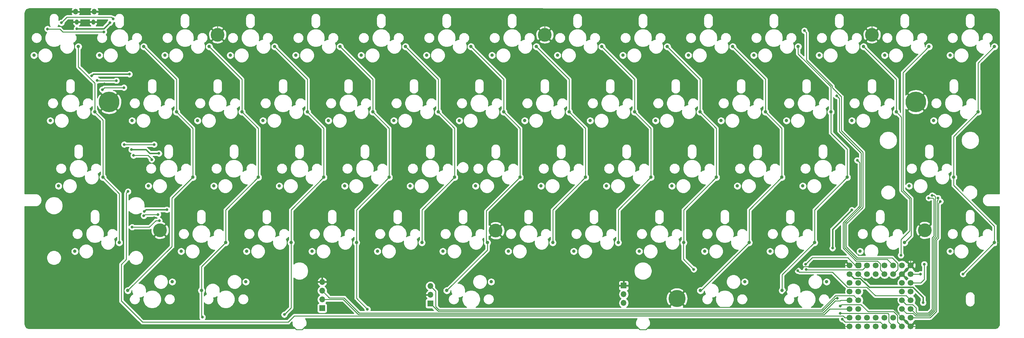
<source format=gbr>
%TF.GenerationSoftware,KiCad,Pcbnew,(5.1.9)-1*%
%TF.CreationDate,2021-11-21T10:50:56+09:00*%
%TF.ProjectId,main3,6d61696e-332e-46b6-9963-61645f706362,2*%
%TF.SameCoordinates,Original*%
%TF.FileFunction,Copper,L1,Top*%
%TF.FilePolarity,Positive*%
%FSLAX46Y46*%
G04 Gerber Fmt 4.6, Leading zero omitted, Abs format (unit mm)*
G04 Created by KiCad (PCBNEW (5.1.9)-1) date 2021-11-21 10:50:56*
%MOMM*%
%LPD*%
G01*
G04 APERTURE LIST*
%TA.AperFunction,ComponentPad*%
%ADD10O,1.700000X1.700000*%
%TD*%
%TA.AperFunction,ComponentPad*%
%ADD11R,1.700000X1.700000*%
%TD*%
%TA.AperFunction,ComponentPad*%
%ADD12C,1.000000*%
%TD*%
%TA.AperFunction,ComponentPad*%
%ADD13C,1.700000*%
%TD*%
%TA.AperFunction,ComponentPad*%
%ADD14C,4.000000*%
%TD*%
%TA.AperFunction,ComponentPad*%
%ADD15C,5.000000*%
%TD*%
%TA.AperFunction,ComponentPad*%
%ADD16C,6.000000*%
%TD*%
%TA.AperFunction,ComponentPad*%
%ADD17O,1.100000X1.500000*%
%TD*%
%TA.AperFunction,ComponentPad*%
%ADD18O,1.350000X1.700000*%
%TD*%
%TA.AperFunction,ViaPad*%
%ADD19C,0.800000*%
%TD*%
%TA.AperFunction,Conductor*%
%ADD20C,0.250000*%
%TD*%
%TA.AperFunction,Conductor*%
%ADD21C,0.400000*%
%TD*%
%TA.AperFunction,Conductor*%
%ADD22C,0.254000*%
%TD*%
%TA.AperFunction,Conductor*%
%ADD23C,0.100000*%
%TD*%
G04 APERTURE END LIST*
D10*
%TO.P,J4,3*%
%TO.N,/GPIO1*%
X245000000Y-186508000D03*
%TO.P,J4,2*%
%TO.N,/GPIO0*%
X245000000Y-183968000D03*
D11*
%TO.P,J4,1*%
%TO.N,/GND*%
X245000000Y-181428000D03*
%TD*%
D12*
%TO.P,KSW16,2*%
%TO.N,Net-(D16-Pad2)*%
X78070500Y-133340000D03*
%TO.P,KSW16,1*%
%TO.N,/COL1*%
X90997500Y-130800000D03*
%TD*%
%TO.P,KSW57,2*%
%TO.N,Net-(D57-Pad2)*%
X134998840Y-180330320D03*
%TO.P,KSW57,1*%
%TO.N,/COL3*%
X122071840Y-182870320D03*
%TD*%
%TO.P,KSW36,2*%
%TO.N,Net-(D36-Pad2)*%
X201896000Y-152390000D03*
%TO.P,KSW36,1*%
%TO.N,/COL7*%
X214823000Y-149850000D03*
%TD*%
%TO.P,KSW28,2*%
%TO.N,Net-(D28-Pad2)*%
X311433000Y-133340000D03*
%TO.P,KSW28,1*%
%TO.N,/COL13*%
X324360000Y-130800000D03*
%TD*%
%TO.P,KSW59,2*%
%TO.N,Net-(D59-Pad2)*%
X280255280Y-180330160D03*
%TO.P,KSW59,1*%
%TO.N,/COL11*%
X267328280Y-182870160D03*
%TD*%
D11*
%TO.P,J2,1*%
%TO.N,/VBUS*%
X157222000Y-188000000D03*
D10*
%TO.P,J2,2*%
%TO.N,/USB_D-*%
X157222000Y-185460000D03*
%TO.P,J2,3*%
%TO.N,/USB_D+*%
X157222000Y-182920000D03*
%TO.P,J2,4*%
%TO.N,/GND*%
X157222000Y-180380000D03*
%TD*%
D13*
%TO.P,U1,48*%
%TO.N,/GND*%
X310785000Y-175520000D03*
%TO.P,U1,47*%
X313325000Y-178060000D03*
%TO.P,U1,46*%
%TO.N,/VCC*%
X310785000Y-178060000D03*
%TO.P,U1,45*%
%TO.N,/3V3*%
X313325000Y-180600000D03*
%TO.P,U1,44*%
%TO.N,Net-(U1-Pad44)*%
X310785000Y-180600000D03*
%TO.P,U1,43*%
%TO.N,Net-(U1-Pad43)*%
X313325000Y-183140000D03*
%TO.P,U1,42*%
%TO.N,Net-(U1-Pad42)*%
X310785000Y-183140000D03*
%TO.P,U1,41*%
%TO.N,/SWCLK*%
X313325000Y-185680000D03*
%TO.P,U1,40*%
%TO.N,/USB_D+*%
X310785000Y-185680000D03*
%TO.P,U1,39*%
%TO.N,/SWDIO*%
X313325000Y-188220000D03*
%TO.P,U1,38*%
%TO.N,/USB_D-*%
X310785000Y-188220000D03*
%TO.P,U1,37*%
%TO.N,/BOOTSEL*%
X310785000Y-190760000D03*
%TO.P,U1,36*%
%TO.N,/GND*%
X310785000Y-193300000D03*
%TO.P,U1,35*%
X313325000Y-190760000D03*
%TO.P,U1,34*%
%TO.N,Net-(U1-Pad34)*%
X313325000Y-193300000D03*
%TO.P,U1,33*%
%TO.N,Net-(U1-Pad33)*%
X315865000Y-190760000D03*
%TO.P,U1,32*%
%TO.N,Net-(U1-Pad32)*%
X315865000Y-193300000D03*
%TO.P,U1,31*%
%TO.N,Net-(U1-Pad31)*%
X318405000Y-190760000D03*
%TO.P,U1,30*%
%TO.N,Net-(U1-Pad30)*%
X318405000Y-193300000D03*
%TO.P,U1,29*%
%TO.N,/COL1*%
X320945000Y-190760000D03*
%TO.P,U1,28*%
%TO.N,/COL2*%
X320945000Y-193300000D03*
%TO.P,U1,27*%
%TO.N,/COL3*%
X323485000Y-190760000D03*
%TO.P,U1,26*%
%TO.N,/COL4*%
X323485000Y-193300000D03*
%TO.P,U1,25*%
%TO.N,/COL5*%
X326025000Y-193300000D03*
%TO.P,U1,24*%
%TO.N,/GND*%
X328565000Y-193300000D03*
%TO.P,U1,23*%
X326025000Y-190760000D03*
%TO.P,U1,22*%
%TO.N,/COL6*%
X328565000Y-190760000D03*
%TO.P,U1,21*%
%TO.N,/COL7*%
X326025000Y-188220000D03*
%TO.P,U1,20*%
%TO.N,/COL8*%
X328565000Y-188220000D03*
%TO.P,U1,19*%
%TO.N,/COL9*%
X326025000Y-185680000D03*
%TO.P,U1,18*%
%TO.N,/COL10*%
X328565000Y-185680000D03*
%TO.P,U1,17*%
%TO.N,/COL11*%
X326025000Y-183140000D03*
%TO.P,U1,16*%
%TO.N,/COL12*%
X328565000Y-183140000D03*
%TO.P,U1,15*%
%TO.N,/COL13*%
X326025000Y-180600000D03*
%TO.P,U1,14*%
%TO.N,/COL14*%
X328565000Y-180600000D03*
%TO.P,U1,13*%
%TO.N,/COL15*%
X328565000Y-178060000D03*
%TO.P,U1,12*%
%TO.N,/GND*%
X328565000Y-175520000D03*
%TO.P,U1,11*%
X326025000Y-178060000D03*
%TO.P,U1,10*%
%TO.N,/LED_D_3V3*%
X326025000Y-175520000D03*
%TO.P,U1,9*%
%TO.N,/ROW1*%
X323485000Y-178060000D03*
%TO.P,U1,8*%
%TO.N,/ROW2*%
X323485000Y-175520000D03*
%TO.P,U1,7*%
%TO.N,/ROW3*%
X320945000Y-178060000D03*
%TO.P,U1,6*%
%TO.N,/ROW4*%
X320945000Y-175520000D03*
%TO.P,U1,5*%
%TO.N,/ROW5*%
X318405000Y-178060000D03*
%TO.P,U1,4*%
%TO.N,/GPIO3*%
X318405000Y-175520000D03*
%TO.P,U1,3*%
%TO.N,/GPIO2*%
X315865000Y-178060000D03*
%TO.P,U1,2*%
%TO.N,/GPIO1*%
X315865000Y-175520000D03*
%TO.P,U1,1*%
%TO.N,/GPIO0*%
%TA.AperFunction,ComponentPad*%
G36*
G01*
X312900000Y-174670000D02*
X313750000Y-174670000D01*
G75*
G02*
X314175000Y-175095000I0J-425000D01*
G01*
X314175000Y-175945000D01*
G75*
G02*
X313750000Y-176370000I-425000J0D01*
G01*
X312900000Y-176370000D01*
G75*
G02*
X312475000Y-175945000I0J425000D01*
G01*
X312475000Y-175095000D01*
G75*
G02*
X312900000Y-174670000I425000J0D01*
G01*
G37*
%TD.AperFunction*%
%TD*%
D14*
%TO.P,HOLE12,*%
%TO.N,/GND*%
X332650000Y-165300000D03*
%TD*%
%TO.P,HOLE10,*%
%TO.N,/GND*%
X110000000Y-165300000D03*
%TD*%
%TO.P,HOLE11,*%
%TO.N,/GND*%
X207738000Y-165400000D03*
%TD*%
%TO.P,HOLE9,*%
%TO.N,/GND*%
X317275000Y-108300000D03*
%TD*%
%TO.P,HOLE8,*%
%TO.N,/GND*%
X222025000Y-108310000D03*
%TD*%
%TO.P,HOLE7,*%
%TO.N,/GND*%
X126775000Y-108300000D03*
%TD*%
D15*
%TO.P,HOLE4,*%
%TO.N,/GND*%
X260500000Y-185200000D03*
%TD*%
D16*
%TO.P,HOLE2,*%
%TO.N,/GND*%
X330050000Y-127910000D03*
%TD*%
%TO.P,HOLE1,*%
%TO.N,/GND*%
X95200000Y-127900000D03*
%TD*%
D12*
%TO.P,KSW60,2*%
%TO.N,Net-(D60-Pad2)*%
X304068760Y-180330320D03*
%TO.P,KSW60,1*%
%TO.N,/COL12*%
X291141760Y-182870320D03*
%TD*%
%TO.P,KSW58,2*%
%TO.N,Net-(D58-Pad2)*%
X206436440Y-180330320D03*
%TO.P,KSW58,1*%
%TO.N,/COL7*%
X193509440Y-182870320D03*
%TD*%
%TO.P,KSW56,2*%
%TO.N,Net-(D56-Pad2)*%
X113567160Y-180330320D03*
%TO.P,KSW56,1*%
%TO.N,/COL2*%
X100640160Y-182870320D03*
%TD*%
%TO.P,KSW55,2*%
%TO.N,Net-(D55-Pad2)*%
X340008000Y-171440000D03*
%TO.P,KSW55,1*%
%TO.N,/COL15*%
X352935000Y-168900000D03*
%TD*%
%TO.P,KSW54,2*%
%TO.N,Net-(D54-Pad2)*%
X313814000Y-171440000D03*
%TO.P,KSW54,1*%
%TO.N,/COL14*%
X326741000Y-168900000D03*
%TD*%
%TO.P,KSW53,2*%
%TO.N,Net-(D53-Pad2)*%
X287620000Y-171440000D03*
%TO.P,KSW53,1*%
%TO.N,/COL12*%
X300547000Y-168900000D03*
%TD*%
%TO.P,KSW52,2*%
%TO.N,Net-(D52-Pad2)*%
X268570000Y-171440000D03*
%TO.P,KSW52,1*%
%TO.N,/COL11*%
X281497000Y-168900000D03*
%TD*%
%TO.P,KSW51,2*%
%TO.N,Net-(D51-Pad2)*%
X249520000Y-171440000D03*
%TO.P,KSW51,1*%
%TO.N,/COL10*%
X262447000Y-168900000D03*
%TD*%
%TO.P,KSW50,2*%
%TO.N,Net-(D50-Pad2)*%
X230470000Y-171440000D03*
%TO.P,KSW50,1*%
%TO.N,/COL9*%
X243397000Y-168900000D03*
%TD*%
%TO.P,KSW49,2*%
%TO.N,Net-(D49-Pad2)*%
X211420000Y-171440000D03*
%TO.P,KSW49,1*%
%TO.N,/COL8*%
X224347000Y-168900000D03*
%TD*%
%TO.P,KSW48,2*%
%TO.N,Net-(D48-Pad2)*%
X192370000Y-171440000D03*
%TO.P,KSW48,1*%
%TO.N,/COL7*%
X205297000Y-168900000D03*
%TD*%
%TO.P,KSW47,2*%
%TO.N,Net-(D47-Pad2)*%
X173320000Y-171440000D03*
%TO.P,KSW47,1*%
%TO.N,/COL6*%
X186247000Y-168900000D03*
%TD*%
%TO.P,KSW46,2*%
%TO.N,Net-(D46-Pad2)*%
X154270000Y-171440000D03*
%TO.P,KSW46,1*%
%TO.N,/COL5*%
X167197000Y-168900000D03*
%TD*%
%TO.P,KSW45,2*%
%TO.N,Net-(D45-Pad2)*%
X135220000Y-171440000D03*
%TO.P,KSW45,1*%
%TO.N,/COL4*%
X148147000Y-168900000D03*
%TD*%
%TO.P,KSW44,2*%
%TO.N,Net-(D44-Pad2)*%
X116170000Y-171440000D03*
%TO.P,KSW44,1*%
%TO.N,/COL3*%
X129097000Y-168900000D03*
%TD*%
%TO.P,KSW43,2*%
%TO.N,Net-(D43-Pad2)*%
X85214200Y-171440000D03*
%TO.P,KSW43,1*%
%TO.N,/COL1*%
X98141200Y-168900000D03*
%TD*%
%TO.P,KSW42,2*%
%TO.N,Net-(D42-Pad2)*%
X328102000Y-152390000D03*
%TO.P,KSW42,1*%
%TO.N,/COL15*%
X341029000Y-149850000D03*
%TD*%
%TO.P,KSW41,2*%
%TO.N,Net-(D41-Pad2)*%
X297146000Y-152390000D03*
%TO.P,KSW41,1*%
%TO.N,/COL12*%
X310073000Y-149850000D03*
%TD*%
%TO.P,KSW40,2*%
%TO.N,Net-(D40-Pad2)*%
X278096000Y-152390000D03*
%TO.P,KSW40,1*%
%TO.N,/COL11*%
X291023000Y-149850000D03*
%TD*%
%TO.P,KSW39,2*%
%TO.N,Net-(D39-Pad2)*%
X259046000Y-152390000D03*
%TO.P,KSW39,1*%
%TO.N,/COL10*%
X271973000Y-149850000D03*
%TD*%
%TO.P,KSW38,2*%
%TO.N,Net-(D38-Pad2)*%
X239996000Y-152390000D03*
%TO.P,KSW38,1*%
%TO.N,/COL9*%
X252923000Y-149850000D03*
%TD*%
%TO.P,KSW37,2*%
%TO.N,Net-(D37-Pad2)*%
X220946000Y-152390000D03*
%TO.P,KSW37,1*%
%TO.N,/COL8*%
X233873000Y-149850000D03*
%TD*%
%TO.P,KSW35,2*%
%TO.N,Net-(D35-Pad2)*%
X182846000Y-152390000D03*
%TO.P,KSW35,1*%
%TO.N,/COL6*%
X195773000Y-149850000D03*
%TD*%
%TO.P,KSW34,2*%
%TO.N,Net-(D34-Pad2)*%
X163796000Y-152390000D03*
%TO.P,KSW34,1*%
%TO.N,/COL5*%
X176723000Y-149850000D03*
%TD*%
%TO.P,KSW33,2*%
%TO.N,Net-(D33-Pad2)*%
X144746000Y-152390000D03*
%TO.P,KSW33,1*%
%TO.N,/COL4*%
X157673000Y-149850000D03*
%TD*%
%TO.P,KSW32,2*%
%TO.N,Net-(D32-Pad2)*%
X125696000Y-152390000D03*
%TO.P,KSW32,1*%
%TO.N,/COL3*%
X138623000Y-149850000D03*
%TD*%
%TO.P,KSW31,2*%
%TO.N,Net-(D31-Pad2)*%
X106646000Y-152390000D03*
%TO.P,KSW31,1*%
%TO.N,/COL2*%
X119573000Y-149850000D03*
%TD*%
%TO.P,KSW30,2*%
%TO.N,Net-(D30-Pad2)*%
X80451800Y-152390000D03*
%TO.P,KSW30,1*%
%TO.N,/COL1*%
X93378800Y-149850000D03*
%TD*%
%TO.P,KSW29,2*%
%TO.N,Net-(D29-Pad2)*%
X335246000Y-133340000D03*
%TO.P,KSW29,1*%
%TO.N,/COL15*%
X348173000Y-130800000D03*
%TD*%
%TO.P,KSW27,2*%
%TO.N,Net-(D27-Pad2)*%
X292383000Y-133340000D03*
%TO.P,KSW27,1*%
%TO.N,/COL12*%
X305310000Y-130800000D03*
%TD*%
%TO.P,KSW26,2*%
%TO.N,Net-(D26-Pad2)*%
X273333000Y-133340000D03*
%TO.P,KSW26,1*%
%TO.N,/COL11*%
X286260000Y-130800000D03*
%TD*%
%TO.P,KSW25,2*%
%TO.N,Net-(D25-Pad2)*%
X254283000Y-133340000D03*
%TO.P,KSW25,1*%
%TO.N,/COL10*%
X267210000Y-130800000D03*
%TD*%
%TO.P,KSW24,2*%
%TO.N,Net-(D24-Pad2)*%
X235233000Y-133340000D03*
%TO.P,KSW24,1*%
%TO.N,/COL9*%
X248160000Y-130800000D03*
%TD*%
%TO.P,KSW23,2*%
%TO.N,Net-(D23-Pad2)*%
X216183000Y-133340000D03*
%TO.P,KSW23,1*%
%TO.N,/COL8*%
X229110000Y-130800000D03*
%TD*%
%TO.P,KSW22,2*%
%TO.N,Net-(D22-Pad2)*%
X197133000Y-133340000D03*
%TO.P,KSW22,1*%
%TO.N,/COL7*%
X210060000Y-130800000D03*
%TD*%
%TO.P,KSW21,2*%
%TO.N,Net-(D21-Pad2)*%
X178083000Y-133340000D03*
%TO.P,KSW21,1*%
%TO.N,/COL6*%
X191010000Y-130800000D03*
%TD*%
%TO.P,KSW20,2*%
%TO.N,Net-(D20-Pad2)*%
X159033000Y-133340000D03*
%TO.P,KSW20,1*%
%TO.N,/COL5*%
X171960000Y-130800000D03*
%TD*%
%TO.P,KSW19,2*%
%TO.N,Net-(D19-Pad2)*%
X139983000Y-133340000D03*
%TO.P,KSW19,1*%
%TO.N,/COL4*%
X152910000Y-130800000D03*
%TD*%
%TO.P,KSW18,2*%
%TO.N,Net-(D18-Pad2)*%
X120933000Y-133340000D03*
%TO.P,KSW18,1*%
%TO.N,/COL3*%
X133860000Y-130800000D03*
%TD*%
%TO.P,KSW17,2*%
%TO.N,Net-(D17-Pad2)*%
X101883000Y-133340000D03*
%TO.P,KSW17,1*%
%TO.N,/COL2*%
X114810000Y-130800000D03*
%TD*%
%TO.P,KSW15,2*%
%TO.N,Net-(D15-Pad2)*%
X340008000Y-114290000D03*
%TO.P,KSW15,1*%
%TO.N,/COL15*%
X352935000Y-111750000D03*
%TD*%
%TO.P,KSW14,2*%
%TO.N,Net-(D14-Pad2)*%
X320958000Y-114290000D03*
%TO.P,KSW14,1*%
%TO.N,/COL14*%
X333885000Y-111750000D03*
%TD*%
%TO.P,KSW13,2*%
%TO.N,Net-(D13-Pad2)*%
X301908000Y-114290000D03*
%TO.P,KSW13,1*%
%TO.N,/COL13*%
X314835000Y-111750000D03*
%TD*%
%TO.P,KSW12,2*%
%TO.N,Net-(D12-Pad2)*%
X282858000Y-114290000D03*
%TO.P,KSW12,1*%
%TO.N,/COL12*%
X295785000Y-111750000D03*
%TD*%
%TO.P,KSW11,2*%
%TO.N,Net-(D11-Pad2)*%
X263808000Y-114290000D03*
%TO.P,KSW11,1*%
%TO.N,/COL11*%
X276735000Y-111750000D03*
%TD*%
%TO.P,KSW10,2*%
%TO.N,Net-(D10-Pad2)*%
X244758000Y-114290000D03*
%TO.P,KSW10,1*%
%TO.N,/COL10*%
X257685000Y-111750000D03*
%TD*%
%TO.P,KSW9,2*%
%TO.N,Net-(D9-Pad2)*%
X225708000Y-114290000D03*
%TO.P,KSW9,1*%
%TO.N,/COL9*%
X238635000Y-111750000D03*
%TD*%
%TO.P,KSW8,2*%
%TO.N,Net-(D8-Pad2)*%
X206658000Y-114290000D03*
%TO.P,KSW8,1*%
%TO.N,/COL8*%
X219585000Y-111750000D03*
%TD*%
%TO.P,KSW7,2*%
%TO.N,Net-(D7-Pad2)*%
X187608000Y-114290000D03*
%TO.P,KSW7,1*%
%TO.N,/COL7*%
X200535000Y-111750000D03*
%TD*%
%TO.P,KSW6,2*%
%TO.N,Net-(D6-Pad2)*%
X168558000Y-114290000D03*
%TO.P,KSW6,1*%
%TO.N,/COL6*%
X181485000Y-111750000D03*
%TD*%
%TO.P,KSW5,2*%
%TO.N,Net-(D5-Pad2)*%
X149508000Y-114290000D03*
%TO.P,KSW5,1*%
%TO.N,/COL5*%
X162435000Y-111750000D03*
%TD*%
%TO.P,KSW4,2*%
%TO.N,Net-(D4-Pad2)*%
X130458000Y-114290000D03*
%TO.P,KSW4,1*%
%TO.N,/COL4*%
X143385000Y-111750000D03*
%TD*%
%TO.P,KSW3,2*%
%TO.N,Net-(D3-Pad2)*%
X111408000Y-114290000D03*
%TO.P,KSW3,1*%
%TO.N,/COL3*%
X124335000Y-111750000D03*
%TD*%
%TO.P,KSW2,2*%
%TO.N,Net-(D2-Pad2)*%
X92358000Y-114290000D03*
%TO.P,KSW2,1*%
%TO.N,/COL2*%
X105285000Y-111750000D03*
%TD*%
%TO.P,KSW1,2*%
%TO.N,Net-(D1-Pad2)*%
X73308000Y-114290000D03*
%TO.P,KSW1,1*%
%TO.N,/COL1*%
X86235000Y-111750000D03*
%TD*%
D11*
%TO.P,J3,1*%
%TO.N,/SWDIO*%
X188716000Y-186664000D03*
D10*
%TO.P,J3,2*%
%TO.N,/GND*%
X188716000Y-184124000D03*
%TO.P,J3,3*%
%TO.N,/SWCLK*%
X188716000Y-181584000D03*
%TD*%
D17*
%TO.P,J1,6*%
%TO.N,/GND*%
X85755000Y-104585000D03*
X90595000Y-104585000D03*
D18*
X85445000Y-101585000D03*
X90905000Y-101585000D03*
%TD*%
D19*
%TO.N,/ROW1*%
X77250000Y-106600000D03*
X93650000Y-107450000D03*
X297600000Y-107100000D03*
%TO.N,/ROW2*%
X99500000Y-123700000D03*
X93200000Y-124300000D03*
X307000000Y-126100000D03*
%TO.N,/ROW3*%
X102300000Y-143500000D03*
X107600000Y-144700000D03*
X313000000Y-144900000D03*
%TO.N,/ROW4*%
X109800000Y-162500000D03*
X101900000Y-164400000D03*
%TO.N,/GND*%
X319950000Y-187950000D03*
X98600000Y-122600000D03*
X93800000Y-122599996D03*
X103000000Y-162700000D03*
X73900000Y-146100000D03*
X93600000Y-153500000D03*
X108300002Y-161700000D03*
%TO.N,/SWDIO*%
X307162653Y-185125000D03*
%TO.N,/GPIO1*%
X298100000Y-176700000D03*
%TO.N,/GPIO0*%
X298000000Y-175200000D03*
%TO.N,/COL2*%
X308600000Y-191200000D03*
%TO.N,/COL3*%
X122350000Y-190650000D03*
%TO.N,/COL4*%
X308000000Y-189500000D03*
X146200000Y-189900001D03*
%TO.N,/COL5*%
X308000000Y-187400000D03*
X170400000Y-188300000D03*
%TO.N,/COL6*%
X337200000Y-156900000D03*
%TO.N,/COL7*%
X336500000Y-155900000D03*
%TO.N,/COL8*%
X334800000Y-155175000D03*
%TO.N,/COL9*%
X333800000Y-155900000D03*
%TO.N,/COL10*%
X295700000Y-177100000D03*
X265399999Y-176700001D03*
%TO.N,/COL13*%
X325700000Y-172600000D03*
%TO.N,/COL14*%
X332500000Y-175200000D03*
%TO.N,/COL15*%
X331400000Y-178100000D03*
X343775000Y-178060000D03*
%TO.N,Net-(LED13-Pad1)*%
X105299992Y-161100000D03*
X109400000Y-160700000D03*
%TO.N,Net-(LED15-Pad1)*%
X108300000Y-140300000D03*
X99600000Y-140300000D03*
%TO.N,Net-(LED40-Pad1)*%
X97300000Y-121700000D03*
X91700000Y-121600000D03*
%TO.N,Net-(LED42-Pad1)*%
X81300000Y-104800000D03*
X96400000Y-103700000D03*
%TO.N,/BOOTSEL*%
X100700000Y-154000000D03*
%TO.N,/VCC*%
X85800000Y-106550000D03*
X95400000Y-104800000D03*
X101700000Y-141800000D03*
X105400000Y-159800000D03*
X112000000Y-159300000D03*
X90100000Y-120300000D03*
X101100000Y-119800000D03*
X109700000Y-142899996D03*
X311424990Y-159424990D03*
X305800000Y-170500000D03*
X332150000Y-186400000D03*
%TD*%
D20*
%TO.N,/ROW1*%
X77250000Y-106600000D02*
X80850000Y-106600000D01*
X81700000Y-107450000D02*
X93650000Y-107450000D01*
X80850000Y-106600000D02*
X81700000Y-107450000D01*
X298200000Y-107700000D02*
X297600000Y-107100000D01*
X323485000Y-178060000D02*
X324800000Y-176745000D01*
X308400000Y-136300000D02*
X308400000Y-126400000D01*
X324800000Y-176745000D02*
X324800000Y-175000000D01*
X314600020Y-142500020D02*
X308400000Y-136300000D01*
X308400000Y-126400000D02*
X305760010Y-123760010D01*
X298200000Y-115663590D02*
X298200000Y-107700000D01*
X324800000Y-175000000D02*
X323149989Y-173349989D01*
X313049989Y-173349989D02*
X309750011Y-170050011D01*
X309750011Y-170050011D02*
X309750010Y-163445792D01*
X309750010Y-163445792D02*
X314600020Y-158595782D01*
X305760009Y-123223599D02*
X298200000Y-115663590D01*
X323149989Y-173349989D02*
X313049989Y-173349989D01*
X314600020Y-158595782D02*
X314600020Y-142500020D01*
X305760010Y-123760010D02*
X305760009Y-123223599D01*
%TO.N,/ROW2*%
X99500000Y-123700000D02*
X93800000Y-123700000D01*
X93800000Y-123700000D02*
X93200000Y-124300000D01*
X309300000Y-170300000D02*
X309300000Y-163259392D01*
X321765000Y-173800000D02*
X312800000Y-173800000D01*
X323485000Y-175520000D02*
X321765000Y-173800000D01*
X312800000Y-173800000D02*
X309300000Y-170300000D01*
X309300000Y-163259392D02*
X314150010Y-158409382D01*
X314150010Y-158409382D02*
X314150010Y-142750010D01*
X314150010Y-142750010D02*
X307800000Y-136400000D01*
X307800000Y-126900000D02*
X307000000Y-126100000D01*
X307800000Y-136400000D02*
X307800000Y-126900000D01*
%TO.N,/ROW3*%
X107600000Y-144600000D02*
X107600000Y-144700000D01*
X106500000Y-143500000D02*
X107600000Y-144600000D01*
X102300000Y-143500000D02*
X106500000Y-143500000D01*
X320945000Y-178060000D02*
X319700000Y-176815000D01*
X318874012Y-174250010D02*
X312613599Y-174250009D01*
X319700000Y-176815000D02*
X319700000Y-175075998D01*
X319700000Y-175075998D02*
X318874012Y-174250010D01*
X308849990Y-170486400D02*
X308849990Y-163072992D01*
X312613599Y-174250009D02*
X308849990Y-170486400D01*
X308849990Y-163072992D02*
X313700000Y-158222982D01*
X313700000Y-158222982D02*
X313700000Y-145600000D01*
X313700000Y-145600000D02*
X313000000Y-144900000D01*
%TO.N,/ROW4*%
X109800000Y-162500000D02*
X108800000Y-162500000D01*
X106900000Y-164400000D02*
X101900000Y-164400000D01*
X108800000Y-162500000D02*
X106900000Y-164400000D01*
%TO.N,/GND*%
X353800000Y-177079998D02*
X353800000Y-189600000D01*
X353760001Y-177039999D02*
X353800000Y-177079998D01*
X354200000Y-150200000D02*
X349100000Y-155300000D01*
X353760001Y-162960001D02*
X353760001Y-177039999D01*
X349100000Y-158300000D02*
X353760001Y-162960001D01*
X354200000Y-103200000D02*
X354200000Y-150200000D01*
X350100000Y-193300000D02*
X328565000Y-193300000D01*
X352400000Y-101400000D02*
X354200000Y-103200000D01*
X353800000Y-189600000D02*
X350100000Y-193300000D01*
X349100000Y-155300000D02*
X349100000Y-158300000D01*
X90905000Y-101585000D02*
X91090000Y-101400000D01*
X85445000Y-101585000D02*
X85155000Y-101585000D01*
X149712478Y-194250000D02*
X150370000Y-194250000D01*
X148962478Y-193500000D02*
X149712478Y-194250000D01*
X150370000Y-194250000D02*
X150375999Y-194244001D01*
X72010000Y-101280000D02*
X70900000Y-102390000D01*
X85155000Y-101585000D02*
X84850000Y-101280000D01*
X252420000Y-193300000D02*
X310785000Y-193300000D01*
X71400000Y-191600000D02*
X73300000Y-193500000D01*
X250415999Y-194244001D02*
X251475999Y-194244001D01*
X151385999Y-194244001D02*
X152330000Y-193300000D01*
X248760000Y-193300000D02*
X249710000Y-194250000D01*
X76000000Y-158300000D02*
X71400000Y-162900000D01*
X76000000Y-155310000D02*
X76000000Y-158300000D01*
X250410000Y-194250000D02*
X250415999Y-194244001D01*
X150375999Y-194244001D02*
X151385999Y-194244001D01*
X73300000Y-193500000D02*
X148962478Y-193500000D01*
X70900000Y-150210000D02*
X76000000Y-155310000D01*
X249710000Y-194250000D02*
X250410000Y-194250000D01*
X84850000Y-101280000D02*
X72010000Y-101280000D01*
X152330000Y-193300000D02*
X248760000Y-193300000D01*
X251475999Y-194244001D02*
X252420000Y-193300000D01*
X71400000Y-162900000D02*
X71400000Y-191600000D01*
X98600000Y-122600000D02*
X93800004Y-122600000D01*
X93800004Y-122600000D02*
X93800000Y-122599996D01*
X328565000Y-169385000D02*
X332650000Y-165300000D01*
X328565000Y-175520000D02*
X328565000Y-169385000D01*
X126775000Y-101425000D02*
X126800000Y-101400000D01*
X126775000Y-108300000D02*
X126775000Y-101425000D01*
X91090000Y-101400000D02*
X126800000Y-101400000D01*
X92100000Y-124800000D02*
X95200000Y-127900000D01*
X92100000Y-123700000D02*
X92100000Y-124800000D01*
X93200004Y-122599996D02*
X92100000Y-123700000D01*
X93800000Y-122599996D02*
X93200004Y-122599996D01*
X317275000Y-108300000D02*
X317275000Y-101425000D01*
X317275000Y-101425000D02*
X317300000Y-101400000D01*
X222025000Y-101475000D02*
X222100000Y-101400000D01*
X222025000Y-108310000D02*
X222025000Y-101475000D01*
X222100000Y-101400000D02*
X317300000Y-101400000D01*
X126800000Y-101400000D02*
X222100000Y-101400000D01*
X71600000Y-143800000D02*
X70900000Y-143800000D01*
X73900000Y-146100000D02*
X71600000Y-143800000D01*
X70900000Y-143800000D02*
X70900000Y-150210000D01*
X70900000Y-102390000D02*
X70900000Y-143800000D01*
X73900000Y-146100000D02*
X76100000Y-146100000D01*
X76100000Y-146100000D02*
X80100000Y-150100000D01*
X80100000Y-150100000D02*
X86000000Y-150100000D01*
X86000000Y-150100000D02*
X89700000Y-153800000D01*
X93300000Y-153800000D02*
X93600000Y-153500000D01*
X89700000Y-153800000D02*
X93300000Y-153800000D01*
X103000000Y-162700000D02*
X107300002Y-162700000D01*
X107300002Y-162700000D02*
X108300002Y-161700000D01*
X207738000Y-165400000D02*
X208500000Y-166162000D01*
X324185000Y-179900000D02*
X326025000Y-178060000D01*
X313360000Y-178060000D02*
X315200000Y-179900000D01*
X315200000Y-179900000D02*
X324185000Y-179900000D01*
X313325000Y-178060000D02*
X313360000Y-178060000D01*
X326025000Y-178060000D02*
X328565000Y-175520000D01*
X330050000Y-127910000D02*
X336400000Y-121560000D01*
X336400000Y-121560000D02*
X336400000Y-101400000D01*
X336400000Y-101400000D02*
X352400000Y-101400000D01*
X317300000Y-101400000D02*
X336400000Y-101400000D01*
X323215000Y-187950000D02*
X319950000Y-187950000D01*
X326025000Y-190760000D02*
X323215000Y-187950000D01*
X309177917Y-175925002D02*
X309582919Y-175520000D01*
X287447761Y-187785321D02*
X292591759Y-182641323D01*
X260500000Y-185200000D02*
X263085321Y-187785321D01*
X263085321Y-187785321D02*
X287447761Y-187785321D01*
X292591759Y-182641323D02*
X292591759Y-179135239D01*
X309582919Y-175520000D02*
X310785000Y-175520000D01*
X295801996Y-175925002D02*
X309177917Y-175925002D01*
X292591759Y-179135239D02*
X295801996Y-175925002D01*
%TO.N,/USB_D+*%
X308170000Y-185680000D02*
X310785000Y-185680000D01*
X307999999Y-185850001D02*
X308170000Y-185680000D01*
X306586409Y-185850001D02*
X307999999Y-185850001D01*
X303036410Y-189400000D02*
X306586409Y-185850001D01*
X168000001Y-189400001D02*
X303036410Y-189400000D01*
X163609990Y-185009990D02*
X168000001Y-189400001D01*
X159311990Y-185009990D02*
X163609990Y-185009990D01*
X157222000Y-182920000D02*
X159311990Y-185009990D01*
%TO.N,/USB_D-*%
X304980000Y-188220000D02*
X310785000Y-188220000D01*
X303349991Y-189850009D02*
X304980000Y-188220000D01*
X167750010Y-189850010D02*
X303349991Y-189850009D01*
X163360000Y-185460000D02*
X167750010Y-189850010D01*
X157222000Y-185460000D02*
X163360000Y-185460000D01*
%TO.N,/SWCLK*%
X219233980Y-188499980D02*
X218745980Y-188499980D01*
X191188390Y-188499980D02*
X219233980Y-188499980D01*
X190246000Y-187557590D02*
X191188390Y-188499980D01*
X190246000Y-183114000D02*
X190246000Y-187557590D01*
X188716000Y-181584000D02*
X190246000Y-183114000D01*
X242945617Y-188499980D02*
X219233980Y-188499980D01*
X242945619Y-188499982D02*
X242945617Y-188499980D01*
X302600018Y-188499982D02*
X242945619Y-188499982D01*
X306700000Y-184400000D02*
X302600018Y-188499982D01*
X312045000Y-184400000D02*
X306700000Y-184400000D01*
X313325000Y-185680000D02*
X312045000Y-184400000D01*
%TO.N,/SWDIO*%
X307162653Y-185125000D02*
X306611410Y-185125000D01*
X302786419Y-188949991D02*
X302249991Y-188949991D01*
X306611410Y-185125000D02*
X302786419Y-188949991D01*
X302249991Y-188949991D02*
X302850009Y-188949991D01*
X191001990Y-188949990D02*
X215619990Y-188949990D01*
X188716000Y-186664000D02*
X191001990Y-188949990D01*
X214115990Y-188949990D02*
X215619990Y-188949990D01*
X247640779Y-188949991D02*
X302249991Y-188949991D01*
X215619990Y-188949990D02*
X247640779Y-188949991D01*
%TO.N,/GPIO1*%
X314689999Y-176695001D02*
X315865000Y-175520000D01*
X298200000Y-176800000D02*
X298100000Y-176700000D01*
X314585000Y-176800000D02*
X298200000Y-176800000D01*
X315865000Y-175520000D02*
X314585000Y-176800000D01*
%TO.N,/GPIO0*%
X299900000Y-173300000D02*
X298000000Y-175200000D01*
X312475000Y-175520000D02*
X310255000Y-173300000D01*
X310255000Y-173300000D02*
X299900000Y-173300000D01*
X313325000Y-175520000D02*
X312475000Y-175520000D01*
%TO.N,/COL1*%
X93378800Y-133181300D02*
X93378800Y-149850000D01*
X90997500Y-130800000D02*
X93378800Y-133181300D01*
X90997500Y-122397500D02*
X90997500Y-130800000D01*
X86235000Y-117635000D02*
X90997500Y-122397500D01*
X86235000Y-111750000D02*
X86235000Y-117635000D01*
X98141200Y-154612400D02*
X98141200Y-168900000D01*
X93378800Y-149850000D02*
X98141200Y-154612400D01*
%TO.N,/COL2*%
X114810000Y-121275000D02*
X114810000Y-130800000D01*
X105285000Y-111750000D02*
X114810000Y-121275000D01*
X119573000Y-135563000D02*
X119573000Y-149850000D01*
X114810000Y-130800000D02*
X119573000Y-135563000D01*
X113500000Y-170010480D02*
X100640160Y-182870320D01*
X113500000Y-155923000D02*
X113500000Y-170010480D01*
X119573000Y-149850000D02*
X113500000Y-155923000D01*
X309450000Y-192050000D02*
X308600000Y-191200000D01*
X319695000Y-192050000D02*
X309450000Y-192050000D01*
X320945000Y-193300000D02*
X319695000Y-192050000D01*
%TO.N,/COL3*%
X133860000Y-121275000D02*
X133860000Y-130800000D01*
X124335000Y-111750000D02*
X133860000Y-121275000D01*
X138623000Y-135563000D02*
X138623000Y-149850000D01*
X133860000Y-130800000D02*
X138623000Y-135563000D01*
X129097000Y-159376000D02*
X129097000Y-168900000D01*
X138623000Y-149850000D02*
X129097000Y-159376000D01*
X122071840Y-175925160D02*
X122071840Y-182870320D01*
X129097000Y-168900000D02*
X122071840Y-175925160D01*
X122071840Y-190371840D02*
X122350000Y-190650000D01*
X122071840Y-182870320D02*
X122071840Y-190371840D01*
%TO.N,/COL4*%
X148147000Y-159376000D02*
X157673000Y-149850000D01*
X148147000Y-168900000D02*
X148147000Y-159376000D01*
X157673000Y-135563000D02*
X152910000Y-130800000D01*
X157673000Y-149850000D02*
X157673000Y-135563000D01*
X152910000Y-121275000D02*
X143385000Y-111750000D01*
X152910000Y-130800000D02*
X152910000Y-121275000D01*
X148147000Y-187953001D02*
X146200000Y-189900001D01*
X148147000Y-168900000D02*
X148147000Y-187953001D01*
X322200000Y-192015000D02*
X323485000Y-193300000D01*
X322200000Y-189800020D02*
X322200000Y-192015000D01*
X321899980Y-189500000D02*
X322200000Y-189800020D01*
X308000000Y-189500000D02*
X321899980Y-189500000D01*
%TO.N,/COL5*%
X171960000Y-121275000D02*
X171960000Y-130800000D01*
X162435000Y-111750000D02*
X171960000Y-121275000D01*
X176723000Y-135563000D02*
X176723000Y-149850000D01*
X171960000Y-130800000D02*
X176723000Y-135563000D01*
X167197000Y-159376000D02*
X167197000Y-168900000D01*
X176723000Y-149850000D02*
X167197000Y-159376000D01*
X167197000Y-185097000D02*
X170400000Y-188300000D01*
X167197000Y-168900000D02*
X167197000Y-185097000D01*
X308450000Y-186950000D02*
X308000000Y-187400000D01*
X314050000Y-186950000D02*
X308450000Y-186950000D01*
X316149990Y-189049990D02*
X314050000Y-186950000D01*
X323649990Y-189049990D02*
X316149990Y-189049990D01*
X324750000Y-190150000D02*
X323649990Y-189049990D01*
X324750000Y-192025000D02*
X324750000Y-190150000D01*
X326025000Y-193300000D02*
X324750000Y-192025000D01*
%TO.N,/COL6*%
X191010000Y-121275000D02*
X191010000Y-130800000D01*
X181485000Y-111750000D02*
X191010000Y-121275000D01*
X195773000Y-135563000D02*
X195773000Y-149850000D01*
X191010000Y-130800000D02*
X195773000Y-135563000D01*
X186247000Y-159376000D02*
X186247000Y-168900000D01*
X195773000Y-149850000D02*
X186247000Y-159376000D01*
X332640000Y-190760000D02*
X334240000Y-190760000D01*
X328565000Y-190760000D02*
X332640000Y-190760000D01*
X332640000Y-190760000D02*
X333840000Y-190760000D01*
X334240000Y-190760000D02*
X336100000Y-188900000D01*
X336100000Y-188500000D02*
X336100000Y-186300000D01*
X336100000Y-188900000D02*
X336100000Y-188500000D01*
X336100000Y-168109230D02*
X336100000Y-188500000D01*
X336650028Y-167559202D02*
X336100000Y-168109230D01*
X336650028Y-157449972D02*
X336650028Y-167559202D01*
X337200000Y-156900000D02*
X336650028Y-157449972D01*
%TO.N,/COL7*%
X210060000Y-121275000D02*
X210060000Y-130800000D01*
X200535000Y-111750000D02*
X210060000Y-121275000D01*
X214823000Y-135563000D02*
X214823000Y-149850000D01*
X210060000Y-130800000D02*
X214823000Y-135563000D01*
X205297000Y-171082760D02*
X193509440Y-182870320D01*
X205297000Y-168900000D02*
X205297000Y-171082760D01*
X205000000Y-168603000D02*
X205297000Y-168900000D01*
X205000000Y-159673000D02*
X205000000Y-168603000D01*
X214823000Y-149850000D02*
X205000000Y-159673000D01*
X326025000Y-188220000D02*
X327305000Y-189500000D01*
X327305000Y-189500000D02*
X329200000Y-189500000D01*
X334053600Y-190309990D02*
X335649990Y-188713600D01*
X329200000Y-189500000D02*
X330009990Y-190309990D01*
X330009990Y-190309990D02*
X334053600Y-190309990D01*
X336500000Y-156465685D02*
X336200019Y-156765666D01*
X336500000Y-155900000D02*
X336500000Y-156465685D01*
X336200019Y-156765666D02*
X336200018Y-167372802D01*
X336200018Y-167372802D02*
X335649990Y-167922830D01*
X335649990Y-167922830D02*
X335649990Y-186550010D01*
X335649990Y-186550010D02*
X335649990Y-186300000D01*
X335649990Y-188713600D02*
X335649990Y-186550010D01*
%TO.N,/COL8*%
X229110000Y-121275000D02*
X229110000Y-130800000D01*
X219585000Y-111750000D02*
X229110000Y-121275000D01*
X233873000Y-135563000D02*
X233873000Y-149850000D01*
X229110000Y-130800000D02*
X233873000Y-135563000D01*
X224347000Y-159376000D02*
X224347000Y-168900000D01*
X233873000Y-149850000D02*
X224347000Y-159376000D01*
X333867200Y-189859980D02*
X335199980Y-188527200D01*
X330204980Y-189859980D02*
X333867200Y-189859980D01*
X328565000Y-188220000D02*
X330204980Y-189859980D01*
X335199980Y-167736430D02*
X335199980Y-186500020D01*
X335750010Y-155559325D02*
X335750009Y-167186401D01*
X335365685Y-155175000D02*
X335750010Y-155559325D01*
X334800000Y-155175000D02*
X335365685Y-155175000D01*
X335750009Y-167186401D02*
X335199980Y-167736430D01*
X335199980Y-186500020D02*
X335199980Y-186300000D01*
X335199980Y-188527200D02*
X335199980Y-186500020D01*
%TO.N,/COL9*%
X248160000Y-121275000D02*
X248160000Y-130800000D01*
X238635000Y-111750000D02*
X248160000Y-121275000D01*
X252923000Y-135563000D02*
X252923000Y-149850000D01*
X248160000Y-130800000D02*
X252923000Y-135563000D01*
X243397000Y-159376000D02*
X243397000Y-168900000D01*
X252923000Y-149850000D02*
X243397000Y-159376000D01*
X334749970Y-186549970D02*
X334749970Y-186300000D01*
X334749970Y-167550030D02*
X334749970Y-186549970D01*
X335300000Y-167000000D02*
X334749970Y-167550030D01*
X335300000Y-156200000D02*
X335300000Y-167000000D01*
X335000000Y-155900000D02*
X335300000Y-156200000D01*
X333800000Y-155900000D02*
X335000000Y-155900000D01*
X334749970Y-188340800D02*
X334749970Y-186549970D01*
X330409970Y-189409970D02*
X333680800Y-189409970D01*
X330100000Y-189100000D02*
X330409970Y-189409970D01*
X330100000Y-187900000D02*
X330100000Y-189100000D01*
X329150000Y-186950000D02*
X330100000Y-187900000D01*
X327295000Y-186950000D02*
X329150000Y-186950000D01*
X333680800Y-189409970D02*
X334749970Y-188340800D01*
X326025000Y-185680000D02*
X327295000Y-186950000D01*
%TO.N,/COL10*%
X267210000Y-121275000D02*
X267210000Y-130800000D01*
X257685000Y-111750000D02*
X267210000Y-121275000D01*
X271973000Y-135563000D02*
X271973000Y-149850000D01*
X267210000Y-130800000D02*
X271973000Y-135563000D01*
X262447000Y-159376000D02*
X262447000Y-168900000D01*
X271973000Y-149850000D02*
X262447000Y-159376000D01*
X262400000Y-168947000D02*
X262447000Y-168900000D01*
X262400000Y-168947000D02*
X262400000Y-173700002D01*
X262400000Y-173700002D02*
X265399999Y-176700001D01*
X296099999Y-177499999D02*
X295700000Y-177100000D01*
X305755999Y-177499999D02*
X296099999Y-177499999D01*
X315757524Y-181900000D02*
X310156000Y-181900000D01*
X318257524Y-184400000D02*
X315757524Y-181900000D01*
X327285000Y-184400000D02*
X318257524Y-184400000D01*
X310156000Y-181900000D02*
X305755999Y-177499999D01*
X328565000Y-185680000D02*
X327285000Y-184400000D01*
%TO.N,/COL11*%
X286260000Y-121275000D02*
X286260000Y-130800000D01*
X276735000Y-111750000D02*
X286260000Y-121275000D01*
X281497000Y-159376000D02*
X281497000Y-168900000D01*
X291023000Y-149850000D02*
X281497000Y-159376000D01*
X267526840Y-182870160D02*
X267328280Y-182870160D01*
X281497000Y-168900000D02*
X267526840Y-182870160D01*
X286260000Y-130800000D02*
X291023000Y-135563000D01*
X291023000Y-135563000D02*
X291023000Y-149850000D01*
%TO.N,/COL12*%
X300547000Y-159376000D02*
X300547000Y-168900000D01*
X310073000Y-149850000D02*
X300547000Y-159376000D01*
X291141760Y-178305240D02*
X291141760Y-182870320D01*
X300547000Y-168900000D02*
X291141760Y-178305240D01*
X310073000Y-141673000D02*
X310073000Y-149850000D01*
X305310000Y-136910000D02*
X310073000Y-141673000D01*
X305310000Y-130800000D02*
X305310000Y-136910000D01*
X305310000Y-123410000D02*
X305310000Y-130800000D01*
X295785000Y-113885000D02*
X305310000Y-123410000D01*
X295785000Y-111750000D02*
X295785000Y-113885000D01*
%TO.N,/COL13*%
X324360000Y-121275000D02*
X324360000Y-130800000D01*
X314835000Y-111750000D02*
X324360000Y-121275000D01*
X325849990Y-153786400D02*
X325849990Y-132289990D01*
X328249990Y-156186400D02*
X325849990Y-153786400D01*
X328249990Y-165450010D02*
X328249990Y-156186400D01*
X325700000Y-168000000D02*
X328249990Y-165450010D01*
X325849990Y-132289990D02*
X324360000Y-130800000D01*
X325700000Y-172600000D02*
X325700000Y-170300000D01*
X325700000Y-170300000D02*
X325700000Y-168000000D01*
X325700000Y-170700000D02*
X325700000Y-170300000D01*
%TO.N,/COL14*%
X326300000Y-119335000D02*
X333885000Y-111750000D01*
X328700000Y-156000000D02*
X326300000Y-153600000D01*
X326300000Y-153600000D02*
X326300000Y-119335000D01*
X328700000Y-166941000D02*
X328700000Y-156000000D01*
X326741000Y-168900000D02*
X328700000Y-166941000D01*
X328565000Y-180600000D02*
X331500000Y-180600000D01*
X331500000Y-180600000D02*
X332500000Y-179600000D01*
X332500000Y-179600000D02*
X332500000Y-175200000D01*
%TO.N,/COL15*%
X348173000Y-116512000D02*
X348173000Y-130800000D01*
X352935000Y-111750000D02*
X348173000Y-116512000D01*
X341029000Y-137944000D02*
X341029000Y-149850000D01*
X348173000Y-130800000D02*
X341029000Y-137944000D01*
X352935000Y-164084522D02*
X352935000Y-168900000D01*
X341029000Y-152178522D02*
X352935000Y-164084522D01*
X341029000Y-149850000D02*
X341029000Y-152178522D01*
X343775000Y-178060000D02*
X352935000Y-168900000D01*
X331360000Y-178060000D02*
X331400000Y-178100000D01*
X328565000Y-178060000D02*
X331360000Y-178060000D01*
%TO.N,Net-(LED13-Pad1)*%
X105699992Y-160700000D02*
X109400000Y-160700000D01*
X105299992Y-161100000D02*
X105699992Y-160700000D01*
%TO.N,Net-(LED15-Pad1)*%
X108300000Y-140300000D02*
X99600000Y-140300000D01*
%TO.N,Net-(LED40-Pad1)*%
X97300000Y-121700000D02*
X91800000Y-121700000D01*
X91800000Y-121700000D02*
X91700000Y-121600000D01*
%TO.N,Net-(LED42-Pad1)*%
X95900001Y-103200001D02*
X96400000Y-103700000D01*
X82899999Y-103200001D02*
X95900001Y-103200001D01*
X81300000Y-104800000D02*
X82899999Y-103200001D01*
%TO.N,/BOOTSEL*%
X100200000Y-154500000D02*
X100700000Y-154000000D01*
X100200000Y-173800000D02*
X100200000Y-154500000D01*
X98700000Y-175300000D02*
X100200000Y-173800000D01*
X147300000Y-192100000D02*
X104900000Y-192100000D01*
X104900000Y-192100000D02*
X98700000Y-185900000D01*
X149099981Y-190300019D02*
X147300000Y-192100000D01*
X308900000Y-190300019D02*
X149099981Y-190300019D01*
X98700000Y-185900000D02*
X98700000Y-175300000D01*
X309359981Y-190760000D02*
X308900000Y-190300019D01*
X310785000Y-190760000D02*
X309359981Y-190760000D01*
D21*
%TO.N,/VCC*%
X93650000Y-106550000D02*
X95400000Y-104800000D01*
X85800000Y-106550000D02*
X93650000Y-106550000D01*
X105900000Y-159300000D02*
X112000000Y-159300000D01*
X105400000Y-159800000D02*
X105900000Y-159300000D01*
X90600000Y-119800000D02*
X101100000Y-119800000D01*
X90100000Y-120300000D02*
X90600000Y-119800000D01*
X105900000Y-141800000D02*
X106999996Y-142899996D01*
X106999996Y-142899996D02*
X109700000Y-142899996D01*
X101700000Y-141800000D02*
X105900000Y-141800000D01*
X311424990Y-159424990D02*
X305800000Y-165049980D01*
X305800000Y-165049980D02*
X305800000Y-170500000D01*
X312074999Y-179349999D02*
X313907523Y-179349999D01*
X329165001Y-181889999D02*
X332150000Y-184874998D01*
X314982534Y-180425011D02*
X315025011Y-180425011D01*
X313907523Y-179349999D02*
X314982534Y-180425011D01*
X332150000Y-184874998D02*
X332150000Y-186400000D01*
X310785000Y-178060000D02*
X312074999Y-179349999D01*
X315025011Y-180425011D02*
X316489999Y-181889999D01*
X316489999Y-181889999D02*
X329165001Y-181889999D01*
%TD*%
D22*
%TO.N,/GND*%
X248680719Y-191372330D02*
X248517970Y-191765243D01*
X248435000Y-192182357D01*
X248435000Y-192607643D01*
X248517970Y-193024757D01*
X248680719Y-193417670D01*
X248916996Y-193771282D01*
X249095714Y-193950000D01*
X152092286Y-193950000D01*
X152271004Y-193771282D01*
X152507281Y-193417670D01*
X152670030Y-193024757D01*
X152753000Y-192607643D01*
X152753000Y-192182357D01*
X152670030Y-191765243D01*
X152507281Y-191372330D01*
X152298601Y-191060019D01*
X248889399Y-191060019D01*
X248680719Y-191372330D01*
%TA.AperFunction,Conductor*%
D23*
G36*
X248680719Y-191372330D02*
G01*
X248517970Y-191765243D01*
X248435000Y-192182357D01*
X248435000Y-192607643D01*
X248517970Y-193024757D01*
X248680719Y-193417670D01*
X248916996Y-193771282D01*
X249095714Y-193950000D01*
X152092286Y-193950000D01*
X152271004Y-193771282D01*
X152507281Y-193417670D01*
X152670030Y-193024757D01*
X152753000Y-192607643D01*
X152753000Y-192182357D01*
X152670030Y-191765243D01*
X152507281Y-191372330D01*
X152298601Y-191060019D01*
X248889399Y-191060019D01*
X248680719Y-191372330D01*
G37*
%TD.AperFunction*%
D22*
X307565000Y-191098061D02*
X307565000Y-191301939D01*
X307604774Y-191501898D01*
X307682795Y-191690256D01*
X307796063Y-191859774D01*
X307940226Y-192003937D01*
X308109744Y-192117205D01*
X308298102Y-192195226D01*
X308498061Y-192235000D01*
X308560198Y-192235000D01*
X308886200Y-192561002D01*
X308909999Y-192590001D01*
X309025724Y-192684974D01*
X309157753Y-192755546D01*
X309301014Y-192799003D01*
X309378147Y-192806600D01*
X309309661Y-193076411D01*
X309294389Y-193368531D01*
X309336401Y-193658019D01*
X309434081Y-193933747D01*
X309442768Y-193950000D01*
X252092286Y-193950000D01*
X252271004Y-193771282D01*
X252507281Y-193417670D01*
X252670030Y-193024757D01*
X252753000Y-192607643D01*
X252753000Y-192182357D01*
X252670030Y-191765243D01*
X252507281Y-191372330D01*
X252298601Y-191060019D01*
X307572567Y-191060019D01*
X307565000Y-191098061D01*
%TA.AperFunction,Conductor*%
D23*
G36*
X307565000Y-191098061D02*
G01*
X307565000Y-191301939D01*
X307604774Y-191501898D01*
X307682795Y-191690256D01*
X307796063Y-191859774D01*
X307940226Y-192003937D01*
X308109744Y-192117205D01*
X308298102Y-192195226D01*
X308498061Y-192235000D01*
X308560198Y-192235000D01*
X308886200Y-192561002D01*
X308909999Y-192590001D01*
X309025724Y-192684974D01*
X309157753Y-192755546D01*
X309301014Y-192799003D01*
X309378147Y-192806600D01*
X309309661Y-193076411D01*
X309294389Y-193368531D01*
X309336401Y-193658019D01*
X309434081Y-193933747D01*
X309442768Y-193950000D01*
X252092286Y-193950000D01*
X252271004Y-193771282D01*
X252507281Y-193417670D01*
X252670030Y-193024757D01*
X252753000Y-192607643D01*
X252753000Y-192182357D01*
X252670030Y-191765243D01*
X252507281Y-191372330D01*
X252298601Y-191060019D01*
X307572567Y-191060019D01*
X307565000Y-191098061D01*
G37*
%TD.AperFunction*%
D22*
X84374445Y-100660440D02*
X84300981Y-100765239D01*
X84197176Y-101000815D01*
X84141325Y-101252116D01*
X84291427Y-101458000D01*
X85318000Y-101458000D01*
X85318000Y-101438000D01*
X85572000Y-101438000D01*
X85572000Y-101458000D01*
X86598573Y-101458000D01*
X86748675Y-101252116D01*
X86692824Y-101000815D01*
X86589019Y-100765239D01*
X86515608Y-100660516D01*
X89834309Y-100660634D01*
X89760981Y-100765239D01*
X89657176Y-101000815D01*
X89601325Y-101252116D01*
X89751427Y-101458000D01*
X90778000Y-101458000D01*
X90778000Y-101438000D01*
X91032000Y-101438000D01*
X91032000Y-101458000D01*
X92058573Y-101458000D01*
X92208675Y-101252116D01*
X92152824Y-101000815D01*
X92049019Y-100765239D01*
X91975744Y-100660710D01*
X352967708Y-100669999D01*
X353259659Y-100698625D01*
X353509429Y-100774035D01*
X353739792Y-100896522D01*
X353941980Y-101061422D01*
X354108286Y-101262450D01*
X354232378Y-101491954D01*
X354309531Y-101741195D01*
X354340001Y-102031098D01*
X354340000Y-154615000D01*
X351197403Y-154615000D01*
X350920476Y-154642275D01*
X350565152Y-154750061D01*
X350237683Y-154925097D01*
X349950655Y-155160655D01*
X349715097Y-155447683D01*
X349540061Y-155775152D01*
X349432275Y-156130476D01*
X349395880Y-156500000D01*
X349432275Y-156869524D01*
X349540061Y-157224848D01*
X349715097Y-157552317D01*
X349950655Y-157839345D01*
X350237683Y-158074903D01*
X350565152Y-158249939D01*
X350920476Y-158357725D01*
X351197403Y-158385000D01*
X354340000Y-158385000D01*
X354340000Y-192577721D01*
X354311375Y-192869660D01*
X354235965Y-193119429D01*
X354113477Y-193349794D01*
X353948579Y-193551979D01*
X353747546Y-193718288D01*
X353518046Y-193842378D01*
X353268805Y-193919531D01*
X352978911Y-193950000D01*
X329900242Y-193950000D01*
X329968371Y-193807117D01*
X330040339Y-193523589D01*
X330055611Y-193231469D01*
X330013599Y-192941981D01*
X329915919Y-192666253D01*
X329842472Y-192528843D01*
X329593397Y-192451208D01*
X328744605Y-193300000D01*
X328758748Y-193314143D01*
X328579143Y-193493748D01*
X328565000Y-193479605D01*
X328550858Y-193493748D01*
X328371253Y-193314143D01*
X328385395Y-193300000D01*
X327536603Y-192451208D01*
X327294311Y-192526729D01*
X327178475Y-192353368D01*
X326971632Y-192146525D01*
X326798271Y-192030689D01*
X326873792Y-191788397D01*
X326025000Y-190939605D01*
X326010858Y-190953748D01*
X325831253Y-190774143D01*
X325845395Y-190760000D01*
X325831253Y-190745858D01*
X326010858Y-190566253D01*
X326025000Y-190580395D01*
X326039143Y-190566253D01*
X326218748Y-190745858D01*
X326204605Y-190760000D01*
X327053397Y-191608792D01*
X327295689Y-191533271D01*
X327411525Y-191706632D01*
X327618368Y-191913475D01*
X327791729Y-192029311D01*
X327716208Y-192271603D01*
X328565000Y-193120395D01*
X329413792Y-192271603D01*
X329338271Y-192029311D01*
X329511632Y-191913475D01*
X329718475Y-191706632D01*
X329843178Y-191520000D01*
X334202678Y-191520000D01*
X334240000Y-191523676D01*
X334277322Y-191520000D01*
X334277333Y-191520000D01*
X334388986Y-191509003D01*
X334532247Y-191465546D01*
X334664276Y-191394974D01*
X334780001Y-191300001D01*
X334803804Y-191270997D01*
X336611004Y-189463798D01*
X336640001Y-189440001D01*
X336734974Y-189324276D01*
X336805546Y-189192247D01*
X336849003Y-189048986D01*
X336860000Y-188937333D01*
X336860000Y-188937324D01*
X336863676Y-188900001D01*
X336860000Y-188862678D01*
X336860000Y-184516963D01*
X344466000Y-184516963D01*
X344466000Y-186303036D01*
X344486040Y-186506506D01*
X344565236Y-186767580D01*
X344693843Y-187008187D01*
X344866919Y-187219080D01*
X345077812Y-187392157D01*
X345318419Y-187520764D01*
X345579493Y-187599960D01*
X345851000Y-187626701D01*
X346122506Y-187599960D01*
X346383580Y-187520764D01*
X346624187Y-187392157D01*
X346835080Y-187219081D01*
X347008157Y-187008188D01*
X347136764Y-186767581D01*
X347215960Y-186506507D01*
X347236000Y-186303037D01*
X347236000Y-184516963D01*
X347215960Y-184313493D01*
X347136764Y-184052419D01*
X347008157Y-183811812D01*
X346835081Y-183600919D01*
X346624188Y-183427843D01*
X346383581Y-183299236D01*
X346122507Y-183220040D01*
X345851000Y-183193299D01*
X345579494Y-183220040D01*
X345318420Y-183299236D01*
X345077813Y-183427843D01*
X344866920Y-183600919D01*
X344693844Y-183811812D01*
X344565237Y-184052419D01*
X344486041Y-184313493D01*
X344466000Y-184516963D01*
X336860000Y-184516963D01*
X336860000Y-171328212D01*
X338873000Y-171328212D01*
X338873000Y-171551788D01*
X338916617Y-171771067D01*
X339002176Y-171977624D01*
X339126388Y-172163520D01*
X339284480Y-172321612D01*
X339470376Y-172445824D01*
X339676933Y-172531383D01*
X339896212Y-172575000D01*
X340119788Y-172575000D01*
X340339067Y-172531383D01*
X340545624Y-172445824D01*
X340731520Y-172321612D01*
X340889612Y-172163520D01*
X341013824Y-171977624D01*
X341099383Y-171771067D01*
X341143000Y-171551788D01*
X341143000Y-171328212D01*
X341123410Y-171229721D01*
X341175000Y-171229721D01*
X341175000Y-171650279D01*
X341257047Y-172062756D01*
X341417988Y-172451302D01*
X341651637Y-172800983D01*
X341949017Y-173098363D01*
X342298698Y-173332012D01*
X342687244Y-173492953D01*
X343099721Y-173575000D01*
X343520279Y-173575000D01*
X343932756Y-173492953D01*
X344321302Y-173332012D01*
X344670983Y-173098363D01*
X344968363Y-172800983D01*
X345202012Y-172451302D01*
X345362953Y-172062756D01*
X345445000Y-171650279D01*
X345445000Y-171229721D01*
X345362953Y-170817244D01*
X345202012Y-170428698D01*
X344968363Y-170079017D01*
X344670983Y-169781637D01*
X344321302Y-169547988D01*
X343932756Y-169387047D01*
X343520279Y-169305000D01*
X343099721Y-169305000D01*
X342687244Y-169387047D01*
X342298698Y-169547988D01*
X341949017Y-169781637D01*
X341651637Y-170079017D01*
X341417988Y-170428698D01*
X341257047Y-170817244D01*
X341175000Y-171229721D01*
X341123410Y-171229721D01*
X341099383Y-171108933D01*
X341013824Y-170902376D01*
X340889612Y-170716480D01*
X340731520Y-170558388D01*
X340545624Y-170434176D01*
X340339067Y-170348617D01*
X340119788Y-170305000D01*
X339896212Y-170305000D01*
X339676933Y-170348617D01*
X339470376Y-170434176D01*
X339284480Y-170558388D01*
X339126388Y-170716480D01*
X339002176Y-170902376D01*
X338916617Y-171108933D01*
X338873000Y-171328212D01*
X336860000Y-171328212D01*
X336860000Y-168424031D01*
X337161030Y-168123002D01*
X337190029Y-168099203D01*
X337232339Y-168047648D01*
X337285002Y-167983479D01*
X337355574Y-167851449D01*
X337364697Y-167821374D01*
X337399031Y-167708188D01*
X337410028Y-167596535D01*
X337410028Y-167596526D01*
X337413704Y-167559203D01*
X337410028Y-167521880D01*
X337410028Y-166203891D01*
X339185000Y-166203891D01*
X339185000Y-166516109D01*
X339245911Y-166822327D01*
X339365391Y-167110779D01*
X339538850Y-167370379D01*
X339759621Y-167591150D01*
X340019221Y-167764609D01*
X340307673Y-167884089D01*
X340613891Y-167945000D01*
X340926109Y-167945000D01*
X341232327Y-167884089D01*
X341520779Y-167764609D01*
X341780379Y-167591150D01*
X342001150Y-167370379D01*
X342174609Y-167110779D01*
X342294089Y-166822327D01*
X342355000Y-166516109D01*
X342355000Y-166203891D01*
X342294089Y-165897673D01*
X342174609Y-165609221D01*
X342001150Y-165349621D01*
X341780379Y-165128850D01*
X341520779Y-164955391D01*
X341232327Y-164835911D01*
X340926109Y-164775000D01*
X340613891Y-164775000D01*
X340307673Y-164835911D01*
X340019221Y-164955391D01*
X339759621Y-165128850D01*
X339538850Y-165349621D01*
X339365391Y-165609221D01*
X339245911Y-165897673D01*
X339185000Y-166203891D01*
X337410028Y-166203891D01*
X337410028Y-160506964D01*
X344465000Y-160506964D01*
X344465000Y-162293037D01*
X344485041Y-162496507D01*
X344564237Y-162757581D01*
X344692844Y-162998188D01*
X344865920Y-163209081D01*
X345076813Y-163382157D01*
X345317420Y-163510764D01*
X345578494Y-163589960D01*
X345850000Y-163616701D01*
X346121507Y-163589960D01*
X346382581Y-163510764D01*
X346623188Y-163382157D01*
X346834081Y-163209081D01*
X347007157Y-162998188D01*
X347135764Y-162757581D01*
X347214960Y-162496507D01*
X347235000Y-162293037D01*
X347235000Y-160506963D01*
X347214960Y-160303493D01*
X347135764Y-160042419D01*
X347007157Y-159801812D01*
X346834080Y-159590919D01*
X346623187Y-159417843D01*
X346382580Y-159289236D01*
X346121506Y-159210040D01*
X345850000Y-159183299D01*
X345578493Y-159210040D01*
X345317419Y-159289236D01*
X345076812Y-159417843D01*
X344865919Y-159590920D01*
X344692843Y-159801813D01*
X344564236Y-160042420D01*
X344485040Y-160303494D01*
X344465000Y-160506964D01*
X337410028Y-160506964D01*
X337410028Y-157913500D01*
X337501898Y-157895226D01*
X337690256Y-157817205D01*
X337859774Y-157703937D01*
X338003937Y-157559774D01*
X338117205Y-157390256D01*
X338195226Y-157201898D01*
X338235000Y-157001939D01*
X338235000Y-156798061D01*
X338195226Y-156598102D01*
X338117205Y-156409744D01*
X338003937Y-156240226D01*
X337859774Y-156096063D01*
X337690256Y-155982795D01*
X337535000Y-155918485D01*
X337535000Y-155798061D01*
X337495226Y-155598102D01*
X337417205Y-155409744D01*
X337303937Y-155240226D01*
X337159774Y-155096063D01*
X336990256Y-154982795D01*
X336801898Y-154904774D01*
X336601939Y-154865000D01*
X336398061Y-154865000D01*
X336198102Y-154904774D01*
X336178415Y-154912929D01*
X335929489Y-154664003D01*
X335905686Y-154634999D01*
X335789961Y-154540026D01*
X335657932Y-154469454D01*
X335514724Y-154426013D01*
X335459774Y-154371063D01*
X335290256Y-154257795D01*
X335101898Y-154179774D01*
X334901939Y-154140000D01*
X334698061Y-154140000D01*
X334498102Y-154179774D01*
X334309744Y-154257795D01*
X334140226Y-154371063D01*
X333996063Y-154515226D01*
X333882795Y-154684744D01*
X333808130Y-154865000D01*
X333698061Y-154865000D01*
X333498102Y-154904774D01*
X333309744Y-154982795D01*
X333140226Y-155096063D01*
X332996063Y-155240226D01*
X332882795Y-155409744D01*
X332804774Y-155598102D01*
X332765000Y-155798061D01*
X332765000Y-156001939D01*
X332804774Y-156201898D01*
X332882795Y-156390256D01*
X332996063Y-156559774D01*
X333140226Y-156703937D01*
X333309744Y-156817205D01*
X333498102Y-156895226D01*
X333698061Y-156935000D01*
X333901939Y-156935000D01*
X334101898Y-156895226D01*
X334290256Y-156817205D01*
X334459774Y-156703937D01*
X334503711Y-156660000D01*
X334540000Y-156660000D01*
X334540001Y-163657151D01*
X334497499Y-163632106D01*
X332829605Y-165300000D01*
X332843748Y-165314143D01*
X332664143Y-165493748D01*
X332650000Y-165479605D01*
X330982106Y-167147499D01*
X331198228Y-167514258D01*
X331658105Y-167754938D01*
X332156098Y-167901275D01*
X332673071Y-167947648D01*
X333189159Y-167892273D01*
X333684526Y-167737279D01*
X333988722Y-167574684D01*
X333989970Y-167587352D01*
X333989971Y-186262657D01*
X333989970Y-186262667D01*
X333989970Y-186587302D01*
X333989971Y-186587312D01*
X333989970Y-188025998D01*
X333365999Y-188649970D01*
X330860000Y-188649970D01*
X330860000Y-187937323D01*
X330863676Y-187900000D01*
X330860000Y-187862677D01*
X330860000Y-187862667D01*
X330849003Y-187751014D01*
X330805546Y-187607753D01*
X330734974Y-187475723D01*
X330663799Y-187388997D01*
X330640001Y-187359999D01*
X330611004Y-187336202D01*
X329791758Y-186516957D01*
X329880990Y-186383411D01*
X329992932Y-186113158D01*
X330050000Y-185826260D01*
X330050000Y-185533740D01*
X329992932Y-185246842D01*
X329880990Y-184976589D01*
X329718475Y-184733368D01*
X329511632Y-184526525D01*
X329337240Y-184410000D01*
X329511632Y-184293475D01*
X329718475Y-184086632D01*
X329880990Y-183843411D01*
X329897555Y-183803420D01*
X331315000Y-185220866D01*
X331315001Y-185786714D01*
X331232795Y-185909744D01*
X331154774Y-186098102D01*
X331115000Y-186298061D01*
X331115000Y-186501939D01*
X331154774Y-186701898D01*
X331232795Y-186890256D01*
X331346063Y-187059774D01*
X331490226Y-187203937D01*
X331659744Y-187317205D01*
X331848102Y-187395226D01*
X332048061Y-187435000D01*
X332251939Y-187435000D01*
X332451898Y-187395226D01*
X332640256Y-187317205D01*
X332809774Y-187203937D01*
X332953937Y-187059774D01*
X333067205Y-186890256D01*
X333145226Y-186701898D01*
X333185000Y-186501939D01*
X333185000Y-186298061D01*
X333145226Y-186098102D01*
X333067205Y-185909744D01*
X332985000Y-185786715D01*
X332985000Y-184916016D01*
X332989040Y-184874997D01*
X332972918Y-184711309D01*
X332925172Y-184553911D01*
X332847636Y-184408852D01*
X332820673Y-184375998D01*
X332743291Y-184281707D01*
X332711428Y-184255558D01*
X329832240Y-181376371D01*
X329843178Y-181360000D01*
X331462678Y-181360000D01*
X331500000Y-181363676D01*
X331537322Y-181360000D01*
X331537333Y-181360000D01*
X331648986Y-181349003D01*
X331792247Y-181305546D01*
X331924276Y-181234974D01*
X332040001Y-181140001D01*
X332063804Y-181110998D01*
X333011004Y-180163798D01*
X333040001Y-180140001D01*
X333134974Y-180024276D01*
X333205546Y-179892247D01*
X333249003Y-179748986D01*
X333260000Y-179637333D01*
X333260000Y-179637332D01*
X333263677Y-179600000D01*
X333260000Y-179562667D01*
X333260000Y-175903711D01*
X333303937Y-175859774D01*
X333417205Y-175690256D01*
X333495226Y-175501898D01*
X333535000Y-175301939D01*
X333535000Y-175098061D01*
X333495226Y-174898102D01*
X333417205Y-174709744D01*
X333303937Y-174540226D01*
X333159774Y-174396063D01*
X332990256Y-174282795D01*
X332801898Y-174204774D01*
X332601939Y-174165000D01*
X332398061Y-174165000D01*
X332198102Y-174204774D01*
X332009744Y-174282795D01*
X331840226Y-174396063D01*
X331696063Y-174540226D01*
X331582795Y-174709744D01*
X331504774Y-174898102D01*
X331465000Y-175098061D01*
X331465000Y-175301939D01*
X331504774Y-175501898D01*
X331582795Y-175690256D01*
X331696063Y-175859774D01*
X331740001Y-175903712D01*
X331740001Y-177120557D01*
X331701898Y-177104774D01*
X331501939Y-177065000D01*
X331298061Y-177065000D01*
X331098102Y-177104774D01*
X330909744Y-177182795D01*
X330740226Y-177296063D01*
X330736289Y-177300000D01*
X329843178Y-177300000D01*
X329718475Y-177113368D01*
X329511632Y-176906525D01*
X329338271Y-176790689D01*
X329413792Y-176548397D01*
X328565000Y-175699605D01*
X327716208Y-176548397D01*
X327791729Y-176790689D01*
X327618368Y-176906525D01*
X327411525Y-177113368D01*
X327295689Y-177286729D01*
X327053397Y-177211208D01*
X326204605Y-178060000D01*
X327053397Y-178908792D01*
X327295689Y-178833271D01*
X327411525Y-179006632D01*
X327618368Y-179213475D01*
X327792760Y-179330000D01*
X327618368Y-179446525D01*
X327411525Y-179653368D01*
X327295000Y-179827760D01*
X327178475Y-179653368D01*
X326971632Y-179446525D01*
X326798271Y-179330689D01*
X326873792Y-179088397D01*
X326025000Y-178239605D01*
X325176208Y-179088397D01*
X325251729Y-179330689D01*
X325078368Y-179446525D01*
X324871525Y-179653368D01*
X324709010Y-179896589D01*
X324597068Y-180166842D01*
X324540000Y-180453740D01*
X324540000Y-180746260D01*
X324597068Y-181033158D01*
X324606115Y-181054999D01*
X316835868Y-181054999D01*
X315644457Y-179863589D01*
X315618302Y-179831720D01*
X315491157Y-179727375D01*
X315436610Y-179698219D01*
X315019320Y-179280929D01*
X315161589Y-179375990D01*
X315431842Y-179487932D01*
X315718740Y-179545000D01*
X316011260Y-179545000D01*
X316298158Y-179487932D01*
X316568411Y-179375990D01*
X316811632Y-179213475D01*
X317018475Y-179006632D01*
X317135000Y-178832240D01*
X317251525Y-179006632D01*
X317458368Y-179213475D01*
X317701589Y-179375990D01*
X317971842Y-179487932D01*
X318258740Y-179545000D01*
X318551260Y-179545000D01*
X318838158Y-179487932D01*
X319108411Y-179375990D01*
X319351632Y-179213475D01*
X319558475Y-179006632D01*
X319675000Y-178832240D01*
X319791525Y-179006632D01*
X319998368Y-179213475D01*
X320241589Y-179375990D01*
X320511842Y-179487932D01*
X320798740Y-179545000D01*
X321091260Y-179545000D01*
X321378158Y-179487932D01*
X321648411Y-179375990D01*
X321891632Y-179213475D01*
X322098475Y-179006632D01*
X322215000Y-178832240D01*
X322331525Y-179006632D01*
X322538368Y-179213475D01*
X322781589Y-179375990D01*
X323051842Y-179487932D01*
X323338740Y-179545000D01*
X323631260Y-179545000D01*
X323918158Y-179487932D01*
X324188411Y-179375990D01*
X324431632Y-179213475D01*
X324638475Y-179006632D01*
X324754311Y-178833271D01*
X324996603Y-178908792D01*
X325845395Y-178060000D01*
X325831253Y-178045858D01*
X326010858Y-177866253D01*
X326025000Y-177880395D01*
X326873792Y-177031603D01*
X326798271Y-176789311D01*
X326971632Y-176673475D01*
X327178475Y-176466632D01*
X327294311Y-176293271D01*
X327536603Y-176368792D01*
X328385395Y-175520000D01*
X328744605Y-175520000D01*
X329593397Y-176368792D01*
X329842472Y-176291157D01*
X329968371Y-176027117D01*
X330040339Y-175743589D01*
X330055611Y-175451469D01*
X330013599Y-175161981D01*
X329915919Y-174886253D01*
X329842472Y-174748843D01*
X329593397Y-174671208D01*
X328744605Y-175520000D01*
X328385395Y-175520000D01*
X327536603Y-174671208D01*
X327294311Y-174746729D01*
X327178475Y-174573368D01*
X327096710Y-174491603D01*
X327716208Y-174491603D01*
X328565000Y-175340395D01*
X329413792Y-174491603D01*
X329336157Y-174242528D01*
X329072117Y-174116629D01*
X328788589Y-174044661D01*
X328496469Y-174029389D01*
X328206981Y-174071401D01*
X327931253Y-174169081D01*
X327793843Y-174242528D01*
X327716208Y-174491603D01*
X327096710Y-174491603D01*
X326971632Y-174366525D01*
X326728411Y-174204010D01*
X326458158Y-174092068D01*
X326171260Y-174035000D01*
X325878740Y-174035000D01*
X325591842Y-174092068D01*
X325321589Y-174204010D01*
X325176055Y-174301253D01*
X323713793Y-172838992D01*
X323689990Y-172809988D01*
X323574265Y-172715015D01*
X323442236Y-172644443D01*
X323298975Y-172600986D01*
X323187322Y-172589989D01*
X323187311Y-172589989D01*
X323149989Y-172586313D01*
X323112667Y-172589989D01*
X318915344Y-172589989D01*
X319008012Y-172451302D01*
X319168953Y-172062756D01*
X319251000Y-171650279D01*
X319251000Y-171229721D01*
X319168953Y-170817244D01*
X319008012Y-170428698D01*
X318774363Y-170079017D01*
X318476983Y-169781637D01*
X318127302Y-169547988D01*
X317738756Y-169387047D01*
X317326279Y-169305000D01*
X316905721Y-169305000D01*
X316493244Y-169387047D01*
X316104698Y-169547988D01*
X315755017Y-169781637D01*
X315457637Y-170079017D01*
X315223988Y-170428698D01*
X315063047Y-170817244D01*
X314981000Y-171229721D01*
X314981000Y-171650279D01*
X315063047Y-172062756D01*
X315223988Y-172451302D01*
X315316656Y-172589989D01*
X313364791Y-172589989D01*
X313108363Y-172333561D01*
X313276376Y-172445824D01*
X313482933Y-172531383D01*
X313702212Y-172575000D01*
X313925788Y-172575000D01*
X314145067Y-172531383D01*
X314351624Y-172445824D01*
X314537520Y-172321612D01*
X314695612Y-172163520D01*
X314819824Y-171977624D01*
X314905383Y-171771067D01*
X314949000Y-171551788D01*
X314949000Y-171328212D01*
X314905383Y-171108933D01*
X314819824Y-170902376D01*
X314695612Y-170716480D01*
X314537520Y-170558388D01*
X314351624Y-170434176D01*
X314145067Y-170348617D01*
X313925788Y-170305000D01*
X313702212Y-170305000D01*
X313482933Y-170348617D01*
X313276376Y-170434176D01*
X313090480Y-170558388D01*
X312932388Y-170716480D01*
X312808176Y-170902376D01*
X312722617Y-171108933D01*
X312679000Y-171328212D01*
X312679000Y-171551788D01*
X312722617Y-171771067D01*
X312808176Y-171977624D01*
X312920439Y-172145637D01*
X310510011Y-169735210D01*
X310510010Y-166203891D01*
X312991000Y-166203891D01*
X312991000Y-166516109D01*
X313051911Y-166822327D01*
X313171391Y-167110779D01*
X313344850Y-167370379D01*
X313565621Y-167591150D01*
X313825221Y-167764609D01*
X314113673Y-167884089D01*
X314419891Y-167945000D01*
X314732109Y-167945000D01*
X315038327Y-167884089D01*
X315326779Y-167764609D01*
X315586379Y-167591150D01*
X315807150Y-167370379D01*
X315980609Y-167110779D01*
X316100089Y-166822327D01*
X316161000Y-166516109D01*
X316161000Y-166203891D01*
X316100089Y-165897673D01*
X315980609Y-165609221D01*
X315807150Y-165349621D01*
X315586379Y-165128850D01*
X315326779Y-164955391D01*
X315038327Y-164835911D01*
X314732109Y-164775000D01*
X314419891Y-164775000D01*
X314113673Y-164835911D01*
X313825221Y-164955391D01*
X313565621Y-165128850D01*
X313344850Y-165349621D01*
X313171391Y-165609221D01*
X313051911Y-165897673D01*
X312991000Y-166203891D01*
X310510010Y-166203891D01*
X310510009Y-163760594D01*
X313763639Y-160506964D01*
X318271000Y-160506964D01*
X318271000Y-162293037D01*
X318291041Y-162496507D01*
X318370237Y-162757581D01*
X318498844Y-162998188D01*
X318671920Y-163209081D01*
X318882813Y-163382157D01*
X319123420Y-163510764D01*
X319384494Y-163589960D01*
X319656000Y-163616701D01*
X319927507Y-163589960D01*
X320188581Y-163510764D01*
X320429188Y-163382157D01*
X320640081Y-163209081D01*
X320813157Y-162998188D01*
X320941764Y-162757581D01*
X321020960Y-162496507D01*
X321041000Y-162293037D01*
X321041000Y-160506963D01*
X321020960Y-160303493D01*
X320941764Y-160042419D01*
X320813157Y-159801812D01*
X320640080Y-159590919D01*
X320429187Y-159417843D01*
X320188580Y-159289236D01*
X319927506Y-159210040D01*
X319656000Y-159183299D01*
X319384493Y-159210040D01*
X319123419Y-159289236D01*
X318882812Y-159417843D01*
X318671919Y-159590920D01*
X318498843Y-159801813D01*
X318370236Y-160042420D01*
X318291040Y-160303494D01*
X318271000Y-160506964D01*
X313763639Y-160506964D01*
X315111024Y-159159580D01*
X315140021Y-159135783D01*
X315182721Y-159083753D01*
X315234994Y-159020059D01*
X315305566Y-158888029D01*
X315314688Y-158857956D01*
X315349023Y-158744768D01*
X315360020Y-158633115D01*
X315360020Y-158633105D01*
X315363696Y-158595782D01*
X315360020Y-158558459D01*
X315360020Y-154082357D01*
X319847000Y-154082357D01*
X319847000Y-154507643D01*
X319929970Y-154924757D01*
X320092719Y-155317670D01*
X320328996Y-155671282D01*
X320629718Y-155972004D01*
X320983330Y-156208281D01*
X321376243Y-156371030D01*
X321793357Y-156454000D01*
X322218643Y-156454000D01*
X322635757Y-156371030D01*
X323028670Y-156208281D01*
X323382282Y-155972004D01*
X323683004Y-155671282D01*
X323919281Y-155317670D01*
X324082030Y-154924757D01*
X324165000Y-154507643D01*
X324165000Y-154082357D01*
X324082030Y-153665243D01*
X323919281Y-153272330D01*
X323683004Y-152918718D01*
X323382282Y-152617996D01*
X323028670Y-152381719D01*
X322635757Y-152218970D01*
X322218643Y-152136000D01*
X321793357Y-152136000D01*
X321376243Y-152218970D01*
X320983330Y-152381719D01*
X320629718Y-152617996D01*
X320328996Y-152918718D01*
X320092719Y-153272330D01*
X319929970Y-153665243D01*
X319847000Y-154082357D01*
X315360020Y-154082357D01*
X315360020Y-142537342D01*
X315363696Y-142500019D01*
X315360020Y-142462696D01*
X315360020Y-142462687D01*
X315349023Y-142351034D01*
X315305566Y-142207773D01*
X315234994Y-142075744D01*
X315140021Y-141960019D01*
X315111023Y-141936221D01*
X311970878Y-138796076D01*
X319377100Y-138796076D01*
X319377100Y-139313924D01*
X319478127Y-139821822D01*
X319676299Y-140300251D01*
X319964000Y-140730826D01*
X320330174Y-141097000D01*
X320760749Y-141384701D01*
X321239178Y-141582873D01*
X321747076Y-141683900D01*
X322264924Y-141683900D01*
X322772822Y-141582873D01*
X323251251Y-141384701D01*
X323681826Y-141097000D01*
X324048000Y-140730826D01*
X324335701Y-140300251D01*
X324533873Y-139821822D01*
X324634900Y-139313924D01*
X324634900Y-138796076D01*
X324533873Y-138288178D01*
X324335701Y-137809749D01*
X324048000Y-137379174D01*
X323681826Y-137013000D01*
X323251251Y-136725299D01*
X322772822Y-136527127D01*
X322264924Y-136426100D01*
X321747076Y-136426100D01*
X321239178Y-136527127D01*
X320760749Y-136725299D01*
X320330174Y-137013000D01*
X319964000Y-137379174D01*
X319676299Y-137809749D01*
X319478127Y-138288178D01*
X319377100Y-138796076D01*
X311970878Y-138796076D01*
X309160000Y-135985199D01*
X309160000Y-133228212D01*
X310298000Y-133228212D01*
X310298000Y-133451788D01*
X310341617Y-133671067D01*
X310427176Y-133877624D01*
X310551388Y-134063520D01*
X310709480Y-134221612D01*
X310895376Y-134345824D01*
X311101933Y-134431383D01*
X311321212Y-134475000D01*
X311544788Y-134475000D01*
X311764067Y-134431383D01*
X311970624Y-134345824D01*
X312156520Y-134221612D01*
X312314612Y-134063520D01*
X312438824Y-133877624D01*
X312524383Y-133671067D01*
X312568000Y-133451788D01*
X312568000Y-133228212D01*
X312548410Y-133129721D01*
X312600000Y-133129721D01*
X312600000Y-133550279D01*
X312682047Y-133962756D01*
X312842988Y-134351302D01*
X313076637Y-134700983D01*
X313374017Y-134998363D01*
X313723698Y-135232012D01*
X314112244Y-135392953D01*
X314524721Y-135475000D01*
X314945279Y-135475000D01*
X315357756Y-135392953D01*
X315746302Y-135232012D01*
X316095983Y-134998363D01*
X316393363Y-134700983D01*
X316627012Y-134351302D01*
X316787953Y-133962756D01*
X316870000Y-133550279D01*
X316870000Y-133129721D01*
X316787953Y-132717244D01*
X316627012Y-132328698D01*
X316393363Y-131979017D01*
X316095983Y-131681637D01*
X315746302Y-131447988D01*
X315357756Y-131287047D01*
X314945279Y-131205000D01*
X314524721Y-131205000D01*
X314112244Y-131287047D01*
X313723698Y-131447988D01*
X313374017Y-131681637D01*
X313076637Y-131979017D01*
X312842988Y-132328698D01*
X312682047Y-132717244D01*
X312600000Y-133129721D01*
X312548410Y-133129721D01*
X312524383Y-133008933D01*
X312438824Y-132802376D01*
X312314612Y-132616480D01*
X312156520Y-132458388D01*
X311970624Y-132334176D01*
X311764067Y-132248617D01*
X311544788Y-132205000D01*
X311321212Y-132205000D01*
X311101933Y-132248617D01*
X310895376Y-132334176D01*
X310709480Y-132458388D01*
X310551388Y-132616480D01*
X310427176Y-132802376D01*
X310341617Y-133008933D01*
X310298000Y-133228212D01*
X309160000Y-133228212D01*
X309160000Y-128103891D01*
X310610000Y-128103891D01*
X310610000Y-128416109D01*
X310670911Y-128722327D01*
X310790391Y-129010779D01*
X310963850Y-129270379D01*
X311184621Y-129491150D01*
X311444221Y-129664609D01*
X311732673Y-129784089D01*
X312038891Y-129845000D01*
X312351109Y-129845000D01*
X312657327Y-129784089D01*
X312945779Y-129664609D01*
X313205379Y-129491150D01*
X313426150Y-129270379D01*
X313599609Y-129010779D01*
X313719089Y-128722327D01*
X313780000Y-128416109D01*
X313780000Y-128103891D01*
X313719089Y-127797673D01*
X313599609Y-127509221D01*
X313426150Y-127249621D01*
X313205379Y-127028850D01*
X312945779Y-126855391D01*
X312657327Y-126735911D01*
X312351109Y-126675000D01*
X312038891Y-126675000D01*
X311732673Y-126735911D01*
X311444221Y-126855391D01*
X311184621Y-127028850D01*
X310963850Y-127249621D01*
X310790391Y-127509221D01*
X310670911Y-127797673D01*
X310610000Y-128103891D01*
X309160000Y-128103891D01*
X309160000Y-126437325D01*
X309163676Y-126400000D01*
X309160000Y-126362675D01*
X309160000Y-126362667D01*
X309149003Y-126251014D01*
X309105546Y-126107753D01*
X309034974Y-125975724D01*
X308940001Y-125859999D01*
X308911003Y-125836201D01*
X306520009Y-123445208D01*
X306520008Y-123260928D01*
X306523685Y-123223598D01*
X306509011Y-123074612D01*
X306465555Y-122931352D01*
X306394982Y-122799322D01*
X306323808Y-122712596D01*
X306323803Y-122712591D01*
X306300008Y-122683597D01*
X306271017Y-122659805D01*
X306018176Y-122406964D01*
X315890000Y-122406964D01*
X315890000Y-124193037D01*
X315910041Y-124396507D01*
X315989237Y-124657581D01*
X316117844Y-124898188D01*
X316290920Y-125109081D01*
X316501813Y-125282157D01*
X316742420Y-125410764D01*
X317003494Y-125489960D01*
X317275000Y-125516701D01*
X317546507Y-125489960D01*
X317807581Y-125410764D01*
X318048188Y-125282157D01*
X318259081Y-125109081D01*
X318432157Y-124898188D01*
X318560764Y-124657581D01*
X318639960Y-124396507D01*
X318660000Y-124193037D01*
X318660000Y-122406963D01*
X318639960Y-122203493D01*
X318560764Y-121942419D01*
X318432157Y-121701812D01*
X318259080Y-121490919D01*
X318048187Y-121317843D01*
X317807580Y-121189236D01*
X317546506Y-121110040D01*
X317275000Y-121083299D01*
X317003493Y-121110040D01*
X316742419Y-121189236D01*
X316501812Y-121317843D01*
X316290919Y-121490920D01*
X316117843Y-121701813D01*
X315989236Y-121942420D01*
X315910040Y-122203494D01*
X315890000Y-122406964D01*
X306018176Y-122406964D01*
X298960000Y-115348789D01*
X298960000Y-114178212D01*
X300773000Y-114178212D01*
X300773000Y-114401788D01*
X300816617Y-114621067D01*
X300902176Y-114827624D01*
X301026388Y-115013520D01*
X301184480Y-115171612D01*
X301370376Y-115295824D01*
X301576933Y-115381383D01*
X301796212Y-115425000D01*
X302019788Y-115425000D01*
X302239067Y-115381383D01*
X302445624Y-115295824D01*
X302631520Y-115171612D01*
X302789612Y-115013520D01*
X302913824Y-114827624D01*
X302999383Y-114621067D01*
X303043000Y-114401788D01*
X303043000Y-114178212D01*
X303023410Y-114079721D01*
X303075000Y-114079721D01*
X303075000Y-114500279D01*
X303157047Y-114912756D01*
X303317988Y-115301302D01*
X303551637Y-115650983D01*
X303849017Y-115948363D01*
X304198698Y-116182012D01*
X304587244Y-116342953D01*
X304999721Y-116425000D01*
X305420279Y-116425000D01*
X305832756Y-116342953D01*
X306221302Y-116182012D01*
X306570983Y-115948363D01*
X306868363Y-115650983D01*
X307102012Y-115301302D01*
X307262953Y-114912756D01*
X307345000Y-114500279D01*
X307345000Y-114079721D01*
X307262953Y-113667244D01*
X307102012Y-113278698D01*
X306868363Y-112929017D01*
X306570983Y-112631637D01*
X306221302Y-112397988D01*
X305832756Y-112237047D01*
X305420279Y-112155000D01*
X304999721Y-112155000D01*
X304587244Y-112237047D01*
X304198698Y-112397988D01*
X303849017Y-112631637D01*
X303551637Y-112929017D01*
X303317988Y-113278698D01*
X303157047Y-113667244D01*
X303075000Y-114079721D01*
X303023410Y-114079721D01*
X302999383Y-113958933D01*
X302913824Y-113752376D01*
X302789612Y-113566480D01*
X302631520Y-113408388D01*
X302445624Y-113284176D01*
X302239067Y-113198617D01*
X302019788Y-113155000D01*
X301796212Y-113155000D01*
X301576933Y-113198617D01*
X301370376Y-113284176D01*
X301184480Y-113408388D01*
X301026388Y-113566480D01*
X300902176Y-113752376D01*
X300816617Y-113958933D01*
X300773000Y-114178212D01*
X298960000Y-114178212D01*
X298960000Y-109053891D01*
X301085000Y-109053891D01*
X301085000Y-109366109D01*
X301145911Y-109672327D01*
X301265391Y-109960779D01*
X301438850Y-110220379D01*
X301659621Y-110441150D01*
X301919221Y-110614609D01*
X302207673Y-110734089D01*
X302513891Y-110795000D01*
X302826109Y-110795000D01*
X303132327Y-110734089D01*
X303420779Y-110614609D01*
X303680379Y-110441150D01*
X303901150Y-110220379D01*
X304074609Y-109960779D01*
X304194089Y-109672327D01*
X304255000Y-109366109D01*
X304255000Y-109053891D01*
X304233450Y-108945551D01*
X305065000Y-108945551D01*
X305065000Y-109474449D01*
X305168183Y-109993186D01*
X305370583Y-110481825D01*
X305664424Y-110921588D01*
X306038412Y-111295576D01*
X306478175Y-111589417D01*
X306966814Y-111791817D01*
X307485551Y-111895000D01*
X308014449Y-111895000D01*
X308533186Y-111791817D01*
X309021825Y-111589417D01*
X309461588Y-111295576D01*
X309476537Y-111280627D01*
X309425000Y-111539721D01*
X309425000Y-111960279D01*
X309507047Y-112372756D01*
X309667988Y-112761302D01*
X309901637Y-113110983D01*
X310199017Y-113408363D01*
X310548698Y-113642012D01*
X310937244Y-113802953D01*
X311349721Y-113885000D01*
X311770279Y-113885000D01*
X312182756Y-113802953D01*
X312571302Y-113642012D01*
X312920983Y-113408363D01*
X313218363Y-113110983D01*
X313452012Y-112761302D01*
X313612953Y-112372756D01*
X313695000Y-111960279D01*
X313695000Y-111638212D01*
X313700000Y-111638212D01*
X313700000Y-111861788D01*
X313743617Y-112081067D01*
X313829176Y-112287624D01*
X313953388Y-112473520D01*
X314111480Y-112631612D01*
X314297376Y-112755824D01*
X314503933Y-112841383D01*
X314723212Y-112885000D01*
X314895199Y-112885000D01*
X323600000Y-121589802D01*
X323600001Y-127270350D01*
X323586150Y-127249621D01*
X323365379Y-127028850D01*
X323105779Y-126855391D01*
X322817327Y-126735911D01*
X322511109Y-126675000D01*
X322198891Y-126675000D01*
X321892673Y-126735911D01*
X321604221Y-126855391D01*
X321344621Y-127028850D01*
X321123850Y-127249621D01*
X320950391Y-127509221D01*
X320830911Y-127797673D01*
X320770000Y-128103891D01*
X320770000Y-128416109D01*
X320821609Y-128675565D01*
X320462244Y-128747047D01*
X320073698Y-128907988D01*
X319851252Y-129056622D01*
X319856817Y-129043186D01*
X319960000Y-128524449D01*
X319960000Y-127995551D01*
X319856817Y-127476814D01*
X319654417Y-126988175D01*
X319360576Y-126548412D01*
X318986588Y-126174424D01*
X318546825Y-125880583D01*
X318058186Y-125678183D01*
X317539449Y-125575000D01*
X317010551Y-125575000D01*
X316491814Y-125678183D01*
X316003175Y-125880583D01*
X315563412Y-126174424D01*
X315189424Y-126548412D01*
X314895583Y-126988175D01*
X314693183Y-127476814D01*
X314590000Y-127995551D01*
X314590000Y-128524449D01*
X314693183Y-129043186D01*
X314895583Y-129531825D01*
X315189424Y-129971588D01*
X315563412Y-130345576D01*
X316003175Y-130639417D01*
X316491814Y-130841817D01*
X317010551Y-130945000D01*
X317539449Y-130945000D01*
X318058186Y-130841817D01*
X318546825Y-130639417D01*
X318986588Y-130345576D01*
X319001537Y-130330627D01*
X318950000Y-130589721D01*
X318950000Y-131010279D01*
X319032047Y-131422756D01*
X319192988Y-131811302D01*
X319426637Y-132160983D01*
X319724017Y-132458363D01*
X320073698Y-132692012D01*
X320462244Y-132852953D01*
X320874721Y-132935000D01*
X321295279Y-132935000D01*
X321707756Y-132852953D01*
X322096302Y-132692012D01*
X322445983Y-132458363D01*
X322743363Y-132160983D01*
X322977012Y-131811302D01*
X323137953Y-131422756D01*
X323220000Y-131010279D01*
X323220000Y-130589721D01*
X323137953Y-130177244D01*
X322977012Y-129788698D01*
X322939985Y-129733283D01*
X323105779Y-129664609D01*
X323365379Y-129491150D01*
X323586150Y-129270379D01*
X323600001Y-129249650D01*
X323600001Y-129954867D01*
X323478388Y-130076480D01*
X323354176Y-130262376D01*
X323268617Y-130468933D01*
X323225000Y-130688212D01*
X323225000Y-130911788D01*
X323268617Y-131131067D01*
X323354176Y-131337624D01*
X323478388Y-131523520D01*
X323636480Y-131681612D01*
X323822376Y-131805824D01*
X324028933Y-131891383D01*
X324248212Y-131935000D01*
X324420199Y-131935000D01*
X325089991Y-132604793D01*
X325089990Y-153749078D01*
X325086314Y-153786400D01*
X325089990Y-153823722D01*
X325089990Y-153823732D01*
X325100987Y-153935385D01*
X325135258Y-154048363D01*
X325144444Y-154078646D01*
X325215016Y-154210676D01*
X325234957Y-154234974D01*
X325309989Y-154326401D01*
X325338993Y-154350204D01*
X327489991Y-156501203D01*
X327489990Y-165135207D01*
X326321000Y-166304198D01*
X326321000Y-166203891D01*
X326260089Y-165897673D01*
X326140609Y-165609221D01*
X325967150Y-165349621D01*
X325746379Y-165128850D01*
X325486779Y-164955391D01*
X325198327Y-164835911D01*
X324892109Y-164775000D01*
X324579891Y-164775000D01*
X324273673Y-164835911D01*
X323985221Y-164955391D01*
X323725621Y-165128850D01*
X323504850Y-165349621D01*
X323331391Y-165609221D01*
X323211911Y-165897673D01*
X323151000Y-166203891D01*
X323151000Y-166516109D01*
X323202609Y-166775565D01*
X322843244Y-166847047D01*
X322454698Y-167007988D01*
X322232252Y-167156622D01*
X322237817Y-167143186D01*
X322341000Y-166624449D01*
X322341000Y-166095551D01*
X322237817Y-165576814D01*
X322035417Y-165088175D01*
X321741576Y-164648412D01*
X321367588Y-164274424D01*
X320927825Y-163980583D01*
X320439186Y-163778183D01*
X319920449Y-163675000D01*
X319391551Y-163675000D01*
X318872814Y-163778183D01*
X318384175Y-163980583D01*
X317944412Y-164274424D01*
X317570424Y-164648412D01*
X317276583Y-165088175D01*
X317074183Y-165576814D01*
X316971000Y-166095551D01*
X316971000Y-166624449D01*
X317074183Y-167143186D01*
X317276583Y-167631825D01*
X317570424Y-168071588D01*
X317944412Y-168445576D01*
X318384175Y-168739417D01*
X318872814Y-168941817D01*
X319391551Y-169045000D01*
X319920449Y-169045000D01*
X320439186Y-168941817D01*
X320927825Y-168739417D01*
X321367588Y-168445576D01*
X321382537Y-168430627D01*
X321331000Y-168689721D01*
X321331000Y-169110279D01*
X321413047Y-169522756D01*
X321573988Y-169911302D01*
X321807637Y-170260983D01*
X322105017Y-170558363D01*
X322454698Y-170792012D01*
X322843244Y-170952953D01*
X323255721Y-171035000D01*
X323676279Y-171035000D01*
X324088756Y-170952953D01*
X324477302Y-170792012D01*
X324826983Y-170558363D01*
X324940000Y-170445346D01*
X324940000Y-170737332D01*
X324940001Y-170737340D01*
X324940000Y-171896289D01*
X324896063Y-171940226D01*
X324782795Y-172109744D01*
X324704774Y-172298102D01*
X324665000Y-172498061D01*
X324665000Y-172701939D01*
X324704774Y-172901898D01*
X324782795Y-173090256D01*
X324896063Y-173259774D01*
X325040226Y-173403937D01*
X325209744Y-173517205D01*
X325398102Y-173595226D01*
X325598061Y-173635000D01*
X325801939Y-173635000D01*
X326001898Y-173595226D01*
X326190256Y-173517205D01*
X326359774Y-173403937D01*
X326503937Y-173259774D01*
X326617205Y-173090256D01*
X326695226Y-172901898D01*
X326735000Y-172701939D01*
X326735000Y-172498061D01*
X326695226Y-172298102D01*
X326617205Y-172109744D01*
X326503937Y-171940226D01*
X326460000Y-171896289D01*
X326460000Y-170001342D01*
X326629212Y-170035000D01*
X326852788Y-170035000D01*
X327072067Y-169991383D01*
X327278624Y-169905824D01*
X327464520Y-169781612D01*
X327622612Y-169623520D01*
X327746824Y-169437624D01*
X327832383Y-169231067D01*
X327876000Y-169011788D01*
X327876000Y-168839801D01*
X329211004Y-167504798D01*
X329240001Y-167481001D01*
X329334974Y-167365276D01*
X329405546Y-167233247D01*
X329449003Y-167089986D01*
X329460000Y-166978333D01*
X329460000Y-166978324D01*
X329463676Y-166941001D01*
X329460000Y-166903678D01*
X329460000Y-165323071D01*
X330002352Y-165323071D01*
X330057727Y-165839159D01*
X330212721Y-166334526D01*
X330435742Y-166751772D01*
X330802501Y-166967894D01*
X332470395Y-165300000D01*
X330802501Y-163632106D01*
X330435742Y-163848228D01*
X330195062Y-164308105D01*
X330048725Y-164806098D01*
X330002352Y-165323071D01*
X329460000Y-165323071D01*
X329460000Y-163452501D01*
X330982106Y-163452501D01*
X332650000Y-165120395D01*
X334317894Y-163452501D01*
X334101772Y-163085742D01*
X333641895Y-162845062D01*
X333143902Y-162698725D01*
X332626929Y-162652352D01*
X332110841Y-162707727D01*
X331615474Y-162862721D01*
X331198228Y-163085742D01*
X330982106Y-163452501D01*
X329460000Y-163452501D01*
X329460000Y-156037333D01*
X329463677Y-156000000D01*
X329449003Y-155851014D01*
X329405546Y-155707753D01*
X329334974Y-155575724D01*
X329263799Y-155488997D01*
X329240001Y-155459999D01*
X329211003Y-155436201D01*
X327060000Y-153285199D01*
X327060000Y-152840288D01*
X327096176Y-152927624D01*
X327220388Y-153113520D01*
X327378480Y-153271612D01*
X327564376Y-153395824D01*
X327770933Y-153481383D01*
X327990212Y-153525000D01*
X328213788Y-153525000D01*
X328433067Y-153481383D01*
X328639624Y-153395824D01*
X328825520Y-153271612D01*
X328983612Y-153113520D01*
X329107824Y-152927624D01*
X329193383Y-152721067D01*
X329237000Y-152501788D01*
X329237000Y-152278212D01*
X329217410Y-152179721D01*
X329269000Y-152179721D01*
X329269000Y-152600279D01*
X329351047Y-153012756D01*
X329511988Y-153401302D01*
X329745637Y-153750983D01*
X330043017Y-154048363D01*
X330392698Y-154282012D01*
X330781244Y-154442953D01*
X331193721Y-154525000D01*
X331614279Y-154525000D01*
X332026756Y-154442953D01*
X332415302Y-154282012D01*
X332764983Y-154048363D01*
X333062363Y-153750983D01*
X333296012Y-153401302D01*
X333456953Y-153012756D01*
X333539000Y-152600279D01*
X333539000Y-152179721D01*
X333456953Y-151767244D01*
X333296012Y-151378698D01*
X333062363Y-151029017D01*
X332764983Y-150731637D01*
X332415302Y-150497988D01*
X332026756Y-150337047D01*
X331614279Y-150255000D01*
X331193721Y-150255000D01*
X330781244Y-150337047D01*
X330392698Y-150497988D01*
X330043017Y-150731637D01*
X329745637Y-151029017D01*
X329511988Y-151378698D01*
X329351047Y-151767244D01*
X329269000Y-152179721D01*
X329217410Y-152179721D01*
X329193383Y-152058933D01*
X329107824Y-151852376D01*
X328983612Y-151666480D01*
X328825520Y-151508388D01*
X328639624Y-151384176D01*
X328433067Y-151298617D01*
X328213788Y-151255000D01*
X327990212Y-151255000D01*
X327770933Y-151298617D01*
X327564376Y-151384176D01*
X327378480Y-151508388D01*
X327220388Y-151666480D01*
X327096176Y-151852376D01*
X327060000Y-151939712D01*
X327060000Y-147153891D01*
X327279000Y-147153891D01*
X327279000Y-147466109D01*
X327339911Y-147772327D01*
X327459391Y-148060779D01*
X327632850Y-148320379D01*
X327853621Y-148541150D01*
X328113221Y-148714609D01*
X328401673Y-148834089D01*
X328707891Y-148895000D01*
X329020109Y-148895000D01*
X329326327Y-148834089D01*
X329614779Y-148714609D01*
X329874379Y-148541150D01*
X330095150Y-148320379D01*
X330268609Y-148060779D01*
X330388089Y-147772327D01*
X330449000Y-147466109D01*
X330449000Y-147153891D01*
X330427450Y-147045551D01*
X331259000Y-147045551D01*
X331259000Y-147574449D01*
X331362183Y-148093186D01*
X331564583Y-148581825D01*
X331858424Y-149021588D01*
X332232412Y-149395576D01*
X332672175Y-149689417D01*
X333160814Y-149891817D01*
X333679551Y-149995000D01*
X334208449Y-149995000D01*
X334727186Y-149891817D01*
X335215825Y-149689417D01*
X335655588Y-149395576D01*
X335670537Y-149380627D01*
X335619000Y-149639721D01*
X335619000Y-150060279D01*
X335701047Y-150472756D01*
X335861988Y-150861302D01*
X336095637Y-151210983D01*
X336393017Y-151508363D01*
X336742698Y-151742012D01*
X337131244Y-151902953D01*
X337543721Y-151985000D01*
X337964279Y-151985000D01*
X338376756Y-151902953D01*
X338765302Y-151742012D01*
X339114983Y-151508363D01*
X339412363Y-151210983D01*
X339646012Y-150861302D01*
X339806953Y-150472756D01*
X339889000Y-150060279D01*
X339889000Y-149639721D01*
X339806953Y-149227244D01*
X339646012Y-148838698D01*
X339608985Y-148783283D01*
X339774779Y-148714609D01*
X340034379Y-148541150D01*
X340255150Y-148320379D01*
X340269001Y-148299650D01*
X340269001Y-149004867D01*
X340147388Y-149126480D01*
X340023176Y-149312376D01*
X339937617Y-149518933D01*
X339894000Y-149738212D01*
X339894000Y-149961788D01*
X339937617Y-150181067D01*
X340023176Y-150387624D01*
X340147388Y-150573520D01*
X340269000Y-150695132D01*
X340269001Y-152141190D01*
X340265324Y-152178522D01*
X340279998Y-152327507D01*
X340323454Y-152470768D01*
X340394026Y-152602798D01*
X340465201Y-152689524D01*
X340489000Y-152718523D01*
X340517998Y-152742321D01*
X352175000Y-164399324D01*
X352175000Y-165370349D01*
X352161150Y-165349621D01*
X351940379Y-165128850D01*
X351680779Y-164955391D01*
X351392327Y-164835911D01*
X351086109Y-164775000D01*
X350773891Y-164775000D01*
X350467673Y-164835911D01*
X350179221Y-164955391D01*
X349919621Y-165128850D01*
X349698850Y-165349621D01*
X349525391Y-165609221D01*
X349405911Y-165897673D01*
X349345000Y-166203891D01*
X349345000Y-166516109D01*
X349396609Y-166775565D01*
X349037244Y-166847047D01*
X348648698Y-167007988D01*
X348426252Y-167156622D01*
X348431817Y-167143186D01*
X348535000Y-166624449D01*
X348535000Y-166095551D01*
X348431817Y-165576814D01*
X348229417Y-165088175D01*
X347935576Y-164648412D01*
X347561588Y-164274424D01*
X347121825Y-163980583D01*
X346633186Y-163778183D01*
X346114449Y-163675000D01*
X345585551Y-163675000D01*
X345066814Y-163778183D01*
X344578175Y-163980583D01*
X344138412Y-164274424D01*
X343764424Y-164648412D01*
X343470583Y-165088175D01*
X343268183Y-165576814D01*
X343165000Y-166095551D01*
X343165000Y-166624449D01*
X343268183Y-167143186D01*
X343470583Y-167631825D01*
X343764424Y-168071588D01*
X344138412Y-168445576D01*
X344578175Y-168739417D01*
X345066814Y-168941817D01*
X345585551Y-169045000D01*
X346114449Y-169045000D01*
X346633186Y-168941817D01*
X347121825Y-168739417D01*
X347561588Y-168445576D01*
X347576537Y-168430627D01*
X347525000Y-168689721D01*
X347525000Y-169110279D01*
X347607047Y-169522756D01*
X347767988Y-169911302D01*
X348001637Y-170260983D01*
X348299017Y-170558363D01*
X348648698Y-170792012D01*
X349037244Y-170952953D01*
X349449721Y-171035000D01*
X349725198Y-171035000D01*
X343735199Y-177025000D01*
X343673061Y-177025000D01*
X343473102Y-177064774D01*
X343284744Y-177142795D01*
X343115226Y-177256063D01*
X342971063Y-177400226D01*
X342857795Y-177569744D01*
X342779774Y-177758102D01*
X342740000Y-177958061D01*
X342740000Y-178161939D01*
X342779774Y-178361898D01*
X342857795Y-178550256D01*
X342971063Y-178719774D01*
X343115226Y-178863937D01*
X343284744Y-178977205D01*
X343473102Y-179055226D01*
X343673061Y-179095000D01*
X343876939Y-179095000D01*
X344076898Y-179055226D01*
X344265256Y-178977205D01*
X344434774Y-178863937D01*
X344578937Y-178719774D01*
X344692205Y-178550256D01*
X344770226Y-178361898D01*
X344810000Y-178161939D01*
X344810000Y-178099801D01*
X352874802Y-170035000D01*
X353046788Y-170035000D01*
X353266067Y-169991383D01*
X353472624Y-169905824D01*
X353658520Y-169781612D01*
X353816612Y-169623520D01*
X353940824Y-169437624D01*
X354026383Y-169231067D01*
X354070000Y-169011788D01*
X354070000Y-168788212D01*
X354026383Y-168568933D01*
X353940824Y-168362376D01*
X353816612Y-168176480D01*
X353695000Y-168054868D01*
X353695000Y-164121847D01*
X353698676Y-164084522D01*
X353695000Y-164047197D01*
X353695000Y-164047189D01*
X353684003Y-163935536D01*
X353640546Y-163792275D01*
X353569974Y-163660246D01*
X353475001Y-163544521D01*
X353446004Y-163520724D01*
X346332055Y-156406775D01*
X346511757Y-156371030D01*
X346904670Y-156208281D01*
X347258282Y-155972004D01*
X347559004Y-155671282D01*
X347795281Y-155317670D01*
X347958030Y-154924757D01*
X348041000Y-154507643D01*
X348041000Y-154082357D01*
X347958030Y-153665243D01*
X347795281Y-153272330D01*
X347559004Y-152918718D01*
X347258282Y-152617996D01*
X346904670Y-152381719D01*
X346511757Y-152218970D01*
X346094643Y-152136000D01*
X345669357Y-152136000D01*
X345252243Y-152218970D01*
X344859330Y-152381719D01*
X344505718Y-152617996D01*
X344204996Y-152918718D01*
X343968719Y-153272330D01*
X343805970Y-153665243D01*
X343770225Y-153844945D01*
X341789000Y-151863721D01*
X341789000Y-150695132D01*
X341910612Y-150573520D01*
X342034824Y-150387624D01*
X342120383Y-150181067D01*
X342164000Y-149961788D01*
X342164000Y-149738212D01*
X342120383Y-149518933D01*
X342034824Y-149312376D01*
X341910612Y-149126480D01*
X341789000Y-149004868D01*
X341789000Y-138796076D01*
X343253100Y-138796076D01*
X343253100Y-139313924D01*
X343354127Y-139821822D01*
X343552299Y-140300251D01*
X343840000Y-140730826D01*
X344206174Y-141097000D01*
X344636749Y-141384701D01*
X345115178Y-141582873D01*
X345623076Y-141683900D01*
X346140924Y-141683900D01*
X346648822Y-141582873D01*
X347127251Y-141384701D01*
X347557826Y-141097000D01*
X347924000Y-140730826D01*
X348211701Y-140300251D01*
X348409873Y-139821822D01*
X348510900Y-139313924D01*
X348510900Y-138796076D01*
X348409873Y-138288178D01*
X348211701Y-137809749D01*
X347924000Y-137379174D01*
X347557826Y-137013000D01*
X347127251Y-136725299D01*
X346648822Y-136527127D01*
X346140924Y-136426100D01*
X345623076Y-136426100D01*
X345115178Y-136527127D01*
X344636749Y-136725299D01*
X344206174Y-137013000D01*
X343840000Y-137379174D01*
X343552299Y-137809749D01*
X343354127Y-138288178D01*
X343253100Y-138796076D01*
X341789000Y-138796076D01*
X341789000Y-138258801D01*
X348112802Y-131935000D01*
X348284788Y-131935000D01*
X348504067Y-131891383D01*
X348710624Y-131805824D01*
X348896520Y-131681612D01*
X349054612Y-131523520D01*
X349178824Y-131337624D01*
X349264383Y-131131067D01*
X349308000Y-130911788D01*
X349308000Y-130688212D01*
X349264383Y-130468933D01*
X349178824Y-130262376D01*
X349054612Y-130076480D01*
X348933000Y-129954868D01*
X348933000Y-116826801D01*
X352874802Y-112885000D01*
X353046788Y-112885000D01*
X353266067Y-112841383D01*
X353472624Y-112755824D01*
X353658520Y-112631612D01*
X353816612Y-112473520D01*
X353940824Y-112287624D01*
X354026383Y-112081067D01*
X354070000Y-111861788D01*
X354070000Y-111638212D01*
X354026383Y-111418933D01*
X353940824Y-111212376D01*
X353816612Y-111026480D01*
X353658520Y-110868388D01*
X353472624Y-110744176D01*
X353266067Y-110658617D01*
X353046788Y-110615000D01*
X352823212Y-110615000D01*
X352603933Y-110658617D01*
X352397376Y-110744176D01*
X352211480Y-110868388D01*
X352053388Y-111026480D01*
X351929176Y-111212376D01*
X351843617Y-111418933D01*
X351800000Y-111638212D01*
X351800000Y-111810198D01*
X351795000Y-111815198D01*
X351795000Y-111539721D01*
X351712953Y-111127244D01*
X351552012Y-110738698D01*
X351514985Y-110683283D01*
X351680779Y-110614609D01*
X351940379Y-110441150D01*
X352161150Y-110220379D01*
X352334609Y-109960779D01*
X352454089Y-109672327D01*
X352515000Y-109366109D01*
X352515000Y-109053891D01*
X352454089Y-108747673D01*
X352334609Y-108459221D01*
X352161150Y-108199621D01*
X351940379Y-107978850D01*
X351680779Y-107805391D01*
X351392327Y-107685911D01*
X351086109Y-107625000D01*
X350773891Y-107625000D01*
X350467673Y-107685911D01*
X350179221Y-107805391D01*
X349919621Y-107978850D01*
X349698850Y-108199621D01*
X349525391Y-108459221D01*
X349405911Y-108747673D01*
X349345000Y-109053891D01*
X349345000Y-109366109D01*
X349396609Y-109625565D01*
X349037244Y-109697047D01*
X348648698Y-109857988D01*
X348426252Y-110006622D01*
X348431817Y-109993186D01*
X348535000Y-109474449D01*
X348535000Y-108945551D01*
X348431817Y-108426814D01*
X348229417Y-107938175D01*
X347935576Y-107498412D01*
X347561588Y-107124424D01*
X347121825Y-106830583D01*
X346633186Y-106628183D01*
X346114449Y-106525000D01*
X345585551Y-106525000D01*
X345066814Y-106628183D01*
X344578175Y-106830583D01*
X344138412Y-107124424D01*
X343764424Y-107498412D01*
X343470583Y-107938175D01*
X343268183Y-108426814D01*
X343165000Y-108945551D01*
X343165000Y-109474449D01*
X343268183Y-109993186D01*
X343470583Y-110481825D01*
X343764424Y-110921588D01*
X344138412Y-111295576D01*
X344578175Y-111589417D01*
X345066814Y-111791817D01*
X345585551Y-111895000D01*
X346114449Y-111895000D01*
X346633186Y-111791817D01*
X347121825Y-111589417D01*
X347561588Y-111295576D01*
X347576537Y-111280627D01*
X347525000Y-111539721D01*
X347525000Y-111960279D01*
X347607047Y-112372756D01*
X347767988Y-112761302D01*
X348001637Y-113110983D01*
X348299017Y-113408363D01*
X348648698Y-113642012D01*
X349037244Y-113802953D01*
X349449721Y-113885000D01*
X349725199Y-113885000D01*
X347662003Y-115948196D01*
X347632999Y-115971999D01*
X347577871Y-116039174D01*
X347538026Y-116087724D01*
X347491594Y-116174592D01*
X347467454Y-116219754D01*
X347423997Y-116363015D01*
X347413000Y-116474668D01*
X347413000Y-116474678D01*
X347409324Y-116512000D01*
X347413000Y-116549322D01*
X347413001Y-127270350D01*
X347399150Y-127249621D01*
X347178379Y-127028850D01*
X346918779Y-126855391D01*
X346630327Y-126735911D01*
X346324109Y-126675000D01*
X346011891Y-126675000D01*
X345705673Y-126735911D01*
X345417221Y-126855391D01*
X345157621Y-127028850D01*
X344936850Y-127249621D01*
X344763391Y-127509221D01*
X344643911Y-127797673D01*
X344583000Y-128103891D01*
X344583000Y-128416109D01*
X344634609Y-128675565D01*
X344275244Y-128747047D01*
X343886698Y-128907988D01*
X343664252Y-129056622D01*
X343669817Y-129043186D01*
X343773000Y-128524449D01*
X343773000Y-127995551D01*
X343669817Y-127476814D01*
X343467417Y-126988175D01*
X343173576Y-126548412D01*
X342799588Y-126174424D01*
X342359825Y-125880583D01*
X341871186Y-125678183D01*
X341352449Y-125575000D01*
X340823551Y-125575000D01*
X340304814Y-125678183D01*
X339816175Y-125880583D01*
X339376412Y-126174424D01*
X339002424Y-126548412D01*
X338708583Y-126988175D01*
X338506183Y-127476814D01*
X338403000Y-127995551D01*
X338403000Y-128524449D01*
X338506183Y-129043186D01*
X338708583Y-129531825D01*
X339002424Y-129971588D01*
X339376412Y-130345576D01*
X339816175Y-130639417D01*
X340304814Y-130841817D01*
X340823551Y-130945000D01*
X341352449Y-130945000D01*
X341871186Y-130841817D01*
X342359825Y-130639417D01*
X342799588Y-130345576D01*
X342814537Y-130330627D01*
X342763000Y-130589721D01*
X342763000Y-131010279D01*
X342845047Y-131422756D01*
X343005988Y-131811302D01*
X343239637Y-132160983D01*
X343537017Y-132458363D01*
X343886698Y-132692012D01*
X344275244Y-132852953D01*
X344687721Y-132935000D01*
X344963198Y-132935000D01*
X340518003Y-137380196D01*
X340488999Y-137403999D01*
X340433871Y-137471174D01*
X340394026Y-137519724D01*
X340342808Y-137615546D01*
X340323454Y-137651754D01*
X340279997Y-137795015D01*
X340269000Y-137906668D01*
X340269000Y-137906678D01*
X340265324Y-137944000D01*
X340269000Y-137981322D01*
X340269001Y-146320350D01*
X340255150Y-146299621D01*
X340034379Y-146078850D01*
X339774779Y-145905391D01*
X339486327Y-145785911D01*
X339180109Y-145725000D01*
X338867891Y-145725000D01*
X338561673Y-145785911D01*
X338273221Y-145905391D01*
X338013621Y-146078850D01*
X337792850Y-146299621D01*
X337619391Y-146559221D01*
X337499911Y-146847673D01*
X337439000Y-147153891D01*
X337439000Y-147466109D01*
X337490609Y-147725565D01*
X337131244Y-147797047D01*
X336742698Y-147957988D01*
X336520252Y-148106622D01*
X336525817Y-148093186D01*
X336629000Y-147574449D01*
X336629000Y-147045551D01*
X336525817Y-146526814D01*
X336323417Y-146038175D01*
X336029576Y-145598412D01*
X335655588Y-145224424D01*
X335215825Y-144930583D01*
X334727186Y-144728183D01*
X334208449Y-144625000D01*
X333679551Y-144625000D01*
X333160814Y-144728183D01*
X332672175Y-144930583D01*
X332232412Y-145224424D01*
X331858424Y-145598412D01*
X331564583Y-146038175D01*
X331362183Y-146526814D01*
X331259000Y-147045551D01*
X330427450Y-147045551D01*
X330388089Y-146847673D01*
X330268609Y-146559221D01*
X330095150Y-146299621D01*
X329874379Y-146078850D01*
X329614779Y-145905391D01*
X329326327Y-145785911D01*
X329020109Y-145725000D01*
X328707891Y-145725000D01*
X328401673Y-145785911D01*
X328113221Y-145905391D01*
X327853621Y-146078850D01*
X327632850Y-146299621D01*
X327459391Y-146559221D01*
X327339911Y-146847673D01*
X327279000Y-147153891D01*
X327060000Y-147153891D01*
X327060000Y-141456963D01*
X332559000Y-141456963D01*
X332559000Y-143243036D01*
X332579040Y-143446506D01*
X332658236Y-143707580D01*
X332786843Y-143948187D01*
X332959919Y-144159080D01*
X333170812Y-144332157D01*
X333411419Y-144460764D01*
X333672493Y-144539960D01*
X333944000Y-144566701D01*
X334215506Y-144539960D01*
X334476580Y-144460764D01*
X334717187Y-144332157D01*
X334928080Y-144159081D01*
X335101157Y-143948188D01*
X335229764Y-143707581D01*
X335308960Y-143446507D01*
X335329000Y-143243037D01*
X335329000Y-141456963D01*
X335308960Y-141253493D01*
X335229764Y-140992419D01*
X335101157Y-140751812D01*
X334928081Y-140540919D01*
X334717188Y-140367843D01*
X334476581Y-140239236D01*
X334215507Y-140160040D01*
X333944000Y-140133299D01*
X333672494Y-140160040D01*
X333411420Y-140239236D01*
X333170813Y-140367843D01*
X332959920Y-140540919D01*
X332786844Y-140751812D01*
X332658237Y-140992419D01*
X332579041Y-141253493D01*
X332559000Y-141456963D01*
X327060000Y-141456963D01*
X327060000Y-133228212D01*
X334111000Y-133228212D01*
X334111000Y-133451788D01*
X334154617Y-133671067D01*
X334240176Y-133877624D01*
X334364388Y-134063520D01*
X334522480Y-134221612D01*
X334708376Y-134345824D01*
X334914933Y-134431383D01*
X335134212Y-134475000D01*
X335357788Y-134475000D01*
X335577067Y-134431383D01*
X335783624Y-134345824D01*
X335969520Y-134221612D01*
X336127612Y-134063520D01*
X336251824Y-133877624D01*
X336337383Y-133671067D01*
X336381000Y-133451788D01*
X336381000Y-133228212D01*
X336361410Y-133129721D01*
X336413000Y-133129721D01*
X336413000Y-133550279D01*
X336495047Y-133962756D01*
X336655988Y-134351302D01*
X336889637Y-134700983D01*
X337187017Y-134998363D01*
X337536698Y-135232012D01*
X337925244Y-135392953D01*
X338337721Y-135475000D01*
X338758279Y-135475000D01*
X339170756Y-135392953D01*
X339559302Y-135232012D01*
X339908983Y-134998363D01*
X340206363Y-134700983D01*
X340440012Y-134351302D01*
X340600953Y-133962756D01*
X340683000Y-133550279D01*
X340683000Y-133129721D01*
X340600953Y-132717244D01*
X340440012Y-132328698D01*
X340206363Y-131979017D01*
X339908983Y-131681637D01*
X339559302Y-131447988D01*
X339170756Y-131287047D01*
X338758279Y-131205000D01*
X338337721Y-131205000D01*
X337925244Y-131287047D01*
X337536698Y-131447988D01*
X337187017Y-131681637D01*
X336889637Y-131979017D01*
X336655988Y-132328698D01*
X336495047Y-132717244D01*
X336413000Y-133129721D01*
X336361410Y-133129721D01*
X336337383Y-133008933D01*
X336251824Y-132802376D01*
X336127612Y-132616480D01*
X335969520Y-132458388D01*
X335783624Y-132334176D01*
X335577067Y-132248617D01*
X335357788Y-132205000D01*
X335134212Y-132205000D01*
X334914933Y-132248617D01*
X334708376Y-132334176D01*
X334522480Y-132458388D01*
X334364388Y-132616480D01*
X334240176Y-132802376D01*
X334154617Y-133008933D01*
X334111000Y-133228212D01*
X327060000Y-133228212D01*
X327060000Y-130468686D01*
X327670919Y-130468686D01*
X328007106Y-130937868D01*
X328637068Y-131278237D01*
X329321327Y-131489166D01*
X330033589Y-131562550D01*
X330746482Y-131495569D01*
X331432609Y-131290796D01*
X332065603Y-130956102D01*
X332092894Y-130937868D01*
X332429081Y-130468686D01*
X330050000Y-128089605D01*
X327670919Y-130468686D01*
X327060000Y-130468686D01*
X327060000Y-129980028D01*
X327491314Y-130289081D01*
X329870395Y-127910000D01*
X330229605Y-127910000D01*
X332608686Y-130289081D01*
X333077868Y-129952894D01*
X333418237Y-129322932D01*
X333629166Y-128638673D01*
X333684264Y-128103891D01*
X334423000Y-128103891D01*
X334423000Y-128416109D01*
X334483911Y-128722327D01*
X334603391Y-129010779D01*
X334776850Y-129270379D01*
X334997621Y-129491150D01*
X335257221Y-129664609D01*
X335545673Y-129784089D01*
X335851891Y-129845000D01*
X336164109Y-129845000D01*
X336470327Y-129784089D01*
X336758779Y-129664609D01*
X337018379Y-129491150D01*
X337239150Y-129270379D01*
X337412609Y-129010779D01*
X337532089Y-128722327D01*
X337593000Y-128416109D01*
X337593000Y-128103891D01*
X337532089Y-127797673D01*
X337412609Y-127509221D01*
X337239150Y-127249621D01*
X337018379Y-127028850D01*
X336758779Y-126855391D01*
X336470327Y-126735911D01*
X336164109Y-126675000D01*
X335851891Y-126675000D01*
X335545673Y-126735911D01*
X335257221Y-126855391D01*
X334997621Y-127028850D01*
X334776850Y-127249621D01*
X334603391Y-127509221D01*
X334483911Y-127797673D01*
X334423000Y-128103891D01*
X333684264Y-128103891D01*
X333702550Y-127926411D01*
X333635569Y-127213518D01*
X333430796Y-126527391D01*
X333096102Y-125894397D01*
X333077868Y-125867106D01*
X332608686Y-125530919D01*
X330229605Y-127910000D01*
X329870395Y-127910000D01*
X327491314Y-125530919D01*
X327060000Y-125839972D01*
X327060000Y-125351314D01*
X327670919Y-125351314D01*
X330050000Y-127730395D01*
X332429081Y-125351314D01*
X332092894Y-124882132D01*
X331462932Y-124541763D01*
X330778673Y-124330834D01*
X330066411Y-124257450D01*
X329353518Y-124324431D01*
X328667391Y-124529204D01*
X328034397Y-124863898D01*
X328007106Y-124882132D01*
X327670919Y-125351314D01*
X327060000Y-125351314D01*
X327060000Y-122406964D01*
X339703000Y-122406964D01*
X339703000Y-124193037D01*
X339723041Y-124396507D01*
X339802237Y-124657581D01*
X339930844Y-124898188D01*
X340103920Y-125109081D01*
X340314813Y-125282157D01*
X340555420Y-125410764D01*
X340816494Y-125489960D01*
X341088000Y-125516701D01*
X341359507Y-125489960D01*
X341620581Y-125410764D01*
X341861188Y-125282157D01*
X342072081Y-125109081D01*
X342245157Y-124898188D01*
X342373764Y-124657581D01*
X342452960Y-124396507D01*
X342473000Y-124193037D01*
X342473000Y-122406963D01*
X342452960Y-122203493D01*
X342373764Y-121942419D01*
X342245157Y-121701812D01*
X342072080Y-121490919D01*
X341861187Y-121317843D01*
X341620580Y-121189236D01*
X341359506Y-121110040D01*
X341088000Y-121083299D01*
X340816493Y-121110040D01*
X340555419Y-121189236D01*
X340314812Y-121317843D01*
X340103919Y-121490920D01*
X339930843Y-121701813D01*
X339802236Y-121942420D01*
X339723040Y-122203494D01*
X339703000Y-122406964D01*
X327060000Y-122406964D01*
X327060000Y-119649801D01*
X332531589Y-114178212D01*
X338873000Y-114178212D01*
X338873000Y-114401788D01*
X338916617Y-114621067D01*
X339002176Y-114827624D01*
X339126388Y-115013520D01*
X339284480Y-115171612D01*
X339470376Y-115295824D01*
X339676933Y-115381383D01*
X339896212Y-115425000D01*
X340119788Y-115425000D01*
X340339067Y-115381383D01*
X340545624Y-115295824D01*
X340731520Y-115171612D01*
X340889612Y-115013520D01*
X341013824Y-114827624D01*
X341099383Y-114621067D01*
X341143000Y-114401788D01*
X341143000Y-114178212D01*
X341123410Y-114079721D01*
X341175000Y-114079721D01*
X341175000Y-114500279D01*
X341257047Y-114912756D01*
X341417988Y-115301302D01*
X341651637Y-115650983D01*
X341949017Y-115948363D01*
X342298698Y-116182012D01*
X342687244Y-116342953D01*
X343099721Y-116425000D01*
X343520279Y-116425000D01*
X343932756Y-116342953D01*
X344321302Y-116182012D01*
X344670983Y-115948363D01*
X344968363Y-115650983D01*
X345202012Y-115301302D01*
X345362953Y-114912756D01*
X345445000Y-114500279D01*
X345445000Y-114079721D01*
X345362953Y-113667244D01*
X345202012Y-113278698D01*
X344968363Y-112929017D01*
X344670983Y-112631637D01*
X344321302Y-112397988D01*
X343932756Y-112237047D01*
X343520279Y-112155000D01*
X343099721Y-112155000D01*
X342687244Y-112237047D01*
X342298698Y-112397988D01*
X341949017Y-112631637D01*
X341651637Y-112929017D01*
X341417988Y-113278698D01*
X341257047Y-113667244D01*
X341175000Y-114079721D01*
X341123410Y-114079721D01*
X341099383Y-113958933D01*
X341013824Y-113752376D01*
X340889612Y-113566480D01*
X340731520Y-113408388D01*
X340545624Y-113284176D01*
X340339067Y-113198617D01*
X340119788Y-113155000D01*
X339896212Y-113155000D01*
X339676933Y-113198617D01*
X339470376Y-113284176D01*
X339284480Y-113408388D01*
X339126388Y-113566480D01*
X339002176Y-113752376D01*
X338916617Y-113958933D01*
X338873000Y-114178212D01*
X332531589Y-114178212D01*
X333824802Y-112885000D01*
X333996788Y-112885000D01*
X334216067Y-112841383D01*
X334422624Y-112755824D01*
X334608520Y-112631612D01*
X334766612Y-112473520D01*
X334890824Y-112287624D01*
X334976383Y-112081067D01*
X335020000Y-111861788D01*
X335020000Y-111638212D01*
X334976383Y-111418933D01*
X334890824Y-111212376D01*
X334766612Y-111026480D01*
X334608520Y-110868388D01*
X334422624Y-110744176D01*
X334216067Y-110658617D01*
X333996788Y-110615000D01*
X333773212Y-110615000D01*
X333553933Y-110658617D01*
X333347376Y-110744176D01*
X333161480Y-110868388D01*
X333003388Y-111026480D01*
X332879176Y-111212376D01*
X332793617Y-111418933D01*
X332750000Y-111638212D01*
X332750000Y-111810198D01*
X332745000Y-111815198D01*
X332745000Y-111539721D01*
X332662953Y-111127244D01*
X332502012Y-110738698D01*
X332464985Y-110683283D01*
X332630779Y-110614609D01*
X332890379Y-110441150D01*
X333111150Y-110220379D01*
X333284609Y-109960779D01*
X333404089Y-109672327D01*
X333465000Y-109366109D01*
X333465000Y-109053891D01*
X339185000Y-109053891D01*
X339185000Y-109366109D01*
X339245911Y-109672327D01*
X339365391Y-109960779D01*
X339538850Y-110220379D01*
X339759621Y-110441150D01*
X340019221Y-110614609D01*
X340307673Y-110734089D01*
X340613891Y-110795000D01*
X340926109Y-110795000D01*
X341232327Y-110734089D01*
X341520779Y-110614609D01*
X341780379Y-110441150D01*
X342001150Y-110220379D01*
X342174609Y-109960779D01*
X342294089Y-109672327D01*
X342355000Y-109366109D01*
X342355000Y-109053891D01*
X342294089Y-108747673D01*
X342174609Y-108459221D01*
X342001150Y-108199621D01*
X341780379Y-107978850D01*
X341520779Y-107805391D01*
X341232327Y-107685911D01*
X340926109Y-107625000D01*
X340613891Y-107625000D01*
X340307673Y-107685911D01*
X340019221Y-107805391D01*
X339759621Y-107978850D01*
X339538850Y-108199621D01*
X339365391Y-108459221D01*
X339245911Y-108747673D01*
X339185000Y-109053891D01*
X333465000Y-109053891D01*
X333404089Y-108747673D01*
X333284609Y-108459221D01*
X333111150Y-108199621D01*
X332890379Y-107978850D01*
X332630779Y-107805391D01*
X332342327Y-107685911D01*
X332036109Y-107625000D01*
X331723891Y-107625000D01*
X331417673Y-107685911D01*
X331129221Y-107805391D01*
X330869621Y-107978850D01*
X330648850Y-108199621D01*
X330475391Y-108459221D01*
X330355911Y-108747673D01*
X330295000Y-109053891D01*
X330295000Y-109366109D01*
X330346609Y-109625565D01*
X329987244Y-109697047D01*
X329598698Y-109857988D01*
X329376252Y-110006622D01*
X329381817Y-109993186D01*
X329485000Y-109474449D01*
X329485000Y-108945551D01*
X329381817Y-108426814D01*
X329179417Y-107938175D01*
X328885576Y-107498412D01*
X328511588Y-107124424D01*
X328071825Y-106830583D01*
X327583186Y-106628183D01*
X327064449Y-106525000D01*
X326535551Y-106525000D01*
X326016814Y-106628183D01*
X325528175Y-106830583D01*
X325088412Y-107124424D01*
X324714424Y-107498412D01*
X324420583Y-107938175D01*
X324218183Y-108426814D01*
X324115000Y-108945551D01*
X324115000Y-109474449D01*
X324218183Y-109993186D01*
X324420583Y-110481825D01*
X324714424Y-110921588D01*
X325088412Y-111295576D01*
X325528175Y-111589417D01*
X326016814Y-111791817D01*
X326535551Y-111895000D01*
X327064449Y-111895000D01*
X327583186Y-111791817D01*
X328071825Y-111589417D01*
X328511588Y-111295576D01*
X328526537Y-111280627D01*
X328475000Y-111539721D01*
X328475000Y-111960279D01*
X328557047Y-112372756D01*
X328717988Y-112761302D01*
X328951637Y-113110983D01*
X329249017Y-113408363D01*
X329598698Y-113642012D01*
X329987244Y-113802953D01*
X330399721Y-113885000D01*
X330675198Y-113885000D01*
X325788998Y-118771201D01*
X325760000Y-118794999D01*
X325736202Y-118823997D01*
X325736201Y-118823998D01*
X325665026Y-118910724D01*
X325594454Y-119042754D01*
X325564887Y-119140226D01*
X325550998Y-119186014D01*
X325540001Y-119297667D01*
X325536324Y-119335000D01*
X325540001Y-119372333D01*
X325540001Y-130905199D01*
X325495000Y-130860199D01*
X325495000Y-130688212D01*
X325451383Y-130468933D01*
X325365824Y-130262376D01*
X325241612Y-130076480D01*
X325120000Y-129954868D01*
X325120000Y-121312322D01*
X325123676Y-121274999D01*
X325120000Y-121237676D01*
X325120000Y-121237667D01*
X325109003Y-121126014D01*
X325065546Y-120982753D01*
X324994974Y-120850724D01*
X324900001Y-120734999D01*
X324871004Y-120711202D01*
X318338014Y-114178212D01*
X319823000Y-114178212D01*
X319823000Y-114401788D01*
X319866617Y-114621067D01*
X319952176Y-114827624D01*
X320076388Y-115013520D01*
X320234480Y-115171612D01*
X320420376Y-115295824D01*
X320626933Y-115381383D01*
X320846212Y-115425000D01*
X321069788Y-115425000D01*
X321289067Y-115381383D01*
X321495624Y-115295824D01*
X321681520Y-115171612D01*
X321839612Y-115013520D01*
X321963824Y-114827624D01*
X322049383Y-114621067D01*
X322093000Y-114401788D01*
X322093000Y-114178212D01*
X322073410Y-114079721D01*
X322125000Y-114079721D01*
X322125000Y-114500279D01*
X322207047Y-114912756D01*
X322367988Y-115301302D01*
X322601637Y-115650983D01*
X322899017Y-115948363D01*
X323248698Y-116182012D01*
X323637244Y-116342953D01*
X324049721Y-116425000D01*
X324470279Y-116425000D01*
X324882756Y-116342953D01*
X325271302Y-116182012D01*
X325620983Y-115948363D01*
X325918363Y-115650983D01*
X326152012Y-115301302D01*
X326312953Y-114912756D01*
X326395000Y-114500279D01*
X326395000Y-114079721D01*
X326312953Y-113667244D01*
X326152012Y-113278698D01*
X325918363Y-112929017D01*
X325620983Y-112631637D01*
X325271302Y-112397988D01*
X324882756Y-112237047D01*
X324470279Y-112155000D01*
X324049721Y-112155000D01*
X323637244Y-112237047D01*
X323248698Y-112397988D01*
X322899017Y-112631637D01*
X322601637Y-112929017D01*
X322367988Y-113278698D01*
X322207047Y-113667244D01*
X322125000Y-114079721D01*
X322073410Y-114079721D01*
X322049383Y-113958933D01*
X321963824Y-113752376D01*
X321839612Y-113566480D01*
X321681520Y-113408388D01*
X321495624Y-113284176D01*
X321289067Y-113198617D01*
X321069788Y-113155000D01*
X320846212Y-113155000D01*
X320626933Y-113198617D01*
X320420376Y-113284176D01*
X320234480Y-113408388D01*
X320076388Y-113566480D01*
X319952176Y-113752376D01*
X319866617Y-113958933D01*
X319823000Y-114178212D01*
X318338014Y-114178212D01*
X315970000Y-111810199D01*
X315970000Y-111638212D01*
X315926383Y-111418933D01*
X315840824Y-111212376D01*
X315716612Y-111026480D01*
X315558520Y-110868388D01*
X315372624Y-110744176D01*
X315166067Y-110658617D01*
X314946788Y-110615000D01*
X314723212Y-110615000D01*
X314503933Y-110658617D01*
X314297376Y-110744176D01*
X314111480Y-110868388D01*
X313953388Y-111026480D01*
X313829176Y-111212376D01*
X313743617Y-111418933D01*
X313700000Y-111638212D01*
X313695000Y-111638212D01*
X313695000Y-111539721D01*
X313612953Y-111127244D01*
X313452012Y-110738698D01*
X313414985Y-110683283D01*
X313580779Y-110614609D01*
X313840379Y-110441150D01*
X314061150Y-110220379D01*
X314109846Y-110147499D01*
X315607106Y-110147499D01*
X315823228Y-110514258D01*
X316283105Y-110754938D01*
X316781098Y-110901275D01*
X317298071Y-110947648D01*
X317814159Y-110892273D01*
X318309526Y-110737279D01*
X318726772Y-110514258D01*
X318942894Y-110147499D01*
X317275000Y-108479605D01*
X315607106Y-110147499D01*
X314109846Y-110147499D01*
X314234609Y-109960779D01*
X314354089Y-109672327D01*
X314415000Y-109366109D01*
X314415000Y-109053891D01*
X314354089Y-108747673D01*
X314234609Y-108459221D01*
X314143637Y-108323071D01*
X314627352Y-108323071D01*
X314682727Y-108839159D01*
X314837721Y-109334526D01*
X315060742Y-109751772D01*
X315427501Y-109967894D01*
X317095395Y-108300000D01*
X317454605Y-108300000D01*
X319122499Y-109967894D01*
X319489258Y-109751772D01*
X319729938Y-109291895D01*
X319799876Y-109053891D01*
X320135000Y-109053891D01*
X320135000Y-109366109D01*
X320195911Y-109672327D01*
X320315391Y-109960779D01*
X320488850Y-110220379D01*
X320709621Y-110441150D01*
X320969221Y-110614609D01*
X321257673Y-110734089D01*
X321563891Y-110795000D01*
X321876109Y-110795000D01*
X322182327Y-110734089D01*
X322470779Y-110614609D01*
X322730379Y-110441150D01*
X322951150Y-110220379D01*
X323124609Y-109960779D01*
X323244089Y-109672327D01*
X323305000Y-109366109D01*
X323305000Y-109053891D01*
X323244089Y-108747673D01*
X323124609Y-108459221D01*
X322951150Y-108199621D01*
X322730379Y-107978850D01*
X322470779Y-107805391D01*
X322182327Y-107685911D01*
X321876109Y-107625000D01*
X321563891Y-107625000D01*
X321257673Y-107685911D01*
X320969221Y-107805391D01*
X320709621Y-107978850D01*
X320488850Y-108199621D01*
X320315391Y-108459221D01*
X320195911Y-108747673D01*
X320135000Y-109053891D01*
X319799876Y-109053891D01*
X319876275Y-108793902D01*
X319922648Y-108276929D01*
X319867273Y-107760841D01*
X319712279Y-107265474D01*
X319489258Y-106848228D01*
X319122499Y-106632106D01*
X317454605Y-108300000D01*
X317095395Y-108300000D01*
X315427501Y-106632106D01*
X315060742Y-106848228D01*
X314820062Y-107308105D01*
X314673725Y-107806098D01*
X314627352Y-108323071D01*
X314143637Y-108323071D01*
X314061150Y-108199621D01*
X313840379Y-107978850D01*
X313580779Y-107805391D01*
X313292327Y-107685911D01*
X312986109Y-107625000D01*
X312673891Y-107625000D01*
X312367673Y-107685911D01*
X312079221Y-107805391D01*
X311819621Y-107978850D01*
X311598850Y-108199621D01*
X311425391Y-108459221D01*
X311305911Y-108747673D01*
X311245000Y-109053891D01*
X311245000Y-109366109D01*
X311296609Y-109625565D01*
X310937244Y-109697047D01*
X310548698Y-109857988D01*
X310326252Y-110006622D01*
X310331817Y-109993186D01*
X310435000Y-109474449D01*
X310435000Y-108945551D01*
X310331817Y-108426814D01*
X310129417Y-107938175D01*
X309835576Y-107498412D01*
X309461588Y-107124424D01*
X309021825Y-106830583D01*
X308533186Y-106628183D01*
X308014449Y-106525000D01*
X307485551Y-106525000D01*
X306966814Y-106628183D01*
X306478175Y-106830583D01*
X306038412Y-107124424D01*
X305664424Y-107498412D01*
X305370583Y-107938175D01*
X305168183Y-108426814D01*
X305065000Y-108945551D01*
X304233450Y-108945551D01*
X304194089Y-108747673D01*
X304074609Y-108459221D01*
X303901150Y-108199621D01*
X303680379Y-107978850D01*
X303420779Y-107805391D01*
X303132327Y-107685911D01*
X302826109Y-107625000D01*
X302513891Y-107625000D01*
X302207673Y-107685911D01*
X301919221Y-107805391D01*
X301659621Y-107978850D01*
X301438850Y-108199621D01*
X301265391Y-108459221D01*
X301145911Y-108747673D01*
X301085000Y-109053891D01*
X298960000Y-109053891D01*
X298960000Y-107737322D01*
X298963676Y-107699999D01*
X298960000Y-107662676D01*
X298960000Y-107662667D01*
X298949003Y-107551014D01*
X298905546Y-107407753D01*
X298880021Y-107360000D01*
X298834974Y-107275723D01*
X298763799Y-107188997D01*
X298740001Y-107159999D01*
X298711002Y-107136200D01*
X298635000Y-107060198D01*
X298635000Y-106998061D01*
X298595226Y-106798102D01*
X298517205Y-106609744D01*
X298403937Y-106440226D01*
X298259774Y-106296063D01*
X298090256Y-106182795D01*
X297901898Y-106104774D01*
X297701939Y-106065000D01*
X297498061Y-106065000D01*
X297298102Y-106104774D01*
X297109744Y-106182795D01*
X296940226Y-106296063D01*
X296796063Y-106440226D01*
X296682795Y-106609744D01*
X296604774Y-106798102D01*
X296565000Y-106998061D01*
X296565000Y-107201939D01*
X296604774Y-107401898D01*
X296682795Y-107590256D01*
X296796063Y-107759774D01*
X296940226Y-107903937D01*
X297109744Y-108017205D01*
X297298102Y-108095226D01*
X297440001Y-108123451D01*
X297440000Y-114465199D01*
X296545000Y-113570199D01*
X296545000Y-112595132D01*
X296666612Y-112473520D01*
X296790824Y-112287624D01*
X296876383Y-112081067D01*
X296920000Y-111861788D01*
X296920000Y-111638212D01*
X296876383Y-111418933D01*
X296790824Y-111212376D01*
X296666612Y-111026480D01*
X296508520Y-110868388D01*
X296322624Y-110744176D01*
X296116067Y-110658617D01*
X295896788Y-110615000D01*
X295673212Y-110615000D01*
X295453933Y-110658617D01*
X295247376Y-110744176D01*
X295061480Y-110868388D01*
X294903388Y-111026480D01*
X294779176Y-111212376D01*
X294693617Y-111418933D01*
X294650000Y-111638212D01*
X294650000Y-111861788D01*
X294693617Y-112081067D01*
X294779176Y-112287624D01*
X294903388Y-112473520D01*
X295025000Y-112595132D01*
X295025001Y-113847668D01*
X295021324Y-113885000D01*
X295035998Y-114033985D01*
X295079454Y-114177246D01*
X295150026Y-114309276D01*
X295221201Y-114396002D01*
X295245000Y-114425001D01*
X295273998Y-114448799D01*
X304550000Y-123724802D01*
X304550001Y-127270350D01*
X304536150Y-127249621D01*
X304315379Y-127028850D01*
X304055779Y-126855391D01*
X303767327Y-126735911D01*
X303461109Y-126675000D01*
X303148891Y-126675000D01*
X302842673Y-126735911D01*
X302554221Y-126855391D01*
X302294621Y-127028850D01*
X302073850Y-127249621D01*
X301900391Y-127509221D01*
X301780911Y-127797673D01*
X301720000Y-128103891D01*
X301720000Y-128416109D01*
X301771609Y-128675565D01*
X301412244Y-128747047D01*
X301023698Y-128907988D01*
X300801252Y-129056622D01*
X300806817Y-129043186D01*
X300910000Y-128524449D01*
X300910000Y-127995551D01*
X300806817Y-127476814D01*
X300604417Y-126988175D01*
X300310576Y-126548412D01*
X299936588Y-126174424D01*
X299496825Y-125880583D01*
X299008186Y-125678183D01*
X298489449Y-125575000D01*
X297960551Y-125575000D01*
X297441814Y-125678183D01*
X296953175Y-125880583D01*
X296513412Y-126174424D01*
X296139424Y-126548412D01*
X295845583Y-126988175D01*
X295643183Y-127476814D01*
X295540000Y-127995551D01*
X295540000Y-128524449D01*
X295643183Y-129043186D01*
X295845583Y-129531825D01*
X296139424Y-129971588D01*
X296513412Y-130345576D01*
X296953175Y-130639417D01*
X297441814Y-130841817D01*
X297960551Y-130945000D01*
X298489449Y-130945000D01*
X299008186Y-130841817D01*
X299496825Y-130639417D01*
X299936588Y-130345576D01*
X299951537Y-130330627D01*
X299900000Y-130589721D01*
X299900000Y-131010279D01*
X299982047Y-131422756D01*
X300142988Y-131811302D01*
X300376637Y-132160983D01*
X300674017Y-132458363D01*
X301023698Y-132692012D01*
X301412244Y-132852953D01*
X301824721Y-132935000D01*
X302245279Y-132935000D01*
X302657756Y-132852953D01*
X303046302Y-132692012D01*
X303395983Y-132458363D01*
X303693363Y-132160983D01*
X303927012Y-131811302D01*
X304087953Y-131422756D01*
X304170000Y-131010279D01*
X304170000Y-130589721D01*
X304087953Y-130177244D01*
X303927012Y-129788698D01*
X303889985Y-129733283D01*
X304055779Y-129664609D01*
X304315379Y-129491150D01*
X304536150Y-129270379D01*
X304550001Y-129249650D01*
X304550001Y-129954867D01*
X304428388Y-130076480D01*
X304304176Y-130262376D01*
X304218617Y-130468933D01*
X304175000Y-130688212D01*
X304175000Y-130911788D01*
X304218617Y-131131067D01*
X304304176Y-131337624D01*
X304428388Y-131523520D01*
X304550000Y-131645132D01*
X304550001Y-136872668D01*
X304546324Y-136910000D01*
X304560998Y-137058985D01*
X304604454Y-137202246D01*
X304675026Y-137334276D01*
X304732247Y-137403999D01*
X304770000Y-137450001D01*
X304798998Y-137473799D01*
X309313000Y-141987802D01*
X309313001Y-146320350D01*
X309299150Y-146299621D01*
X309078379Y-146078850D01*
X308818779Y-145905391D01*
X308530327Y-145785911D01*
X308224109Y-145725000D01*
X307911891Y-145725000D01*
X307605673Y-145785911D01*
X307317221Y-145905391D01*
X307057621Y-146078850D01*
X306836850Y-146299621D01*
X306663391Y-146559221D01*
X306543911Y-146847673D01*
X306483000Y-147153891D01*
X306483000Y-147466109D01*
X306534609Y-147725565D01*
X306175244Y-147797047D01*
X305786698Y-147957988D01*
X305564252Y-148106622D01*
X305569817Y-148093186D01*
X305673000Y-147574449D01*
X305673000Y-147045551D01*
X305569817Y-146526814D01*
X305367417Y-146038175D01*
X305073576Y-145598412D01*
X304699588Y-145224424D01*
X304259825Y-144930583D01*
X303771186Y-144728183D01*
X303252449Y-144625000D01*
X302723551Y-144625000D01*
X302204814Y-144728183D01*
X301716175Y-144930583D01*
X301276412Y-145224424D01*
X300902424Y-145598412D01*
X300608583Y-146038175D01*
X300406183Y-146526814D01*
X300303000Y-147045551D01*
X300303000Y-147574449D01*
X300406183Y-148093186D01*
X300608583Y-148581825D01*
X300902424Y-149021588D01*
X301276412Y-149395576D01*
X301716175Y-149689417D01*
X302204814Y-149891817D01*
X302723551Y-149995000D01*
X303252449Y-149995000D01*
X303771186Y-149891817D01*
X304259825Y-149689417D01*
X304699588Y-149395576D01*
X304714537Y-149380627D01*
X304663000Y-149639721D01*
X304663000Y-150060279D01*
X304745047Y-150472756D01*
X304905988Y-150861302D01*
X305139637Y-151210983D01*
X305437017Y-151508363D01*
X305786698Y-151742012D01*
X306175244Y-151902953D01*
X306587721Y-151985000D01*
X306863198Y-151985000D01*
X300036003Y-158812196D01*
X300006999Y-158835999D01*
X299951871Y-158903174D01*
X299912026Y-158951724D01*
X299875500Y-159020059D01*
X299841454Y-159083754D01*
X299797997Y-159227015D01*
X299787000Y-159338668D01*
X299787000Y-159338678D01*
X299783324Y-159376000D01*
X299787000Y-159413322D01*
X299787001Y-165370350D01*
X299773150Y-165349621D01*
X299552379Y-165128850D01*
X299292779Y-164955391D01*
X299004327Y-164835911D01*
X298698109Y-164775000D01*
X298385891Y-164775000D01*
X298079673Y-164835911D01*
X297791221Y-164955391D01*
X297531621Y-165128850D01*
X297310850Y-165349621D01*
X297137391Y-165609221D01*
X297017911Y-165897673D01*
X296957000Y-166203891D01*
X296957000Y-166516109D01*
X297008609Y-166775565D01*
X296649244Y-166847047D01*
X296260698Y-167007988D01*
X296038252Y-167156622D01*
X296043817Y-167143186D01*
X296147000Y-166624449D01*
X296147000Y-166095551D01*
X296043817Y-165576814D01*
X295841417Y-165088175D01*
X295547576Y-164648412D01*
X295173588Y-164274424D01*
X294733825Y-163980583D01*
X294245186Y-163778183D01*
X293726449Y-163675000D01*
X293197551Y-163675000D01*
X292678814Y-163778183D01*
X292190175Y-163980583D01*
X291750412Y-164274424D01*
X291376424Y-164648412D01*
X291082583Y-165088175D01*
X290880183Y-165576814D01*
X290777000Y-166095551D01*
X290777000Y-166624449D01*
X290880183Y-167143186D01*
X291082583Y-167631825D01*
X291376424Y-168071588D01*
X291750412Y-168445576D01*
X292190175Y-168739417D01*
X292678814Y-168941817D01*
X293197551Y-169045000D01*
X293726449Y-169045000D01*
X294245186Y-168941817D01*
X294733825Y-168739417D01*
X295173588Y-168445576D01*
X295188537Y-168430627D01*
X295137000Y-168689721D01*
X295137000Y-169110279D01*
X295219047Y-169522756D01*
X295379988Y-169911302D01*
X295613637Y-170260983D01*
X295911017Y-170558363D01*
X296260698Y-170792012D01*
X296649244Y-170952953D01*
X297061721Y-171035000D01*
X297337198Y-171035000D01*
X290630763Y-177741436D01*
X290601759Y-177765239D01*
X290546631Y-177832414D01*
X290506786Y-177880964D01*
X290444196Y-177998061D01*
X290436214Y-178012994D01*
X290392757Y-178156255D01*
X290381760Y-178267908D01*
X290381760Y-178267918D01*
X290378084Y-178305240D01*
X290381760Y-178342563D01*
X290381761Y-182025187D01*
X290260148Y-182146800D01*
X290135936Y-182332696D01*
X290050377Y-182539253D01*
X290006760Y-182758532D01*
X290006760Y-182982108D01*
X290050377Y-183201387D01*
X290135936Y-183407944D01*
X290260148Y-183593840D01*
X290418240Y-183751932D01*
X290604136Y-183876144D01*
X290810693Y-183961703D01*
X291029972Y-184005320D01*
X291253548Y-184005320D01*
X291472827Y-183961703D01*
X291679384Y-183876144D01*
X291865280Y-183751932D01*
X292023372Y-183593840D01*
X292147584Y-183407944D01*
X292233143Y-183201387D01*
X292276760Y-182982108D01*
X292276760Y-182758532D01*
X292233143Y-182539253D01*
X292147584Y-182332696D01*
X292023372Y-182146800D01*
X291901760Y-182025188D01*
X291901760Y-178620041D01*
X300486802Y-170035000D01*
X300658788Y-170035000D01*
X300878067Y-169991383D01*
X301084624Y-169905824D01*
X301270520Y-169781612D01*
X301428612Y-169623520D01*
X301552824Y-169437624D01*
X301638383Y-169231067D01*
X301682000Y-169011788D01*
X301682000Y-168788212D01*
X301638383Y-168568933D01*
X301552824Y-168362376D01*
X301428612Y-168176480D01*
X301307000Y-168054868D01*
X301307000Y-159690801D01*
X310012803Y-150985000D01*
X310184788Y-150985000D01*
X310404067Y-150941383D01*
X310610624Y-150855824D01*
X310796520Y-150731612D01*
X310954612Y-150573520D01*
X311078824Y-150387624D01*
X311164383Y-150181067D01*
X311208000Y-149961788D01*
X311208000Y-149738212D01*
X311164383Y-149518933D01*
X311078824Y-149312376D01*
X310954612Y-149126480D01*
X310833000Y-149004868D01*
X310833000Y-141710322D01*
X310836676Y-141672999D01*
X310833000Y-141635676D01*
X310833000Y-141635667D01*
X310822003Y-141524014D01*
X310778546Y-141380753D01*
X310707974Y-141248724D01*
X310613001Y-141132999D01*
X310584004Y-141109202D01*
X306070000Y-136595199D01*
X306070000Y-131645132D01*
X306191612Y-131523520D01*
X306315824Y-131337624D01*
X306401383Y-131131067D01*
X306445000Y-130911788D01*
X306445000Y-130688212D01*
X306401383Y-130468933D01*
X306315824Y-130262376D01*
X306191612Y-130076480D01*
X306070000Y-129954868D01*
X306070000Y-126559366D01*
X306082795Y-126590256D01*
X306196063Y-126759774D01*
X306340226Y-126903937D01*
X306509744Y-127017205D01*
X306698102Y-127095226D01*
X306898061Y-127135000D01*
X306960198Y-127135000D01*
X307040001Y-127214803D01*
X307040000Y-136362678D01*
X307036324Y-136400000D01*
X307040000Y-136437322D01*
X307040000Y-136437332D01*
X307050997Y-136548985D01*
X307094454Y-136692246D01*
X307165026Y-136824276D01*
X307204871Y-136872826D01*
X307259999Y-136940001D01*
X307289003Y-136963804D01*
X313390011Y-143064813D01*
X313390011Y-143941272D01*
X313301898Y-143904774D01*
X313101939Y-143865000D01*
X312898061Y-143865000D01*
X312698102Y-143904774D01*
X312509744Y-143982795D01*
X312340226Y-144096063D01*
X312196063Y-144240226D01*
X312082795Y-144409744D01*
X312004774Y-144598102D01*
X311965000Y-144798061D01*
X311965000Y-145001939D01*
X312004774Y-145201898D01*
X312082795Y-145390256D01*
X312196063Y-145559774D01*
X312340226Y-145703937D01*
X312509744Y-145817205D01*
X312698102Y-145895226D01*
X312898061Y-145935000D01*
X312940001Y-145935000D01*
X312940000Y-157908180D01*
X312155946Y-158692235D01*
X312084764Y-158621053D01*
X311915246Y-158507785D01*
X311726888Y-158429764D01*
X311526929Y-158389990D01*
X311323051Y-158389990D01*
X311123092Y-158429764D01*
X310934734Y-158507785D01*
X310765216Y-158621053D01*
X310621053Y-158765216D01*
X310507785Y-158934734D01*
X310429764Y-159123092D01*
X310400898Y-159268215D01*
X305238579Y-164430534D01*
X305206709Y-164456689D01*
X305130964Y-164548986D01*
X305102364Y-164583835D01*
X305024828Y-164728894D01*
X304977082Y-164886292D01*
X304960960Y-165049980D01*
X304965000Y-165090999D01*
X304965001Y-169886714D01*
X304882795Y-170009744D01*
X304804774Y-170198102D01*
X304765000Y-170398061D01*
X304765000Y-170601939D01*
X304804774Y-170801898D01*
X304882795Y-170990256D01*
X304996063Y-171159774D01*
X305140226Y-171303937D01*
X305309744Y-171417205D01*
X305498102Y-171495226D01*
X305698061Y-171535000D01*
X305901939Y-171535000D01*
X306101898Y-171495226D01*
X306290256Y-171417205D01*
X306459774Y-171303937D01*
X306603937Y-171159774D01*
X306717205Y-170990256D01*
X306795226Y-170801898D01*
X306835000Y-170601939D01*
X306835000Y-170398061D01*
X306795226Y-170198102D01*
X306717205Y-170009744D01*
X306635000Y-169886715D01*
X306635000Y-165395847D01*
X308089991Y-163940856D01*
X308089990Y-170449078D01*
X308086314Y-170486400D01*
X308089990Y-170523722D01*
X308089990Y-170523732D01*
X308100987Y-170635385D01*
X308131912Y-170737332D01*
X308144444Y-170778646D01*
X308215016Y-170910676D01*
X308234957Y-170934974D01*
X308309989Y-171026401D01*
X308338993Y-171050204D01*
X309828789Y-172540000D01*
X299937325Y-172540000D01*
X299900000Y-172536324D01*
X299862675Y-172540000D01*
X299862667Y-172540000D01*
X299751014Y-172550997D01*
X299607753Y-172594454D01*
X299475724Y-172665026D01*
X299359999Y-172759999D01*
X299336201Y-172788997D01*
X297960199Y-174165000D01*
X297898061Y-174165000D01*
X297698102Y-174204774D01*
X297509744Y-174282795D01*
X297340226Y-174396063D01*
X297196063Y-174540226D01*
X297082795Y-174709744D01*
X297004774Y-174898102D01*
X296965000Y-175098061D01*
X296965000Y-175301939D01*
X297004774Y-175501898D01*
X297082795Y-175690256D01*
X297196063Y-175859774D01*
X297336289Y-176000000D01*
X297296063Y-176040226D01*
X297182795Y-176209744D01*
X297104774Y-176398102D01*
X297065000Y-176598061D01*
X297065000Y-176739999D01*
X296671159Y-176739999D01*
X296617205Y-176609744D01*
X296503937Y-176440226D01*
X296359774Y-176296063D01*
X296190256Y-176182795D01*
X296001898Y-176104774D01*
X295801939Y-176065000D01*
X295598061Y-176065000D01*
X295398102Y-176104774D01*
X295209744Y-176182795D01*
X295040226Y-176296063D01*
X294896063Y-176440226D01*
X294782795Y-176609744D01*
X294704774Y-176798102D01*
X294665000Y-176998061D01*
X294665000Y-177201939D01*
X294704774Y-177401898D01*
X294782795Y-177590256D01*
X294896063Y-177759774D01*
X295040226Y-177903937D01*
X295209744Y-178017205D01*
X295398102Y-178095226D01*
X295598061Y-178135000D01*
X295675774Y-178135000D01*
X295807752Y-178205545D01*
X295951013Y-178249002D01*
X296062666Y-178259999D01*
X296062676Y-178259999D01*
X296099998Y-178263675D01*
X296137321Y-178259999D01*
X300231319Y-178259999D01*
X300144004Y-178277367D01*
X299755458Y-178438308D01*
X299405777Y-178671957D01*
X299108397Y-178969337D01*
X298874748Y-179319018D01*
X298713807Y-179707564D01*
X298631760Y-180120041D01*
X298631760Y-180540599D01*
X298713807Y-180953076D01*
X298874748Y-181341622D01*
X299108397Y-181691303D01*
X299405777Y-181988683D01*
X299755458Y-182222332D01*
X300144004Y-182383273D01*
X300556481Y-182465320D01*
X300977039Y-182465320D01*
X301389516Y-182383273D01*
X301778062Y-182222332D01*
X302127743Y-181988683D01*
X302425123Y-181691303D01*
X302658772Y-181341622D01*
X302819713Y-180953076D01*
X302901760Y-180540599D01*
X302901760Y-180218532D01*
X302933760Y-180218532D01*
X302933760Y-180442108D01*
X302977377Y-180661387D01*
X303062936Y-180867944D01*
X303187148Y-181053840D01*
X303345240Y-181211932D01*
X303531136Y-181336144D01*
X303737693Y-181421703D01*
X303956972Y-181465320D01*
X304180548Y-181465320D01*
X304399827Y-181421703D01*
X304606384Y-181336144D01*
X304792280Y-181211932D01*
X304950372Y-181053840D01*
X305074584Y-180867944D01*
X305160143Y-180661387D01*
X305203760Y-180442108D01*
X305203760Y-180218532D01*
X305160143Y-179999253D01*
X305074584Y-179792696D01*
X304950372Y-179606800D01*
X304792280Y-179448708D01*
X304606384Y-179324496D01*
X304399827Y-179238937D01*
X304180548Y-179195320D01*
X303956972Y-179195320D01*
X303737693Y-179238937D01*
X303531136Y-179324496D01*
X303345240Y-179448708D01*
X303187148Y-179606800D01*
X303062936Y-179792696D01*
X302977377Y-179999253D01*
X302933760Y-180218532D01*
X302901760Y-180218532D01*
X302901760Y-180120041D01*
X302819713Y-179707564D01*
X302658772Y-179319018D01*
X302425123Y-178969337D01*
X302127743Y-178671957D01*
X301778062Y-178438308D01*
X301389516Y-178277367D01*
X301302201Y-178259999D01*
X305441198Y-178259999D01*
X309528602Y-182347404D01*
X309469010Y-182436589D01*
X309357068Y-182706842D01*
X309300000Y-182993740D01*
X309300000Y-183286260D01*
X309357068Y-183573158D01*
X309384755Y-183640000D01*
X306737322Y-183640000D01*
X306699999Y-183636324D01*
X306662676Y-183640000D01*
X306662667Y-183640000D01*
X306551014Y-183650997D01*
X306407753Y-183694454D01*
X306275723Y-183765026D01*
X306192083Y-183833668D01*
X306159999Y-183859999D01*
X306136201Y-183888997D01*
X304871722Y-185153476D01*
X304830849Y-184947993D01*
X304711369Y-184659541D01*
X304537910Y-184399941D01*
X304317139Y-184179170D01*
X304057539Y-184005711D01*
X303769087Y-183886231D01*
X303462869Y-183825320D01*
X303150651Y-183825320D01*
X302844433Y-183886231D01*
X302555981Y-184005711D01*
X302296381Y-184179170D01*
X302075610Y-184399941D01*
X301902151Y-184659541D01*
X301782671Y-184947993D01*
X301721760Y-185254211D01*
X301721760Y-185566429D01*
X301782671Y-185872647D01*
X301902151Y-186161099D01*
X302075610Y-186420699D01*
X302296381Y-186641470D01*
X302555981Y-186814929D01*
X302844433Y-186934409D01*
X303049916Y-186975282D01*
X302285217Y-187739982D01*
X299573048Y-187739982D01*
X299938348Y-187495896D01*
X300312336Y-187121908D01*
X300606177Y-186682145D01*
X300808577Y-186193506D01*
X300911760Y-185674769D01*
X300911760Y-185145871D01*
X300808577Y-184627134D01*
X300606177Y-184138495D01*
X300312336Y-183698732D01*
X299938348Y-183324744D01*
X299498585Y-183030903D01*
X299009946Y-182828503D01*
X298491209Y-182725320D01*
X297962311Y-182725320D01*
X297443574Y-182828503D01*
X296954935Y-183030903D01*
X296515172Y-183324744D01*
X296500223Y-183339693D01*
X296551760Y-183080599D01*
X296551760Y-182660041D01*
X296469713Y-182247564D01*
X296308772Y-181859018D01*
X296075123Y-181509337D01*
X295777743Y-181211957D01*
X295428062Y-180978308D01*
X295039516Y-180817367D01*
X294627039Y-180735320D01*
X294206481Y-180735320D01*
X293794004Y-180817367D01*
X293405458Y-180978308D01*
X293055777Y-181211957D01*
X292758397Y-181509337D01*
X292524748Y-181859018D01*
X292363807Y-182247564D01*
X292281760Y-182660041D01*
X292281760Y-183080599D01*
X292363807Y-183493076D01*
X292524748Y-183881622D01*
X292561775Y-183937037D01*
X292395981Y-184005711D01*
X292136381Y-184179170D01*
X291915610Y-184399941D01*
X291742151Y-184659541D01*
X291622671Y-184947993D01*
X291561760Y-185254211D01*
X291561760Y-185566429D01*
X291622671Y-185872647D01*
X291742151Y-186161099D01*
X291915610Y-186420699D01*
X292136381Y-186641470D01*
X292395981Y-186814929D01*
X292684433Y-186934409D01*
X292990651Y-186995320D01*
X293302869Y-186995320D01*
X293609087Y-186934409D01*
X293897539Y-186814929D01*
X294157139Y-186641470D01*
X294377910Y-186420699D01*
X294551369Y-186161099D01*
X294670849Y-185872647D01*
X294731760Y-185566429D01*
X294731760Y-185254211D01*
X294680151Y-184994755D01*
X295039516Y-184923273D01*
X295428062Y-184762332D01*
X295650508Y-184613698D01*
X295644943Y-184627134D01*
X295541760Y-185145871D01*
X295541760Y-185674769D01*
X295644943Y-186193506D01*
X295847343Y-186682145D01*
X296141184Y-187121908D01*
X296515172Y-187495896D01*
X296880472Y-187739982D01*
X275759329Y-187739982D01*
X276124868Y-187495736D01*
X276498856Y-187121748D01*
X276792697Y-186681985D01*
X276995097Y-186193346D01*
X277098280Y-185674609D01*
X277098280Y-185254051D01*
X277908280Y-185254051D01*
X277908280Y-185566269D01*
X277969191Y-185872487D01*
X278088671Y-186160939D01*
X278262130Y-186420539D01*
X278482901Y-186641310D01*
X278742501Y-186814769D01*
X279030953Y-186934249D01*
X279337171Y-186995160D01*
X279649389Y-186995160D01*
X279955607Y-186934249D01*
X280244059Y-186814769D01*
X280503659Y-186641310D01*
X280724430Y-186420539D01*
X280897889Y-186160939D01*
X281017369Y-185872487D01*
X281078280Y-185566269D01*
X281078280Y-185254051D01*
X281017369Y-184947833D01*
X280897889Y-184659381D01*
X280724430Y-184399781D01*
X280503659Y-184179010D01*
X280244059Y-184005551D01*
X279955607Y-183886071D01*
X279649389Y-183825160D01*
X279337171Y-183825160D01*
X279030953Y-183886071D01*
X278742501Y-184005551D01*
X278482901Y-184179010D01*
X278262130Y-184399781D01*
X278088671Y-184659381D01*
X277969191Y-184947833D01*
X277908280Y-185254051D01*
X277098280Y-185254051D01*
X277098280Y-185145711D01*
X276995097Y-184626974D01*
X276792697Y-184138335D01*
X276498856Y-183698572D01*
X276124868Y-183324584D01*
X275685105Y-183030743D01*
X275196466Y-182828343D01*
X274677729Y-182725160D01*
X274148831Y-182725160D01*
X273630094Y-182828343D01*
X273141455Y-183030743D01*
X272701692Y-183324584D01*
X272686743Y-183339533D01*
X272738280Y-183080439D01*
X272738280Y-182659881D01*
X272656233Y-182247404D01*
X272495292Y-181858858D01*
X272261643Y-181509177D01*
X271964263Y-181211797D01*
X271614582Y-180978148D01*
X271226036Y-180817207D01*
X270813559Y-180735160D01*
X270736641Y-180735160D01*
X271351920Y-180119881D01*
X274818280Y-180119881D01*
X274818280Y-180540439D01*
X274900327Y-180952916D01*
X275061268Y-181341462D01*
X275294917Y-181691143D01*
X275592297Y-181988523D01*
X275941978Y-182222172D01*
X276330524Y-182383113D01*
X276743001Y-182465160D01*
X277163559Y-182465160D01*
X277576036Y-182383113D01*
X277964582Y-182222172D01*
X278314263Y-181988523D01*
X278611643Y-181691143D01*
X278845292Y-181341462D01*
X279006233Y-180952916D01*
X279088280Y-180540439D01*
X279088280Y-180218372D01*
X279120280Y-180218372D01*
X279120280Y-180441948D01*
X279163897Y-180661227D01*
X279249456Y-180867784D01*
X279373668Y-181053680D01*
X279531760Y-181211772D01*
X279717656Y-181335984D01*
X279924213Y-181421543D01*
X280143492Y-181465160D01*
X280367068Y-181465160D01*
X280586347Y-181421543D01*
X280792904Y-181335984D01*
X280978800Y-181211772D01*
X281136892Y-181053680D01*
X281261104Y-180867784D01*
X281346663Y-180661227D01*
X281390280Y-180441948D01*
X281390280Y-180218372D01*
X281346663Y-179999093D01*
X281261104Y-179792536D01*
X281136892Y-179606640D01*
X280978800Y-179448548D01*
X280792904Y-179324336D01*
X280586347Y-179238777D01*
X280367068Y-179195160D01*
X280143492Y-179195160D01*
X279924213Y-179238777D01*
X279717656Y-179324336D01*
X279531760Y-179448548D01*
X279373668Y-179606640D01*
X279249456Y-179792536D01*
X279163897Y-179999093D01*
X279120280Y-180218372D01*
X279088280Y-180218372D01*
X279088280Y-180119881D01*
X279006233Y-179707404D01*
X278845292Y-179318858D01*
X278611643Y-178969177D01*
X278314263Y-178671797D01*
X277964582Y-178438148D01*
X277576036Y-178277207D01*
X277163559Y-178195160D01*
X276743001Y-178195160D01*
X276330524Y-178277207D01*
X275941978Y-178438148D01*
X275592297Y-178671797D01*
X275294917Y-178969177D01*
X275061268Y-179318858D01*
X274900327Y-179707404D01*
X274818280Y-180119881D01*
X271351920Y-180119881D01*
X280143589Y-171328212D01*
X286485000Y-171328212D01*
X286485000Y-171551788D01*
X286528617Y-171771067D01*
X286614176Y-171977624D01*
X286738388Y-172163520D01*
X286896480Y-172321612D01*
X287082376Y-172445824D01*
X287288933Y-172531383D01*
X287508212Y-172575000D01*
X287731788Y-172575000D01*
X287951067Y-172531383D01*
X288157624Y-172445824D01*
X288343520Y-172321612D01*
X288501612Y-172163520D01*
X288625824Y-171977624D01*
X288711383Y-171771067D01*
X288755000Y-171551788D01*
X288755000Y-171328212D01*
X288735410Y-171229721D01*
X288787000Y-171229721D01*
X288787000Y-171650279D01*
X288869047Y-172062756D01*
X289029988Y-172451302D01*
X289263637Y-172800983D01*
X289561017Y-173098363D01*
X289910698Y-173332012D01*
X290299244Y-173492953D01*
X290711721Y-173575000D01*
X291132279Y-173575000D01*
X291544756Y-173492953D01*
X291933302Y-173332012D01*
X292282983Y-173098363D01*
X292580363Y-172800983D01*
X292814012Y-172451302D01*
X292974953Y-172062756D01*
X293057000Y-171650279D01*
X293057000Y-171229721D01*
X292974953Y-170817244D01*
X292814012Y-170428698D01*
X292580363Y-170079017D01*
X292282983Y-169781637D01*
X291933302Y-169547988D01*
X291544756Y-169387047D01*
X291132279Y-169305000D01*
X290711721Y-169305000D01*
X290299244Y-169387047D01*
X289910698Y-169547988D01*
X289561017Y-169781637D01*
X289263637Y-170079017D01*
X289029988Y-170428698D01*
X288869047Y-170817244D01*
X288787000Y-171229721D01*
X288735410Y-171229721D01*
X288711383Y-171108933D01*
X288625824Y-170902376D01*
X288501612Y-170716480D01*
X288343520Y-170558388D01*
X288157624Y-170434176D01*
X287951067Y-170348617D01*
X287731788Y-170305000D01*
X287508212Y-170305000D01*
X287288933Y-170348617D01*
X287082376Y-170434176D01*
X286896480Y-170558388D01*
X286738388Y-170716480D01*
X286614176Y-170902376D01*
X286528617Y-171108933D01*
X286485000Y-171328212D01*
X280143589Y-171328212D01*
X281436802Y-170035000D01*
X281608788Y-170035000D01*
X281828067Y-169991383D01*
X282034624Y-169905824D01*
X282220520Y-169781612D01*
X282378612Y-169623520D01*
X282502824Y-169437624D01*
X282588383Y-169231067D01*
X282632000Y-169011788D01*
X282632000Y-168788212D01*
X282588383Y-168568933D01*
X282502824Y-168362376D01*
X282378612Y-168176480D01*
X282257000Y-168054868D01*
X282257000Y-166203891D01*
X286797000Y-166203891D01*
X286797000Y-166516109D01*
X286857911Y-166822327D01*
X286977391Y-167110779D01*
X287150850Y-167370379D01*
X287371621Y-167591150D01*
X287631221Y-167764609D01*
X287919673Y-167884089D01*
X288225891Y-167945000D01*
X288538109Y-167945000D01*
X288844327Y-167884089D01*
X289132779Y-167764609D01*
X289392379Y-167591150D01*
X289613150Y-167370379D01*
X289786609Y-167110779D01*
X289906089Y-166822327D01*
X289967000Y-166516109D01*
X289967000Y-166203891D01*
X289906089Y-165897673D01*
X289786609Y-165609221D01*
X289613150Y-165349621D01*
X289392379Y-165128850D01*
X289132779Y-164955391D01*
X288844327Y-164835911D01*
X288538109Y-164775000D01*
X288225891Y-164775000D01*
X287919673Y-164835911D01*
X287631221Y-164955391D01*
X287371621Y-165128850D01*
X287150850Y-165349621D01*
X286977391Y-165609221D01*
X286857911Y-165897673D01*
X286797000Y-166203891D01*
X282257000Y-166203891D01*
X282257000Y-160506964D01*
X292077000Y-160506964D01*
X292077000Y-162293037D01*
X292097041Y-162496507D01*
X292176237Y-162757581D01*
X292304844Y-162998188D01*
X292477920Y-163209081D01*
X292688813Y-163382157D01*
X292929420Y-163510764D01*
X293190494Y-163589960D01*
X293462000Y-163616701D01*
X293733507Y-163589960D01*
X293994581Y-163510764D01*
X294235188Y-163382157D01*
X294446081Y-163209081D01*
X294619157Y-162998188D01*
X294747764Y-162757581D01*
X294826960Y-162496507D01*
X294847000Y-162293037D01*
X294847000Y-160506963D01*
X294826960Y-160303493D01*
X294747764Y-160042419D01*
X294619157Y-159801812D01*
X294446080Y-159590919D01*
X294235187Y-159417843D01*
X293994580Y-159289236D01*
X293733506Y-159210040D01*
X293462000Y-159183299D01*
X293190493Y-159210040D01*
X292929419Y-159289236D01*
X292688812Y-159417843D01*
X292477919Y-159590920D01*
X292304843Y-159801813D01*
X292176236Y-160042420D01*
X292097040Y-160303494D01*
X292077000Y-160506964D01*
X282257000Y-160506964D01*
X282257000Y-159690801D01*
X289669590Y-152278212D01*
X296011000Y-152278212D01*
X296011000Y-152501788D01*
X296054617Y-152721067D01*
X296140176Y-152927624D01*
X296264388Y-153113520D01*
X296422480Y-153271612D01*
X296608376Y-153395824D01*
X296814933Y-153481383D01*
X297034212Y-153525000D01*
X297257788Y-153525000D01*
X297477067Y-153481383D01*
X297683624Y-153395824D01*
X297869520Y-153271612D01*
X298027612Y-153113520D01*
X298151824Y-152927624D01*
X298237383Y-152721067D01*
X298281000Y-152501788D01*
X298281000Y-152278212D01*
X298261410Y-152179721D01*
X298313000Y-152179721D01*
X298313000Y-152600279D01*
X298395047Y-153012756D01*
X298555988Y-153401302D01*
X298789637Y-153750983D01*
X299087017Y-154048363D01*
X299436698Y-154282012D01*
X299825244Y-154442953D01*
X300237721Y-154525000D01*
X300658279Y-154525000D01*
X301070756Y-154442953D01*
X301459302Y-154282012D01*
X301808983Y-154048363D01*
X302106363Y-153750983D01*
X302340012Y-153401302D01*
X302500953Y-153012756D01*
X302583000Y-152600279D01*
X302583000Y-152179721D01*
X302500953Y-151767244D01*
X302340012Y-151378698D01*
X302106363Y-151029017D01*
X301808983Y-150731637D01*
X301459302Y-150497988D01*
X301070756Y-150337047D01*
X300658279Y-150255000D01*
X300237721Y-150255000D01*
X299825244Y-150337047D01*
X299436698Y-150497988D01*
X299087017Y-150731637D01*
X298789637Y-151029017D01*
X298555988Y-151378698D01*
X298395047Y-151767244D01*
X298313000Y-152179721D01*
X298261410Y-152179721D01*
X298237383Y-152058933D01*
X298151824Y-151852376D01*
X298027612Y-151666480D01*
X297869520Y-151508388D01*
X297683624Y-151384176D01*
X297477067Y-151298617D01*
X297257788Y-151255000D01*
X297034212Y-151255000D01*
X296814933Y-151298617D01*
X296608376Y-151384176D01*
X296422480Y-151508388D01*
X296264388Y-151666480D01*
X296140176Y-151852376D01*
X296054617Y-152058933D01*
X296011000Y-152278212D01*
X289669590Y-152278212D01*
X290962803Y-150985000D01*
X291134788Y-150985000D01*
X291354067Y-150941383D01*
X291560624Y-150855824D01*
X291746520Y-150731612D01*
X291904612Y-150573520D01*
X292028824Y-150387624D01*
X292114383Y-150181067D01*
X292158000Y-149961788D01*
X292158000Y-149738212D01*
X292114383Y-149518933D01*
X292028824Y-149312376D01*
X291904612Y-149126480D01*
X291783000Y-149004868D01*
X291783000Y-147153891D01*
X296323000Y-147153891D01*
X296323000Y-147466109D01*
X296383911Y-147772327D01*
X296503391Y-148060779D01*
X296676850Y-148320379D01*
X296897621Y-148541150D01*
X297157221Y-148714609D01*
X297445673Y-148834089D01*
X297751891Y-148895000D01*
X298064109Y-148895000D01*
X298370327Y-148834089D01*
X298658779Y-148714609D01*
X298918379Y-148541150D01*
X299139150Y-148320379D01*
X299312609Y-148060779D01*
X299432089Y-147772327D01*
X299493000Y-147466109D01*
X299493000Y-147153891D01*
X299432089Y-146847673D01*
X299312609Y-146559221D01*
X299139150Y-146299621D01*
X298918379Y-146078850D01*
X298658779Y-145905391D01*
X298370327Y-145785911D01*
X298064109Y-145725000D01*
X297751891Y-145725000D01*
X297445673Y-145785911D01*
X297157221Y-145905391D01*
X296897621Y-146078850D01*
X296676850Y-146299621D01*
X296503391Y-146559221D01*
X296383911Y-146847673D01*
X296323000Y-147153891D01*
X291783000Y-147153891D01*
X291783000Y-141456963D01*
X301603000Y-141456963D01*
X301603000Y-143243036D01*
X301623040Y-143446506D01*
X301702236Y-143707580D01*
X301830843Y-143948187D01*
X302003919Y-144159080D01*
X302214812Y-144332157D01*
X302455419Y-144460764D01*
X302716493Y-144539960D01*
X302988000Y-144566701D01*
X303259506Y-144539960D01*
X303520580Y-144460764D01*
X303761187Y-144332157D01*
X303972080Y-144159081D01*
X304145157Y-143948188D01*
X304273764Y-143707581D01*
X304352960Y-143446507D01*
X304373000Y-143243037D01*
X304373000Y-141456963D01*
X304352960Y-141253493D01*
X304273764Y-140992419D01*
X304145157Y-140751812D01*
X303972081Y-140540919D01*
X303761188Y-140367843D01*
X303520581Y-140239236D01*
X303259507Y-140160040D01*
X302988000Y-140133299D01*
X302716494Y-140160040D01*
X302455420Y-140239236D01*
X302214813Y-140367843D01*
X302003920Y-140540919D01*
X301830844Y-140751812D01*
X301702237Y-140992419D01*
X301623041Y-141253493D01*
X301603000Y-141456963D01*
X291783000Y-141456963D01*
X291783000Y-135600322D01*
X291786676Y-135562999D01*
X291783000Y-135525676D01*
X291783000Y-135525667D01*
X291772003Y-135414014D01*
X291728546Y-135270753D01*
X291657974Y-135138724D01*
X291563001Y-135022999D01*
X291534004Y-134999202D01*
X289763014Y-133228212D01*
X291248000Y-133228212D01*
X291248000Y-133451788D01*
X291291617Y-133671067D01*
X291377176Y-133877624D01*
X291501388Y-134063520D01*
X291659480Y-134221612D01*
X291845376Y-134345824D01*
X292051933Y-134431383D01*
X292271212Y-134475000D01*
X292494788Y-134475000D01*
X292714067Y-134431383D01*
X292920624Y-134345824D01*
X293106520Y-134221612D01*
X293264612Y-134063520D01*
X293388824Y-133877624D01*
X293474383Y-133671067D01*
X293518000Y-133451788D01*
X293518000Y-133228212D01*
X293498410Y-133129721D01*
X293550000Y-133129721D01*
X293550000Y-133550279D01*
X293632047Y-133962756D01*
X293792988Y-134351302D01*
X294026637Y-134700983D01*
X294324017Y-134998363D01*
X294673698Y-135232012D01*
X295062244Y-135392953D01*
X295474721Y-135475000D01*
X295895279Y-135475000D01*
X296307756Y-135392953D01*
X296696302Y-135232012D01*
X297045983Y-134998363D01*
X297343363Y-134700983D01*
X297577012Y-134351302D01*
X297737953Y-133962756D01*
X297820000Y-133550279D01*
X297820000Y-133129721D01*
X297737953Y-132717244D01*
X297577012Y-132328698D01*
X297343363Y-131979017D01*
X297045983Y-131681637D01*
X296696302Y-131447988D01*
X296307756Y-131287047D01*
X295895279Y-131205000D01*
X295474721Y-131205000D01*
X295062244Y-131287047D01*
X294673698Y-131447988D01*
X294324017Y-131681637D01*
X294026637Y-131979017D01*
X293792988Y-132328698D01*
X293632047Y-132717244D01*
X293550000Y-133129721D01*
X293498410Y-133129721D01*
X293474383Y-133008933D01*
X293388824Y-132802376D01*
X293264612Y-132616480D01*
X293106520Y-132458388D01*
X292920624Y-132334176D01*
X292714067Y-132248617D01*
X292494788Y-132205000D01*
X292271212Y-132205000D01*
X292051933Y-132248617D01*
X291845376Y-132334176D01*
X291659480Y-132458388D01*
X291501388Y-132616480D01*
X291377176Y-132802376D01*
X291291617Y-133008933D01*
X291248000Y-133228212D01*
X289763014Y-133228212D01*
X287395000Y-130860199D01*
X287395000Y-130688212D01*
X287351383Y-130468933D01*
X287265824Y-130262376D01*
X287141612Y-130076480D01*
X287020000Y-129954868D01*
X287020000Y-128103891D01*
X291560000Y-128103891D01*
X291560000Y-128416109D01*
X291620911Y-128722327D01*
X291740391Y-129010779D01*
X291913850Y-129270379D01*
X292134621Y-129491150D01*
X292394221Y-129664609D01*
X292682673Y-129784089D01*
X292988891Y-129845000D01*
X293301109Y-129845000D01*
X293607327Y-129784089D01*
X293895779Y-129664609D01*
X294155379Y-129491150D01*
X294376150Y-129270379D01*
X294549609Y-129010779D01*
X294669089Y-128722327D01*
X294730000Y-128416109D01*
X294730000Y-128103891D01*
X294669089Y-127797673D01*
X294549609Y-127509221D01*
X294376150Y-127249621D01*
X294155379Y-127028850D01*
X293895779Y-126855391D01*
X293607327Y-126735911D01*
X293301109Y-126675000D01*
X292988891Y-126675000D01*
X292682673Y-126735911D01*
X292394221Y-126855391D01*
X292134621Y-127028850D01*
X291913850Y-127249621D01*
X291740391Y-127509221D01*
X291620911Y-127797673D01*
X291560000Y-128103891D01*
X287020000Y-128103891D01*
X287020000Y-122406964D01*
X296840000Y-122406964D01*
X296840000Y-124193037D01*
X296860041Y-124396507D01*
X296939237Y-124657581D01*
X297067844Y-124898188D01*
X297240920Y-125109081D01*
X297451813Y-125282157D01*
X297692420Y-125410764D01*
X297953494Y-125489960D01*
X298225000Y-125516701D01*
X298496507Y-125489960D01*
X298757581Y-125410764D01*
X298998188Y-125282157D01*
X299209081Y-125109081D01*
X299382157Y-124898188D01*
X299510764Y-124657581D01*
X299589960Y-124396507D01*
X299610000Y-124193037D01*
X299610000Y-122406963D01*
X299589960Y-122203493D01*
X299510764Y-121942419D01*
X299382157Y-121701812D01*
X299209080Y-121490919D01*
X298998187Y-121317843D01*
X298757580Y-121189236D01*
X298496506Y-121110040D01*
X298225000Y-121083299D01*
X297953493Y-121110040D01*
X297692419Y-121189236D01*
X297451812Y-121317843D01*
X297240919Y-121490920D01*
X297067843Y-121701813D01*
X296939236Y-121942420D01*
X296860040Y-122203494D01*
X296840000Y-122406964D01*
X287020000Y-122406964D01*
X287020000Y-121312322D01*
X287023676Y-121274999D01*
X287020000Y-121237676D01*
X287020000Y-121237667D01*
X287009003Y-121126014D01*
X286965546Y-120982753D01*
X286894974Y-120850724D01*
X286800001Y-120734999D01*
X286771004Y-120711202D01*
X280238014Y-114178212D01*
X281723000Y-114178212D01*
X281723000Y-114401788D01*
X281766617Y-114621067D01*
X281852176Y-114827624D01*
X281976388Y-115013520D01*
X282134480Y-115171612D01*
X282320376Y-115295824D01*
X282526933Y-115381383D01*
X282746212Y-115425000D01*
X282969788Y-115425000D01*
X283189067Y-115381383D01*
X283395624Y-115295824D01*
X283581520Y-115171612D01*
X283739612Y-115013520D01*
X283863824Y-114827624D01*
X283949383Y-114621067D01*
X283993000Y-114401788D01*
X283993000Y-114178212D01*
X283973410Y-114079721D01*
X284025000Y-114079721D01*
X284025000Y-114500279D01*
X284107047Y-114912756D01*
X284267988Y-115301302D01*
X284501637Y-115650983D01*
X284799017Y-115948363D01*
X285148698Y-116182012D01*
X285537244Y-116342953D01*
X285949721Y-116425000D01*
X286370279Y-116425000D01*
X286782756Y-116342953D01*
X287171302Y-116182012D01*
X287520983Y-115948363D01*
X287818363Y-115650983D01*
X288052012Y-115301302D01*
X288212953Y-114912756D01*
X288295000Y-114500279D01*
X288295000Y-114079721D01*
X288212953Y-113667244D01*
X288052012Y-113278698D01*
X287818363Y-112929017D01*
X287520983Y-112631637D01*
X287171302Y-112397988D01*
X286782756Y-112237047D01*
X286370279Y-112155000D01*
X285949721Y-112155000D01*
X285537244Y-112237047D01*
X285148698Y-112397988D01*
X284799017Y-112631637D01*
X284501637Y-112929017D01*
X284267988Y-113278698D01*
X284107047Y-113667244D01*
X284025000Y-114079721D01*
X283973410Y-114079721D01*
X283949383Y-113958933D01*
X283863824Y-113752376D01*
X283739612Y-113566480D01*
X283581520Y-113408388D01*
X283395624Y-113284176D01*
X283189067Y-113198617D01*
X282969788Y-113155000D01*
X282746212Y-113155000D01*
X282526933Y-113198617D01*
X282320376Y-113284176D01*
X282134480Y-113408388D01*
X281976388Y-113566480D01*
X281852176Y-113752376D01*
X281766617Y-113958933D01*
X281723000Y-114178212D01*
X280238014Y-114178212D01*
X277870000Y-111810199D01*
X277870000Y-111638212D01*
X277826383Y-111418933D01*
X277740824Y-111212376D01*
X277616612Y-111026480D01*
X277458520Y-110868388D01*
X277272624Y-110744176D01*
X277066067Y-110658617D01*
X276846788Y-110615000D01*
X276623212Y-110615000D01*
X276403933Y-110658617D01*
X276197376Y-110744176D01*
X276011480Y-110868388D01*
X275853388Y-111026480D01*
X275729176Y-111212376D01*
X275643617Y-111418933D01*
X275600000Y-111638212D01*
X275600000Y-111861788D01*
X275643617Y-112081067D01*
X275729176Y-112287624D01*
X275853388Y-112473520D01*
X276011480Y-112631612D01*
X276197376Y-112755824D01*
X276403933Y-112841383D01*
X276623212Y-112885000D01*
X276795199Y-112885000D01*
X285500000Y-121589802D01*
X285500001Y-127270350D01*
X285486150Y-127249621D01*
X285265379Y-127028850D01*
X285005779Y-126855391D01*
X284717327Y-126735911D01*
X284411109Y-126675000D01*
X284098891Y-126675000D01*
X283792673Y-126735911D01*
X283504221Y-126855391D01*
X283244621Y-127028850D01*
X283023850Y-127249621D01*
X282850391Y-127509221D01*
X282730911Y-127797673D01*
X282670000Y-128103891D01*
X282670000Y-128416109D01*
X282721609Y-128675565D01*
X282362244Y-128747047D01*
X281973698Y-128907988D01*
X281751252Y-129056622D01*
X281756817Y-129043186D01*
X281860000Y-128524449D01*
X281860000Y-127995551D01*
X281756817Y-127476814D01*
X281554417Y-126988175D01*
X281260576Y-126548412D01*
X280886588Y-126174424D01*
X280446825Y-125880583D01*
X279958186Y-125678183D01*
X279439449Y-125575000D01*
X278910551Y-125575000D01*
X278391814Y-125678183D01*
X277903175Y-125880583D01*
X277463412Y-126174424D01*
X277089424Y-126548412D01*
X276795583Y-126988175D01*
X276593183Y-127476814D01*
X276490000Y-127995551D01*
X276490000Y-128524449D01*
X276593183Y-129043186D01*
X276795583Y-129531825D01*
X277089424Y-129971588D01*
X277463412Y-130345576D01*
X277903175Y-130639417D01*
X278391814Y-130841817D01*
X278910551Y-130945000D01*
X279439449Y-130945000D01*
X279958186Y-130841817D01*
X280446825Y-130639417D01*
X280886588Y-130345576D01*
X280901537Y-130330627D01*
X280850000Y-130589721D01*
X280850000Y-131010279D01*
X280932047Y-131422756D01*
X281092988Y-131811302D01*
X281326637Y-132160983D01*
X281624017Y-132458363D01*
X281973698Y-132692012D01*
X282362244Y-132852953D01*
X282774721Y-132935000D01*
X283195279Y-132935000D01*
X283607756Y-132852953D01*
X283996302Y-132692012D01*
X284345983Y-132458363D01*
X284643363Y-132160983D01*
X284877012Y-131811302D01*
X285037953Y-131422756D01*
X285120000Y-131010279D01*
X285120000Y-130589721D01*
X285037953Y-130177244D01*
X284877012Y-129788698D01*
X284839985Y-129733283D01*
X285005779Y-129664609D01*
X285265379Y-129491150D01*
X285486150Y-129270379D01*
X285500001Y-129249650D01*
X285500001Y-129954867D01*
X285378388Y-130076480D01*
X285254176Y-130262376D01*
X285168617Y-130468933D01*
X285125000Y-130688212D01*
X285125000Y-130911788D01*
X285168617Y-131131067D01*
X285254176Y-131337624D01*
X285378388Y-131523520D01*
X285536480Y-131681612D01*
X285722376Y-131805824D01*
X285928933Y-131891383D01*
X286148212Y-131935000D01*
X286320199Y-131935000D01*
X290263000Y-135877802D01*
X290263001Y-146320350D01*
X290249150Y-146299621D01*
X290028379Y-146078850D01*
X289768779Y-145905391D01*
X289480327Y-145785911D01*
X289174109Y-145725000D01*
X288861891Y-145725000D01*
X288555673Y-145785911D01*
X288267221Y-145905391D01*
X288007621Y-146078850D01*
X287786850Y-146299621D01*
X287613391Y-146559221D01*
X287493911Y-146847673D01*
X287433000Y-147153891D01*
X287433000Y-147466109D01*
X287484609Y-147725565D01*
X287125244Y-147797047D01*
X286736698Y-147957988D01*
X286514252Y-148106622D01*
X286519817Y-148093186D01*
X286623000Y-147574449D01*
X286623000Y-147045551D01*
X286519817Y-146526814D01*
X286317417Y-146038175D01*
X286023576Y-145598412D01*
X285649588Y-145224424D01*
X285209825Y-144930583D01*
X284721186Y-144728183D01*
X284202449Y-144625000D01*
X283673551Y-144625000D01*
X283154814Y-144728183D01*
X282666175Y-144930583D01*
X282226412Y-145224424D01*
X281852424Y-145598412D01*
X281558583Y-146038175D01*
X281356183Y-146526814D01*
X281253000Y-147045551D01*
X281253000Y-147574449D01*
X281356183Y-148093186D01*
X281558583Y-148581825D01*
X281852424Y-149021588D01*
X282226412Y-149395576D01*
X282666175Y-149689417D01*
X283154814Y-149891817D01*
X283673551Y-149995000D01*
X284202449Y-149995000D01*
X284721186Y-149891817D01*
X285209825Y-149689417D01*
X285649588Y-149395576D01*
X285664537Y-149380627D01*
X285613000Y-149639721D01*
X285613000Y-150060279D01*
X285695047Y-150472756D01*
X285855988Y-150861302D01*
X286089637Y-151210983D01*
X286387017Y-151508363D01*
X286736698Y-151742012D01*
X287125244Y-151902953D01*
X287537721Y-151985000D01*
X287813198Y-151985000D01*
X280986003Y-158812196D01*
X280956999Y-158835999D01*
X280901871Y-158903174D01*
X280862026Y-158951724D01*
X280825500Y-159020059D01*
X280791454Y-159083754D01*
X280747997Y-159227015D01*
X280737000Y-159338668D01*
X280737000Y-159338678D01*
X280733324Y-159376000D01*
X280737000Y-159413322D01*
X280737001Y-165370350D01*
X280723150Y-165349621D01*
X280502379Y-165128850D01*
X280242779Y-164955391D01*
X279954327Y-164835911D01*
X279648109Y-164775000D01*
X279335891Y-164775000D01*
X279029673Y-164835911D01*
X278741221Y-164955391D01*
X278481621Y-165128850D01*
X278260850Y-165349621D01*
X278087391Y-165609221D01*
X277967911Y-165897673D01*
X277907000Y-166203891D01*
X277907000Y-166516109D01*
X277958609Y-166775565D01*
X277599244Y-166847047D01*
X277210698Y-167007988D01*
X276988252Y-167156622D01*
X276993817Y-167143186D01*
X277097000Y-166624449D01*
X277097000Y-166095551D01*
X276993817Y-165576814D01*
X276791417Y-165088175D01*
X276497576Y-164648412D01*
X276123588Y-164274424D01*
X275683825Y-163980583D01*
X275195186Y-163778183D01*
X274676449Y-163675000D01*
X274147551Y-163675000D01*
X273628814Y-163778183D01*
X273140175Y-163980583D01*
X272700412Y-164274424D01*
X272326424Y-164648412D01*
X272032583Y-165088175D01*
X271830183Y-165576814D01*
X271727000Y-166095551D01*
X271727000Y-166624449D01*
X271830183Y-167143186D01*
X272032583Y-167631825D01*
X272326424Y-168071588D01*
X272700412Y-168445576D01*
X273140175Y-168739417D01*
X273628814Y-168941817D01*
X274147551Y-169045000D01*
X274676449Y-169045000D01*
X275195186Y-168941817D01*
X275683825Y-168739417D01*
X276123588Y-168445576D01*
X276138537Y-168430627D01*
X276087000Y-168689721D01*
X276087000Y-169110279D01*
X276169047Y-169522756D01*
X276329988Y-169911302D01*
X276563637Y-170260983D01*
X276861017Y-170558363D01*
X277210698Y-170792012D01*
X277599244Y-170952953D01*
X278011721Y-171035000D01*
X278287198Y-171035000D01*
X267562655Y-181759544D01*
X267440068Y-181735160D01*
X267216492Y-181735160D01*
X266997213Y-181778777D01*
X266790656Y-181864336D01*
X266604760Y-181988548D01*
X266446668Y-182146640D01*
X266322456Y-182332536D01*
X266236897Y-182539093D01*
X266193280Y-182758372D01*
X266193280Y-182981948D01*
X266236897Y-183201227D01*
X266322456Y-183407784D01*
X266446668Y-183593680D01*
X266604760Y-183751772D01*
X266790656Y-183875984D01*
X266997213Y-183961543D01*
X267216492Y-184005160D01*
X267440068Y-184005160D01*
X267659347Y-183961543D01*
X267865904Y-183875984D01*
X268051800Y-183751772D01*
X268209892Y-183593680D01*
X268334104Y-183407784D01*
X268419663Y-183201227D01*
X268456682Y-183015119D01*
X268468280Y-183003521D01*
X268468280Y-183080439D01*
X268550327Y-183492916D01*
X268711268Y-183881462D01*
X268748295Y-183936877D01*
X268582501Y-184005551D01*
X268322901Y-184179010D01*
X268102130Y-184399781D01*
X267928671Y-184659381D01*
X267809191Y-184947833D01*
X267748280Y-185254051D01*
X267748280Y-185566269D01*
X267809191Y-185872487D01*
X267928671Y-186160939D01*
X268102130Y-186420539D01*
X268322901Y-186641310D01*
X268582501Y-186814769D01*
X268870953Y-186934249D01*
X269177171Y-186995160D01*
X269489389Y-186995160D01*
X269795607Y-186934249D01*
X270084059Y-186814769D01*
X270343659Y-186641310D01*
X270564430Y-186420539D01*
X270737889Y-186160939D01*
X270857369Y-185872487D01*
X270918280Y-185566269D01*
X270918280Y-185254051D01*
X270866671Y-184994595D01*
X271226036Y-184923113D01*
X271614582Y-184762172D01*
X271837028Y-184613538D01*
X271831463Y-184626974D01*
X271728280Y-185145711D01*
X271728280Y-185674609D01*
X271831463Y-186193346D01*
X272033863Y-186681985D01*
X272327704Y-187121748D01*
X272701692Y-187495736D01*
X273067231Y-187739982D01*
X262300983Y-187739982D01*
X262523543Y-187403148D01*
X260500000Y-185379605D01*
X258476457Y-187403148D01*
X258699017Y-187739982D01*
X245829138Y-187739982D01*
X245946632Y-187661475D01*
X246153475Y-187454632D01*
X246315990Y-187211411D01*
X246427932Y-186941158D01*
X246485000Y-186654260D01*
X246485000Y-186361740D01*
X246427932Y-186074842D01*
X246315990Y-185804589D01*
X246153475Y-185561368D01*
X245946632Y-185354525D01*
X245772240Y-185238000D01*
X245824130Y-185203328D01*
X257349832Y-185203328D01*
X257411010Y-185817831D01*
X257590897Y-186408592D01*
X257878882Y-186947373D01*
X258296852Y-187223543D01*
X260320395Y-185200000D01*
X260679605Y-185200000D01*
X262703148Y-187223543D01*
X263121118Y-186947373D01*
X263411649Y-186402443D01*
X263590287Y-185811304D01*
X263650168Y-185196672D01*
X263588990Y-184582169D01*
X263409103Y-183991408D01*
X263121118Y-183452627D01*
X262703148Y-183176457D01*
X260679605Y-185200000D01*
X260320395Y-185200000D01*
X258296852Y-183176457D01*
X257878882Y-183452627D01*
X257588351Y-183997557D01*
X257409713Y-184588696D01*
X257349832Y-185203328D01*
X245824130Y-185203328D01*
X245946632Y-185121475D01*
X246153475Y-184914632D01*
X246315990Y-184671411D01*
X246427932Y-184401158D01*
X246485000Y-184114260D01*
X246485000Y-183821740D01*
X246427932Y-183534842D01*
X246315990Y-183264589D01*
X246153475Y-183021368D01*
X246128959Y-182996852D01*
X258476457Y-182996852D01*
X260500000Y-185020395D01*
X262523543Y-182996852D01*
X262247373Y-182578882D01*
X261702443Y-182288351D01*
X261111304Y-182109713D01*
X260496672Y-182049832D01*
X259882169Y-182111010D01*
X259291408Y-182290897D01*
X258752627Y-182578882D01*
X258476457Y-182996852D01*
X246128959Y-182996852D01*
X246021620Y-182889513D01*
X246094180Y-182867502D01*
X246204494Y-182808537D01*
X246301185Y-182729185D01*
X246380537Y-182632494D01*
X246439502Y-182522180D01*
X246475812Y-182402482D01*
X246488072Y-182278000D01*
X246485000Y-181713750D01*
X246326250Y-181555000D01*
X245127000Y-181555000D01*
X245127000Y-181575000D01*
X244873000Y-181575000D01*
X244873000Y-181555000D01*
X243673750Y-181555000D01*
X243515000Y-181713750D01*
X243511928Y-182278000D01*
X243524188Y-182402482D01*
X243560498Y-182522180D01*
X243619463Y-182632494D01*
X243698815Y-182729185D01*
X243795506Y-182808537D01*
X243905820Y-182867502D01*
X243978380Y-182889513D01*
X243846525Y-183021368D01*
X243684010Y-183264589D01*
X243572068Y-183534842D01*
X243515000Y-183821740D01*
X243515000Y-184114260D01*
X243572068Y-184401158D01*
X243684010Y-184671411D01*
X243846525Y-184914632D01*
X244053368Y-185121475D01*
X244227760Y-185238000D01*
X244053368Y-185354525D01*
X243846525Y-185561368D01*
X243684010Y-185804589D01*
X243572068Y-186074842D01*
X243515000Y-186361740D01*
X243515000Y-186654260D01*
X243572068Y-186941158D01*
X243684010Y-187211411D01*
X243846525Y-187454632D01*
X244053368Y-187661475D01*
X244170862Y-187739982D01*
X242982970Y-187739982D01*
X242982950Y-187739980D01*
X242982939Y-187739980D01*
X242945617Y-187736304D01*
X242908295Y-187739980D01*
X201940731Y-187739980D01*
X202306028Y-187495896D01*
X202680016Y-187121908D01*
X202973857Y-186682145D01*
X203176257Y-186193506D01*
X203279440Y-185674769D01*
X203279440Y-185254211D01*
X204089440Y-185254211D01*
X204089440Y-185566429D01*
X204150351Y-185872647D01*
X204269831Y-186161099D01*
X204443290Y-186420699D01*
X204664061Y-186641470D01*
X204923661Y-186814929D01*
X205212113Y-186934409D01*
X205518331Y-186995320D01*
X205830549Y-186995320D01*
X206136767Y-186934409D01*
X206425219Y-186814929D01*
X206684819Y-186641470D01*
X206905590Y-186420699D01*
X207079049Y-186161099D01*
X207198529Y-185872647D01*
X207259440Y-185566429D01*
X207259440Y-185254211D01*
X207198529Y-184947993D01*
X207079049Y-184659541D01*
X206905590Y-184399941D01*
X206684819Y-184179170D01*
X206425219Y-184005711D01*
X206136767Y-183886231D01*
X205830549Y-183825320D01*
X205518331Y-183825320D01*
X205212113Y-183886231D01*
X204923661Y-184005711D01*
X204664061Y-184179170D01*
X204443290Y-184399941D01*
X204269831Y-184659541D01*
X204150351Y-184947993D01*
X204089440Y-185254211D01*
X203279440Y-185254211D01*
X203279440Y-185145871D01*
X203176257Y-184627134D01*
X202973857Y-184138495D01*
X202680016Y-183698732D01*
X202306028Y-183324744D01*
X201866265Y-183030903D01*
X201377626Y-182828503D01*
X200858889Y-182725320D01*
X200329991Y-182725320D01*
X199811254Y-182828503D01*
X199322615Y-183030903D01*
X198882852Y-183324744D01*
X198867903Y-183339693D01*
X198919440Y-183080599D01*
X198919440Y-182660041D01*
X198837393Y-182247564D01*
X198676452Y-181859018D01*
X198442803Y-181509337D01*
X198145423Y-181211957D01*
X197795742Y-180978308D01*
X197407196Y-180817367D01*
X196994719Y-180735320D01*
X196719241Y-180735320D01*
X197334520Y-180120041D01*
X200999440Y-180120041D01*
X200999440Y-180540599D01*
X201081487Y-180953076D01*
X201242428Y-181341622D01*
X201476077Y-181691303D01*
X201773457Y-181988683D01*
X202123138Y-182222332D01*
X202511684Y-182383273D01*
X202924161Y-182465320D01*
X203344719Y-182465320D01*
X203757196Y-182383273D01*
X204145742Y-182222332D01*
X204495423Y-181988683D01*
X204792803Y-181691303D01*
X205026452Y-181341622D01*
X205187393Y-180953076D01*
X205269440Y-180540599D01*
X205269440Y-180218532D01*
X205301440Y-180218532D01*
X205301440Y-180442108D01*
X205345057Y-180661387D01*
X205430616Y-180867944D01*
X205554828Y-181053840D01*
X205712920Y-181211932D01*
X205898816Y-181336144D01*
X206105373Y-181421703D01*
X206324652Y-181465320D01*
X206548228Y-181465320D01*
X206767507Y-181421703D01*
X206974064Y-181336144D01*
X207159960Y-181211932D01*
X207318052Y-181053840D01*
X207442264Y-180867944D01*
X207527823Y-180661387D01*
X207544409Y-180578000D01*
X243511928Y-180578000D01*
X243515000Y-181142250D01*
X243673750Y-181301000D01*
X244873000Y-181301000D01*
X244873000Y-180101750D01*
X245127000Y-180101750D01*
X245127000Y-181301000D01*
X246326250Y-181301000D01*
X246485000Y-181142250D01*
X246488072Y-180578000D01*
X246475812Y-180453518D01*
X246439502Y-180333820D01*
X246380537Y-180223506D01*
X246301185Y-180126815D01*
X246204494Y-180047463D01*
X246094180Y-179988498D01*
X245974482Y-179952188D01*
X245850000Y-179939928D01*
X245285750Y-179943000D01*
X245127000Y-180101750D01*
X244873000Y-180101750D01*
X244714250Y-179943000D01*
X244150000Y-179939928D01*
X244025518Y-179952188D01*
X243905820Y-179988498D01*
X243795506Y-180047463D01*
X243698815Y-180126815D01*
X243619463Y-180223506D01*
X243560498Y-180333820D01*
X243524188Y-180453518D01*
X243511928Y-180578000D01*
X207544409Y-180578000D01*
X207571440Y-180442108D01*
X207571440Y-180218532D01*
X207527823Y-179999253D01*
X207442264Y-179792696D01*
X207318052Y-179606800D01*
X207159960Y-179448708D01*
X206974064Y-179324496D01*
X206767507Y-179238937D01*
X206548228Y-179195320D01*
X206324652Y-179195320D01*
X206105373Y-179238937D01*
X205898816Y-179324496D01*
X205712920Y-179448708D01*
X205554828Y-179606800D01*
X205430616Y-179792696D01*
X205345057Y-179999253D01*
X205301440Y-180218532D01*
X205269440Y-180218532D01*
X205269440Y-180120041D01*
X205187393Y-179707564D01*
X205026452Y-179319018D01*
X204792803Y-178969337D01*
X204495423Y-178671957D01*
X204145742Y-178438308D01*
X203757196Y-178277367D01*
X203344719Y-178195320D01*
X202924161Y-178195320D01*
X202511684Y-178277367D01*
X202123138Y-178438308D01*
X201773457Y-178671957D01*
X201476077Y-178969337D01*
X201242428Y-179319018D01*
X201081487Y-179707564D01*
X200999440Y-180120041D01*
X197334520Y-180120041D01*
X200558485Y-176896076D01*
X247965100Y-176896076D01*
X247965100Y-177413924D01*
X248066127Y-177921822D01*
X248264299Y-178400251D01*
X248552000Y-178830826D01*
X248918174Y-179197000D01*
X249348749Y-179484701D01*
X249827178Y-179682873D01*
X250335076Y-179783900D01*
X250852924Y-179783900D01*
X251360822Y-179682873D01*
X251839251Y-179484701D01*
X252269826Y-179197000D01*
X252636000Y-178830826D01*
X252923701Y-178400251D01*
X253121873Y-177921822D01*
X253222900Y-177413924D01*
X253222900Y-176896076D01*
X253121873Y-176388178D01*
X252923701Y-175909749D01*
X252636000Y-175479174D01*
X252269826Y-175113000D01*
X251839251Y-174825299D01*
X251360822Y-174627127D01*
X250852924Y-174526100D01*
X250335076Y-174526100D01*
X249827178Y-174627127D01*
X249348749Y-174825299D01*
X248918174Y-175113000D01*
X248552000Y-175479174D01*
X248264299Y-175909749D01*
X248066127Y-176388178D01*
X247965100Y-176896076D01*
X200558485Y-176896076D01*
X205808003Y-171646559D01*
X205837001Y-171622761D01*
X205931974Y-171507036D01*
X206002546Y-171375007D01*
X206016740Y-171328212D01*
X210285000Y-171328212D01*
X210285000Y-171551788D01*
X210328617Y-171771067D01*
X210414176Y-171977624D01*
X210538388Y-172163520D01*
X210696480Y-172321612D01*
X210882376Y-172445824D01*
X211088933Y-172531383D01*
X211308212Y-172575000D01*
X211531788Y-172575000D01*
X211751067Y-172531383D01*
X211957624Y-172445824D01*
X212143520Y-172321612D01*
X212301612Y-172163520D01*
X212425824Y-171977624D01*
X212511383Y-171771067D01*
X212555000Y-171551788D01*
X212555000Y-171328212D01*
X212535410Y-171229721D01*
X212587000Y-171229721D01*
X212587000Y-171650279D01*
X212669047Y-172062756D01*
X212829988Y-172451302D01*
X213063637Y-172800983D01*
X213361017Y-173098363D01*
X213710698Y-173332012D01*
X214099244Y-173492953D01*
X214511721Y-173575000D01*
X214932279Y-173575000D01*
X215344756Y-173492953D01*
X215733302Y-173332012D01*
X216082983Y-173098363D01*
X216380363Y-172800983D01*
X216614012Y-172451302D01*
X216774953Y-172062756D01*
X216857000Y-171650279D01*
X216857000Y-171328212D01*
X229335000Y-171328212D01*
X229335000Y-171551788D01*
X229378617Y-171771067D01*
X229464176Y-171977624D01*
X229588388Y-172163520D01*
X229746480Y-172321612D01*
X229932376Y-172445824D01*
X230138933Y-172531383D01*
X230358212Y-172575000D01*
X230581788Y-172575000D01*
X230801067Y-172531383D01*
X231007624Y-172445824D01*
X231193520Y-172321612D01*
X231351612Y-172163520D01*
X231475824Y-171977624D01*
X231561383Y-171771067D01*
X231605000Y-171551788D01*
X231605000Y-171328212D01*
X231585410Y-171229721D01*
X231637000Y-171229721D01*
X231637000Y-171650279D01*
X231719047Y-172062756D01*
X231879988Y-172451302D01*
X232113637Y-172800983D01*
X232411017Y-173098363D01*
X232760698Y-173332012D01*
X233149244Y-173492953D01*
X233561721Y-173575000D01*
X233982279Y-173575000D01*
X234394756Y-173492953D01*
X234783302Y-173332012D01*
X235132983Y-173098363D01*
X235430363Y-172800983D01*
X235664012Y-172451302D01*
X235824953Y-172062756D01*
X235907000Y-171650279D01*
X235907000Y-171328212D01*
X248385000Y-171328212D01*
X248385000Y-171551788D01*
X248428617Y-171771067D01*
X248514176Y-171977624D01*
X248638388Y-172163520D01*
X248796480Y-172321612D01*
X248982376Y-172445824D01*
X249188933Y-172531383D01*
X249408212Y-172575000D01*
X249631788Y-172575000D01*
X249851067Y-172531383D01*
X250057624Y-172445824D01*
X250243520Y-172321612D01*
X250401612Y-172163520D01*
X250525824Y-171977624D01*
X250611383Y-171771067D01*
X250655000Y-171551788D01*
X250655000Y-171328212D01*
X250635410Y-171229721D01*
X250687000Y-171229721D01*
X250687000Y-171650279D01*
X250769047Y-172062756D01*
X250929988Y-172451302D01*
X251163637Y-172800983D01*
X251461017Y-173098363D01*
X251810698Y-173332012D01*
X252199244Y-173492953D01*
X252611721Y-173575000D01*
X253032279Y-173575000D01*
X253444756Y-173492953D01*
X253833302Y-173332012D01*
X254182983Y-173098363D01*
X254480363Y-172800983D01*
X254714012Y-172451302D01*
X254874953Y-172062756D01*
X254957000Y-171650279D01*
X254957000Y-171229721D01*
X254874953Y-170817244D01*
X254714012Y-170428698D01*
X254480363Y-170079017D01*
X254182983Y-169781637D01*
X253833302Y-169547988D01*
X253444756Y-169387047D01*
X253032279Y-169305000D01*
X252611721Y-169305000D01*
X252199244Y-169387047D01*
X251810698Y-169547988D01*
X251461017Y-169781637D01*
X251163637Y-170079017D01*
X250929988Y-170428698D01*
X250769047Y-170817244D01*
X250687000Y-171229721D01*
X250635410Y-171229721D01*
X250611383Y-171108933D01*
X250525824Y-170902376D01*
X250401612Y-170716480D01*
X250243520Y-170558388D01*
X250057624Y-170434176D01*
X249851067Y-170348617D01*
X249631788Y-170305000D01*
X249408212Y-170305000D01*
X249188933Y-170348617D01*
X248982376Y-170434176D01*
X248796480Y-170558388D01*
X248638388Y-170716480D01*
X248514176Y-170902376D01*
X248428617Y-171108933D01*
X248385000Y-171328212D01*
X235907000Y-171328212D01*
X235907000Y-171229721D01*
X235824953Y-170817244D01*
X235664012Y-170428698D01*
X235430363Y-170079017D01*
X235132983Y-169781637D01*
X234783302Y-169547988D01*
X234394756Y-169387047D01*
X233982279Y-169305000D01*
X233561721Y-169305000D01*
X233149244Y-169387047D01*
X232760698Y-169547988D01*
X232411017Y-169781637D01*
X232113637Y-170079017D01*
X231879988Y-170428698D01*
X231719047Y-170817244D01*
X231637000Y-171229721D01*
X231585410Y-171229721D01*
X231561383Y-171108933D01*
X231475824Y-170902376D01*
X231351612Y-170716480D01*
X231193520Y-170558388D01*
X231007624Y-170434176D01*
X230801067Y-170348617D01*
X230581788Y-170305000D01*
X230358212Y-170305000D01*
X230138933Y-170348617D01*
X229932376Y-170434176D01*
X229746480Y-170558388D01*
X229588388Y-170716480D01*
X229464176Y-170902376D01*
X229378617Y-171108933D01*
X229335000Y-171328212D01*
X216857000Y-171328212D01*
X216857000Y-171229721D01*
X216774953Y-170817244D01*
X216614012Y-170428698D01*
X216380363Y-170079017D01*
X216082983Y-169781637D01*
X215733302Y-169547988D01*
X215344756Y-169387047D01*
X214932279Y-169305000D01*
X214511721Y-169305000D01*
X214099244Y-169387047D01*
X213710698Y-169547988D01*
X213361017Y-169781637D01*
X213063637Y-170079017D01*
X212829988Y-170428698D01*
X212669047Y-170817244D01*
X212587000Y-171229721D01*
X212535410Y-171229721D01*
X212511383Y-171108933D01*
X212425824Y-170902376D01*
X212301612Y-170716480D01*
X212143520Y-170558388D01*
X211957624Y-170434176D01*
X211751067Y-170348617D01*
X211531788Y-170305000D01*
X211308212Y-170305000D01*
X211088933Y-170348617D01*
X210882376Y-170434176D01*
X210696480Y-170558388D01*
X210538388Y-170716480D01*
X210414176Y-170902376D01*
X210328617Y-171108933D01*
X210285000Y-171328212D01*
X206016740Y-171328212D01*
X206046003Y-171231746D01*
X206057000Y-171120093D01*
X206057000Y-171120084D01*
X206060676Y-171082761D01*
X206057000Y-171045438D01*
X206057000Y-169745132D01*
X206178612Y-169623520D01*
X206302824Y-169437624D01*
X206388383Y-169231067D01*
X206432000Y-169011788D01*
X206432000Y-168788212D01*
X206388383Y-168568933D01*
X206302824Y-168362376D01*
X206178612Y-168176480D01*
X206020520Y-168018388D01*
X205834624Y-167894176D01*
X205760000Y-167863266D01*
X205760000Y-167247499D01*
X206070106Y-167247499D01*
X206286228Y-167614258D01*
X206746105Y-167854938D01*
X207244098Y-168001275D01*
X207761071Y-168047648D01*
X208277159Y-167992273D01*
X208772526Y-167837279D01*
X209189772Y-167614258D01*
X209405894Y-167247499D01*
X207738000Y-165579605D01*
X206070106Y-167247499D01*
X205760000Y-167247499D01*
X205760000Y-166990993D01*
X205890501Y-167067894D01*
X207558395Y-165400000D01*
X207917605Y-165400000D01*
X209585499Y-167067894D01*
X209952258Y-166851772D01*
X210192938Y-166391895D01*
X210248183Y-166203891D01*
X210597000Y-166203891D01*
X210597000Y-166516109D01*
X210657911Y-166822327D01*
X210777391Y-167110779D01*
X210950850Y-167370379D01*
X211171621Y-167591150D01*
X211431221Y-167764609D01*
X211719673Y-167884089D01*
X212025891Y-167945000D01*
X212338109Y-167945000D01*
X212644327Y-167884089D01*
X212932779Y-167764609D01*
X213192379Y-167591150D01*
X213413150Y-167370379D01*
X213586609Y-167110779D01*
X213706089Y-166822327D01*
X213767000Y-166516109D01*
X213767000Y-166203891D01*
X213745450Y-166095551D01*
X214577000Y-166095551D01*
X214577000Y-166624449D01*
X214680183Y-167143186D01*
X214882583Y-167631825D01*
X215176424Y-168071588D01*
X215550412Y-168445576D01*
X215990175Y-168739417D01*
X216478814Y-168941817D01*
X216997551Y-169045000D01*
X217526449Y-169045000D01*
X218045186Y-168941817D01*
X218533825Y-168739417D01*
X218973588Y-168445576D01*
X218988537Y-168430627D01*
X218937000Y-168689721D01*
X218937000Y-169110279D01*
X219019047Y-169522756D01*
X219179988Y-169911302D01*
X219413637Y-170260983D01*
X219711017Y-170558363D01*
X220060698Y-170792012D01*
X220449244Y-170952953D01*
X220861721Y-171035000D01*
X221282279Y-171035000D01*
X221694756Y-170952953D01*
X222083302Y-170792012D01*
X222432983Y-170558363D01*
X222730363Y-170260983D01*
X222964012Y-169911302D01*
X223124953Y-169522756D01*
X223207000Y-169110279D01*
X223207000Y-168689721D01*
X223124953Y-168277244D01*
X222964012Y-167888698D01*
X222926985Y-167833283D01*
X223092779Y-167764609D01*
X223352379Y-167591150D01*
X223573150Y-167370379D01*
X223587001Y-167349650D01*
X223587001Y-168054867D01*
X223465388Y-168176480D01*
X223341176Y-168362376D01*
X223255617Y-168568933D01*
X223212000Y-168788212D01*
X223212000Y-169011788D01*
X223255617Y-169231067D01*
X223341176Y-169437624D01*
X223465388Y-169623520D01*
X223623480Y-169781612D01*
X223809376Y-169905824D01*
X224015933Y-169991383D01*
X224235212Y-170035000D01*
X224458788Y-170035000D01*
X224678067Y-169991383D01*
X224884624Y-169905824D01*
X225070520Y-169781612D01*
X225228612Y-169623520D01*
X225352824Y-169437624D01*
X225438383Y-169231067D01*
X225482000Y-169011788D01*
X225482000Y-168788212D01*
X225438383Y-168568933D01*
X225352824Y-168362376D01*
X225228612Y-168176480D01*
X225107000Y-168054868D01*
X225107000Y-166203891D01*
X229647000Y-166203891D01*
X229647000Y-166516109D01*
X229707911Y-166822327D01*
X229827391Y-167110779D01*
X230000850Y-167370379D01*
X230221621Y-167591150D01*
X230481221Y-167764609D01*
X230769673Y-167884089D01*
X231075891Y-167945000D01*
X231388109Y-167945000D01*
X231694327Y-167884089D01*
X231982779Y-167764609D01*
X232242379Y-167591150D01*
X232463150Y-167370379D01*
X232636609Y-167110779D01*
X232756089Y-166822327D01*
X232817000Y-166516109D01*
X232817000Y-166203891D01*
X232795450Y-166095551D01*
X233627000Y-166095551D01*
X233627000Y-166624449D01*
X233730183Y-167143186D01*
X233932583Y-167631825D01*
X234226424Y-168071588D01*
X234600412Y-168445576D01*
X235040175Y-168739417D01*
X235528814Y-168941817D01*
X236047551Y-169045000D01*
X236576449Y-169045000D01*
X237095186Y-168941817D01*
X237583825Y-168739417D01*
X238023588Y-168445576D01*
X238038537Y-168430627D01*
X237987000Y-168689721D01*
X237987000Y-169110279D01*
X238069047Y-169522756D01*
X238229988Y-169911302D01*
X238463637Y-170260983D01*
X238761017Y-170558363D01*
X239110698Y-170792012D01*
X239499244Y-170952953D01*
X239911721Y-171035000D01*
X240332279Y-171035000D01*
X240744756Y-170952953D01*
X241133302Y-170792012D01*
X241482983Y-170558363D01*
X241780363Y-170260983D01*
X242014012Y-169911302D01*
X242174953Y-169522756D01*
X242257000Y-169110279D01*
X242257000Y-168689721D01*
X242174953Y-168277244D01*
X242014012Y-167888698D01*
X241976985Y-167833283D01*
X242142779Y-167764609D01*
X242402379Y-167591150D01*
X242623150Y-167370379D01*
X242637001Y-167349650D01*
X242637001Y-168054867D01*
X242515388Y-168176480D01*
X242391176Y-168362376D01*
X242305617Y-168568933D01*
X242262000Y-168788212D01*
X242262000Y-169011788D01*
X242305617Y-169231067D01*
X242391176Y-169437624D01*
X242515388Y-169623520D01*
X242673480Y-169781612D01*
X242859376Y-169905824D01*
X243065933Y-169991383D01*
X243285212Y-170035000D01*
X243508788Y-170035000D01*
X243728067Y-169991383D01*
X243934624Y-169905824D01*
X244120520Y-169781612D01*
X244278612Y-169623520D01*
X244402824Y-169437624D01*
X244488383Y-169231067D01*
X244532000Y-169011788D01*
X244532000Y-168788212D01*
X244488383Y-168568933D01*
X244402824Y-168362376D01*
X244278612Y-168176480D01*
X244157000Y-168054868D01*
X244157000Y-166203891D01*
X248697000Y-166203891D01*
X248697000Y-166516109D01*
X248757911Y-166822327D01*
X248877391Y-167110779D01*
X249050850Y-167370379D01*
X249271621Y-167591150D01*
X249531221Y-167764609D01*
X249819673Y-167884089D01*
X250125891Y-167945000D01*
X250438109Y-167945000D01*
X250744327Y-167884089D01*
X251032779Y-167764609D01*
X251292379Y-167591150D01*
X251513150Y-167370379D01*
X251686609Y-167110779D01*
X251806089Y-166822327D01*
X251867000Y-166516109D01*
X251867000Y-166203891D01*
X251845450Y-166095551D01*
X252677000Y-166095551D01*
X252677000Y-166624449D01*
X252780183Y-167143186D01*
X252982583Y-167631825D01*
X253276424Y-168071588D01*
X253650412Y-168445576D01*
X254090175Y-168739417D01*
X254578814Y-168941817D01*
X255097551Y-169045000D01*
X255626449Y-169045000D01*
X256145186Y-168941817D01*
X256633825Y-168739417D01*
X257073588Y-168445576D01*
X257088537Y-168430627D01*
X257037000Y-168689721D01*
X257037000Y-169110279D01*
X257119047Y-169522756D01*
X257279988Y-169911302D01*
X257513637Y-170260983D01*
X257811017Y-170558363D01*
X258160698Y-170792012D01*
X258549244Y-170952953D01*
X258961721Y-171035000D01*
X259382279Y-171035000D01*
X259794756Y-170952953D01*
X260183302Y-170792012D01*
X260532983Y-170558363D01*
X260830363Y-170260983D01*
X261064012Y-169911302D01*
X261224953Y-169522756D01*
X261307000Y-169110279D01*
X261307000Y-168689721D01*
X261224953Y-168277244D01*
X261064012Y-167888698D01*
X261026985Y-167833283D01*
X261192779Y-167764609D01*
X261452379Y-167591150D01*
X261673150Y-167370379D01*
X261687001Y-167349650D01*
X261687001Y-168054867D01*
X261565388Y-168176480D01*
X261441176Y-168362376D01*
X261355617Y-168568933D01*
X261312000Y-168788212D01*
X261312000Y-169011788D01*
X261355617Y-169231067D01*
X261441176Y-169437624D01*
X261565388Y-169623520D01*
X261640000Y-169698132D01*
X261640001Y-173662670D01*
X261636324Y-173700002D01*
X261640001Y-173737335D01*
X261648708Y-173825732D01*
X261650998Y-173848987D01*
X261694454Y-173992248D01*
X261765026Y-174124278D01*
X261830461Y-174204010D01*
X261860000Y-174240003D01*
X261888998Y-174263801D01*
X264364999Y-176739803D01*
X264364999Y-176801940D01*
X264404773Y-177001899D01*
X264482794Y-177190257D01*
X264596062Y-177359775D01*
X264740225Y-177503938D01*
X264909743Y-177617206D01*
X265098101Y-177695227D01*
X265298060Y-177735001D01*
X265501938Y-177735001D01*
X265701897Y-177695227D01*
X265890255Y-177617206D01*
X266059773Y-177503938D01*
X266203936Y-177359775D01*
X266317204Y-177190257D01*
X266395225Y-177001899D01*
X266434999Y-176801940D01*
X266434999Y-176598062D01*
X266395225Y-176398103D01*
X266317204Y-176209745D01*
X266203936Y-176040227D01*
X266059773Y-175896064D01*
X265890255Y-175782796D01*
X265701897Y-175704775D01*
X265501938Y-175665001D01*
X265439801Y-175665001D01*
X263160000Y-173385201D01*
X263160000Y-171328212D01*
X267435000Y-171328212D01*
X267435000Y-171551788D01*
X267478617Y-171771067D01*
X267564176Y-171977624D01*
X267688388Y-172163520D01*
X267846480Y-172321612D01*
X268032376Y-172445824D01*
X268238933Y-172531383D01*
X268458212Y-172575000D01*
X268681788Y-172575000D01*
X268901067Y-172531383D01*
X269107624Y-172445824D01*
X269293520Y-172321612D01*
X269451612Y-172163520D01*
X269575824Y-171977624D01*
X269661383Y-171771067D01*
X269705000Y-171551788D01*
X269705000Y-171328212D01*
X269685410Y-171229721D01*
X269737000Y-171229721D01*
X269737000Y-171650279D01*
X269819047Y-172062756D01*
X269979988Y-172451302D01*
X270213637Y-172800983D01*
X270511017Y-173098363D01*
X270860698Y-173332012D01*
X271249244Y-173492953D01*
X271661721Y-173575000D01*
X272082279Y-173575000D01*
X272494756Y-173492953D01*
X272883302Y-173332012D01*
X273232983Y-173098363D01*
X273530363Y-172800983D01*
X273764012Y-172451302D01*
X273924953Y-172062756D01*
X274007000Y-171650279D01*
X274007000Y-171229721D01*
X273924953Y-170817244D01*
X273764012Y-170428698D01*
X273530363Y-170079017D01*
X273232983Y-169781637D01*
X272883302Y-169547988D01*
X272494756Y-169387047D01*
X272082279Y-169305000D01*
X271661721Y-169305000D01*
X271249244Y-169387047D01*
X270860698Y-169547988D01*
X270511017Y-169781637D01*
X270213637Y-170079017D01*
X269979988Y-170428698D01*
X269819047Y-170817244D01*
X269737000Y-171229721D01*
X269685410Y-171229721D01*
X269661383Y-171108933D01*
X269575824Y-170902376D01*
X269451612Y-170716480D01*
X269293520Y-170558388D01*
X269107624Y-170434176D01*
X268901067Y-170348617D01*
X268681788Y-170305000D01*
X268458212Y-170305000D01*
X268238933Y-170348617D01*
X268032376Y-170434176D01*
X267846480Y-170558388D01*
X267688388Y-170716480D01*
X267564176Y-170902376D01*
X267478617Y-171108933D01*
X267435000Y-171328212D01*
X263160000Y-171328212D01*
X263160000Y-169788641D01*
X263170520Y-169781612D01*
X263328612Y-169623520D01*
X263452824Y-169437624D01*
X263538383Y-169231067D01*
X263582000Y-169011788D01*
X263582000Y-168788212D01*
X263538383Y-168568933D01*
X263452824Y-168362376D01*
X263328612Y-168176480D01*
X263207000Y-168054868D01*
X263207000Y-166203891D01*
X267747000Y-166203891D01*
X267747000Y-166516109D01*
X267807911Y-166822327D01*
X267927391Y-167110779D01*
X268100850Y-167370379D01*
X268321621Y-167591150D01*
X268581221Y-167764609D01*
X268869673Y-167884089D01*
X269175891Y-167945000D01*
X269488109Y-167945000D01*
X269794327Y-167884089D01*
X270082779Y-167764609D01*
X270342379Y-167591150D01*
X270563150Y-167370379D01*
X270736609Y-167110779D01*
X270856089Y-166822327D01*
X270917000Y-166516109D01*
X270917000Y-166203891D01*
X270856089Y-165897673D01*
X270736609Y-165609221D01*
X270563150Y-165349621D01*
X270342379Y-165128850D01*
X270082779Y-164955391D01*
X269794327Y-164835911D01*
X269488109Y-164775000D01*
X269175891Y-164775000D01*
X268869673Y-164835911D01*
X268581221Y-164955391D01*
X268321621Y-165128850D01*
X268100850Y-165349621D01*
X267927391Y-165609221D01*
X267807911Y-165897673D01*
X267747000Y-166203891D01*
X263207000Y-166203891D01*
X263207000Y-160506964D01*
X273027000Y-160506964D01*
X273027000Y-162293037D01*
X273047041Y-162496507D01*
X273126237Y-162757581D01*
X273254844Y-162998188D01*
X273427920Y-163209081D01*
X273638813Y-163382157D01*
X273879420Y-163510764D01*
X274140494Y-163589960D01*
X274412000Y-163616701D01*
X274683507Y-163589960D01*
X274944581Y-163510764D01*
X275185188Y-163382157D01*
X275396081Y-163209081D01*
X275569157Y-162998188D01*
X275697764Y-162757581D01*
X275776960Y-162496507D01*
X275797000Y-162293037D01*
X275797000Y-160506963D01*
X275776960Y-160303493D01*
X275697764Y-160042419D01*
X275569157Y-159801812D01*
X275396080Y-159590919D01*
X275185187Y-159417843D01*
X274944580Y-159289236D01*
X274683506Y-159210040D01*
X274412000Y-159183299D01*
X274140493Y-159210040D01*
X273879419Y-159289236D01*
X273638812Y-159417843D01*
X273427919Y-159590920D01*
X273254843Y-159801813D01*
X273126236Y-160042420D01*
X273047040Y-160303494D01*
X273027000Y-160506964D01*
X263207000Y-160506964D01*
X263207000Y-159690801D01*
X270619590Y-152278212D01*
X276961000Y-152278212D01*
X276961000Y-152501788D01*
X277004617Y-152721067D01*
X277090176Y-152927624D01*
X277214388Y-153113520D01*
X277372480Y-153271612D01*
X277558376Y-153395824D01*
X277764933Y-153481383D01*
X277984212Y-153525000D01*
X278207788Y-153525000D01*
X278427067Y-153481383D01*
X278633624Y-153395824D01*
X278819520Y-153271612D01*
X278977612Y-153113520D01*
X279101824Y-152927624D01*
X279187383Y-152721067D01*
X279231000Y-152501788D01*
X279231000Y-152278212D01*
X279211410Y-152179721D01*
X279263000Y-152179721D01*
X279263000Y-152600279D01*
X279345047Y-153012756D01*
X279505988Y-153401302D01*
X279739637Y-153750983D01*
X280037017Y-154048363D01*
X280386698Y-154282012D01*
X280775244Y-154442953D01*
X281187721Y-154525000D01*
X281608279Y-154525000D01*
X282020756Y-154442953D01*
X282409302Y-154282012D01*
X282758983Y-154048363D01*
X283056363Y-153750983D01*
X283290012Y-153401302D01*
X283450953Y-153012756D01*
X283533000Y-152600279D01*
X283533000Y-152179721D01*
X283450953Y-151767244D01*
X283290012Y-151378698D01*
X283056363Y-151029017D01*
X282758983Y-150731637D01*
X282409302Y-150497988D01*
X282020756Y-150337047D01*
X281608279Y-150255000D01*
X281187721Y-150255000D01*
X280775244Y-150337047D01*
X280386698Y-150497988D01*
X280037017Y-150731637D01*
X279739637Y-151029017D01*
X279505988Y-151378698D01*
X279345047Y-151767244D01*
X279263000Y-152179721D01*
X279211410Y-152179721D01*
X279187383Y-152058933D01*
X279101824Y-151852376D01*
X278977612Y-151666480D01*
X278819520Y-151508388D01*
X278633624Y-151384176D01*
X278427067Y-151298617D01*
X278207788Y-151255000D01*
X277984212Y-151255000D01*
X277764933Y-151298617D01*
X277558376Y-151384176D01*
X277372480Y-151508388D01*
X277214388Y-151666480D01*
X277090176Y-151852376D01*
X277004617Y-152058933D01*
X276961000Y-152278212D01*
X270619590Y-152278212D01*
X271912803Y-150985000D01*
X272084788Y-150985000D01*
X272304067Y-150941383D01*
X272510624Y-150855824D01*
X272696520Y-150731612D01*
X272854612Y-150573520D01*
X272978824Y-150387624D01*
X273064383Y-150181067D01*
X273108000Y-149961788D01*
X273108000Y-149738212D01*
X273064383Y-149518933D01*
X272978824Y-149312376D01*
X272854612Y-149126480D01*
X272733000Y-149004868D01*
X272733000Y-147153891D01*
X277273000Y-147153891D01*
X277273000Y-147466109D01*
X277333911Y-147772327D01*
X277453391Y-148060779D01*
X277626850Y-148320379D01*
X277847621Y-148541150D01*
X278107221Y-148714609D01*
X278395673Y-148834089D01*
X278701891Y-148895000D01*
X279014109Y-148895000D01*
X279320327Y-148834089D01*
X279608779Y-148714609D01*
X279868379Y-148541150D01*
X280089150Y-148320379D01*
X280262609Y-148060779D01*
X280382089Y-147772327D01*
X280443000Y-147466109D01*
X280443000Y-147153891D01*
X280382089Y-146847673D01*
X280262609Y-146559221D01*
X280089150Y-146299621D01*
X279868379Y-146078850D01*
X279608779Y-145905391D01*
X279320327Y-145785911D01*
X279014109Y-145725000D01*
X278701891Y-145725000D01*
X278395673Y-145785911D01*
X278107221Y-145905391D01*
X277847621Y-146078850D01*
X277626850Y-146299621D01*
X277453391Y-146559221D01*
X277333911Y-146847673D01*
X277273000Y-147153891D01*
X272733000Y-147153891D01*
X272733000Y-141456963D01*
X282553000Y-141456963D01*
X282553000Y-143243036D01*
X282573040Y-143446506D01*
X282652236Y-143707580D01*
X282780843Y-143948187D01*
X282953919Y-144159080D01*
X283164812Y-144332157D01*
X283405419Y-144460764D01*
X283666493Y-144539960D01*
X283938000Y-144566701D01*
X284209506Y-144539960D01*
X284470580Y-144460764D01*
X284711187Y-144332157D01*
X284922080Y-144159081D01*
X285095157Y-143948188D01*
X285223764Y-143707581D01*
X285302960Y-143446507D01*
X285323000Y-143243037D01*
X285323000Y-141456963D01*
X285302960Y-141253493D01*
X285223764Y-140992419D01*
X285095157Y-140751812D01*
X284922081Y-140540919D01*
X284711188Y-140367843D01*
X284470581Y-140239236D01*
X284209507Y-140160040D01*
X283938000Y-140133299D01*
X283666494Y-140160040D01*
X283405420Y-140239236D01*
X283164813Y-140367843D01*
X282953920Y-140540919D01*
X282780844Y-140751812D01*
X282652237Y-140992419D01*
X282573041Y-141253493D01*
X282553000Y-141456963D01*
X272733000Y-141456963D01*
X272733000Y-135600322D01*
X272736676Y-135562999D01*
X272733000Y-135525676D01*
X272733000Y-135525667D01*
X272722003Y-135414014D01*
X272678546Y-135270753D01*
X272607974Y-135138724D01*
X272513001Y-135022999D01*
X272484004Y-134999202D01*
X270713014Y-133228212D01*
X272198000Y-133228212D01*
X272198000Y-133451788D01*
X272241617Y-133671067D01*
X272327176Y-133877624D01*
X272451388Y-134063520D01*
X272609480Y-134221612D01*
X272795376Y-134345824D01*
X273001933Y-134431383D01*
X273221212Y-134475000D01*
X273444788Y-134475000D01*
X273664067Y-134431383D01*
X273870624Y-134345824D01*
X274056520Y-134221612D01*
X274214612Y-134063520D01*
X274338824Y-133877624D01*
X274424383Y-133671067D01*
X274468000Y-133451788D01*
X274468000Y-133228212D01*
X274448410Y-133129721D01*
X274500000Y-133129721D01*
X274500000Y-133550279D01*
X274582047Y-133962756D01*
X274742988Y-134351302D01*
X274976637Y-134700983D01*
X275274017Y-134998363D01*
X275623698Y-135232012D01*
X276012244Y-135392953D01*
X276424721Y-135475000D01*
X276845279Y-135475000D01*
X277257756Y-135392953D01*
X277646302Y-135232012D01*
X277995983Y-134998363D01*
X278293363Y-134700983D01*
X278527012Y-134351302D01*
X278687953Y-133962756D01*
X278770000Y-133550279D01*
X278770000Y-133129721D01*
X278687953Y-132717244D01*
X278527012Y-132328698D01*
X278293363Y-131979017D01*
X277995983Y-131681637D01*
X277646302Y-131447988D01*
X277257756Y-131287047D01*
X276845279Y-131205000D01*
X276424721Y-131205000D01*
X276012244Y-131287047D01*
X275623698Y-131447988D01*
X275274017Y-131681637D01*
X274976637Y-131979017D01*
X274742988Y-132328698D01*
X274582047Y-132717244D01*
X274500000Y-133129721D01*
X274448410Y-133129721D01*
X274424383Y-133008933D01*
X274338824Y-132802376D01*
X274214612Y-132616480D01*
X274056520Y-132458388D01*
X273870624Y-132334176D01*
X273664067Y-132248617D01*
X273444788Y-132205000D01*
X273221212Y-132205000D01*
X273001933Y-132248617D01*
X272795376Y-132334176D01*
X272609480Y-132458388D01*
X272451388Y-132616480D01*
X272327176Y-132802376D01*
X272241617Y-133008933D01*
X272198000Y-133228212D01*
X270713014Y-133228212D01*
X268345000Y-130860199D01*
X268345000Y-130688212D01*
X268301383Y-130468933D01*
X268215824Y-130262376D01*
X268091612Y-130076480D01*
X267970000Y-129954868D01*
X267970000Y-128103891D01*
X272510000Y-128103891D01*
X272510000Y-128416109D01*
X272570911Y-128722327D01*
X272690391Y-129010779D01*
X272863850Y-129270379D01*
X273084621Y-129491150D01*
X273344221Y-129664609D01*
X273632673Y-129784089D01*
X273938891Y-129845000D01*
X274251109Y-129845000D01*
X274557327Y-129784089D01*
X274845779Y-129664609D01*
X275105379Y-129491150D01*
X275326150Y-129270379D01*
X275499609Y-129010779D01*
X275619089Y-128722327D01*
X275680000Y-128416109D01*
X275680000Y-128103891D01*
X275619089Y-127797673D01*
X275499609Y-127509221D01*
X275326150Y-127249621D01*
X275105379Y-127028850D01*
X274845779Y-126855391D01*
X274557327Y-126735911D01*
X274251109Y-126675000D01*
X273938891Y-126675000D01*
X273632673Y-126735911D01*
X273344221Y-126855391D01*
X273084621Y-127028850D01*
X272863850Y-127249621D01*
X272690391Y-127509221D01*
X272570911Y-127797673D01*
X272510000Y-128103891D01*
X267970000Y-128103891D01*
X267970000Y-122406964D01*
X277790000Y-122406964D01*
X277790000Y-124193037D01*
X277810041Y-124396507D01*
X277889237Y-124657581D01*
X278017844Y-124898188D01*
X278190920Y-125109081D01*
X278401813Y-125282157D01*
X278642420Y-125410764D01*
X278903494Y-125489960D01*
X279175000Y-125516701D01*
X279446507Y-125489960D01*
X279707581Y-125410764D01*
X279948188Y-125282157D01*
X280159081Y-125109081D01*
X280332157Y-124898188D01*
X280460764Y-124657581D01*
X280539960Y-124396507D01*
X280560000Y-124193037D01*
X280560000Y-122406963D01*
X280539960Y-122203493D01*
X280460764Y-121942419D01*
X280332157Y-121701812D01*
X280159080Y-121490919D01*
X279948187Y-121317843D01*
X279707580Y-121189236D01*
X279446506Y-121110040D01*
X279175000Y-121083299D01*
X278903493Y-121110040D01*
X278642419Y-121189236D01*
X278401812Y-121317843D01*
X278190919Y-121490920D01*
X278017843Y-121701813D01*
X277889236Y-121942420D01*
X277810040Y-122203494D01*
X277790000Y-122406964D01*
X267970000Y-122406964D01*
X267970000Y-121312322D01*
X267973676Y-121274999D01*
X267970000Y-121237676D01*
X267970000Y-121237667D01*
X267959003Y-121126014D01*
X267915546Y-120982753D01*
X267844974Y-120850724D01*
X267750001Y-120734999D01*
X267721004Y-120711202D01*
X261188014Y-114178212D01*
X262673000Y-114178212D01*
X262673000Y-114401788D01*
X262716617Y-114621067D01*
X262802176Y-114827624D01*
X262926388Y-115013520D01*
X263084480Y-115171612D01*
X263270376Y-115295824D01*
X263476933Y-115381383D01*
X263696212Y-115425000D01*
X263919788Y-115425000D01*
X264139067Y-115381383D01*
X264345624Y-115295824D01*
X264531520Y-115171612D01*
X264689612Y-115013520D01*
X264813824Y-114827624D01*
X264899383Y-114621067D01*
X264943000Y-114401788D01*
X264943000Y-114178212D01*
X264923410Y-114079721D01*
X264975000Y-114079721D01*
X264975000Y-114500279D01*
X265057047Y-114912756D01*
X265217988Y-115301302D01*
X265451637Y-115650983D01*
X265749017Y-115948363D01*
X266098698Y-116182012D01*
X266487244Y-116342953D01*
X266899721Y-116425000D01*
X267320279Y-116425000D01*
X267732756Y-116342953D01*
X268121302Y-116182012D01*
X268470983Y-115948363D01*
X268768363Y-115650983D01*
X269002012Y-115301302D01*
X269162953Y-114912756D01*
X269245000Y-114500279D01*
X269245000Y-114079721D01*
X269162953Y-113667244D01*
X269002012Y-113278698D01*
X268768363Y-112929017D01*
X268470983Y-112631637D01*
X268121302Y-112397988D01*
X267732756Y-112237047D01*
X267320279Y-112155000D01*
X266899721Y-112155000D01*
X266487244Y-112237047D01*
X266098698Y-112397988D01*
X265749017Y-112631637D01*
X265451637Y-112929017D01*
X265217988Y-113278698D01*
X265057047Y-113667244D01*
X264975000Y-114079721D01*
X264923410Y-114079721D01*
X264899383Y-113958933D01*
X264813824Y-113752376D01*
X264689612Y-113566480D01*
X264531520Y-113408388D01*
X264345624Y-113284176D01*
X264139067Y-113198617D01*
X263919788Y-113155000D01*
X263696212Y-113155000D01*
X263476933Y-113198617D01*
X263270376Y-113284176D01*
X263084480Y-113408388D01*
X262926388Y-113566480D01*
X262802176Y-113752376D01*
X262716617Y-113958933D01*
X262673000Y-114178212D01*
X261188014Y-114178212D01*
X258820000Y-111810199D01*
X258820000Y-111638212D01*
X258776383Y-111418933D01*
X258690824Y-111212376D01*
X258566612Y-111026480D01*
X258408520Y-110868388D01*
X258222624Y-110744176D01*
X258016067Y-110658617D01*
X257796788Y-110615000D01*
X257573212Y-110615000D01*
X257353933Y-110658617D01*
X257147376Y-110744176D01*
X256961480Y-110868388D01*
X256803388Y-111026480D01*
X256679176Y-111212376D01*
X256593617Y-111418933D01*
X256550000Y-111638212D01*
X256550000Y-111861788D01*
X256593617Y-112081067D01*
X256679176Y-112287624D01*
X256803388Y-112473520D01*
X256961480Y-112631612D01*
X257147376Y-112755824D01*
X257353933Y-112841383D01*
X257573212Y-112885000D01*
X257745199Y-112885000D01*
X266450000Y-121589802D01*
X266450001Y-127270350D01*
X266436150Y-127249621D01*
X266215379Y-127028850D01*
X265955779Y-126855391D01*
X265667327Y-126735911D01*
X265361109Y-126675000D01*
X265048891Y-126675000D01*
X264742673Y-126735911D01*
X264454221Y-126855391D01*
X264194621Y-127028850D01*
X263973850Y-127249621D01*
X263800391Y-127509221D01*
X263680911Y-127797673D01*
X263620000Y-128103891D01*
X263620000Y-128416109D01*
X263671609Y-128675565D01*
X263312244Y-128747047D01*
X262923698Y-128907988D01*
X262701252Y-129056622D01*
X262706817Y-129043186D01*
X262810000Y-128524449D01*
X262810000Y-127995551D01*
X262706817Y-127476814D01*
X262504417Y-126988175D01*
X262210576Y-126548412D01*
X261836588Y-126174424D01*
X261396825Y-125880583D01*
X260908186Y-125678183D01*
X260389449Y-125575000D01*
X259860551Y-125575000D01*
X259341814Y-125678183D01*
X258853175Y-125880583D01*
X258413412Y-126174424D01*
X258039424Y-126548412D01*
X257745583Y-126988175D01*
X257543183Y-127476814D01*
X257440000Y-127995551D01*
X257440000Y-128524449D01*
X257543183Y-129043186D01*
X257745583Y-129531825D01*
X258039424Y-129971588D01*
X258413412Y-130345576D01*
X258853175Y-130639417D01*
X259341814Y-130841817D01*
X259860551Y-130945000D01*
X260389449Y-130945000D01*
X260908186Y-130841817D01*
X261396825Y-130639417D01*
X261836588Y-130345576D01*
X261851537Y-130330627D01*
X261800000Y-130589721D01*
X261800000Y-131010279D01*
X261882047Y-131422756D01*
X262042988Y-131811302D01*
X262276637Y-132160983D01*
X262574017Y-132458363D01*
X262923698Y-132692012D01*
X263312244Y-132852953D01*
X263724721Y-132935000D01*
X264145279Y-132935000D01*
X264557756Y-132852953D01*
X264946302Y-132692012D01*
X265295983Y-132458363D01*
X265593363Y-132160983D01*
X265827012Y-131811302D01*
X265987953Y-131422756D01*
X266070000Y-131010279D01*
X266070000Y-130589721D01*
X265987953Y-130177244D01*
X265827012Y-129788698D01*
X265789985Y-129733283D01*
X265955779Y-129664609D01*
X266215379Y-129491150D01*
X266436150Y-129270379D01*
X266450001Y-129249650D01*
X266450001Y-129954867D01*
X266328388Y-130076480D01*
X266204176Y-130262376D01*
X266118617Y-130468933D01*
X266075000Y-130688212D01*
X266075000Y-130911788D01*
X266118617Y-131131067D01*
X266204176Y-131337624D01*
X266328388Y-131523520D01*
X266486480Y-131681612D01*
X266672376Y-131805824D01*
X266878933Y-131891383D
... [764025 chars truncated]
</source>
